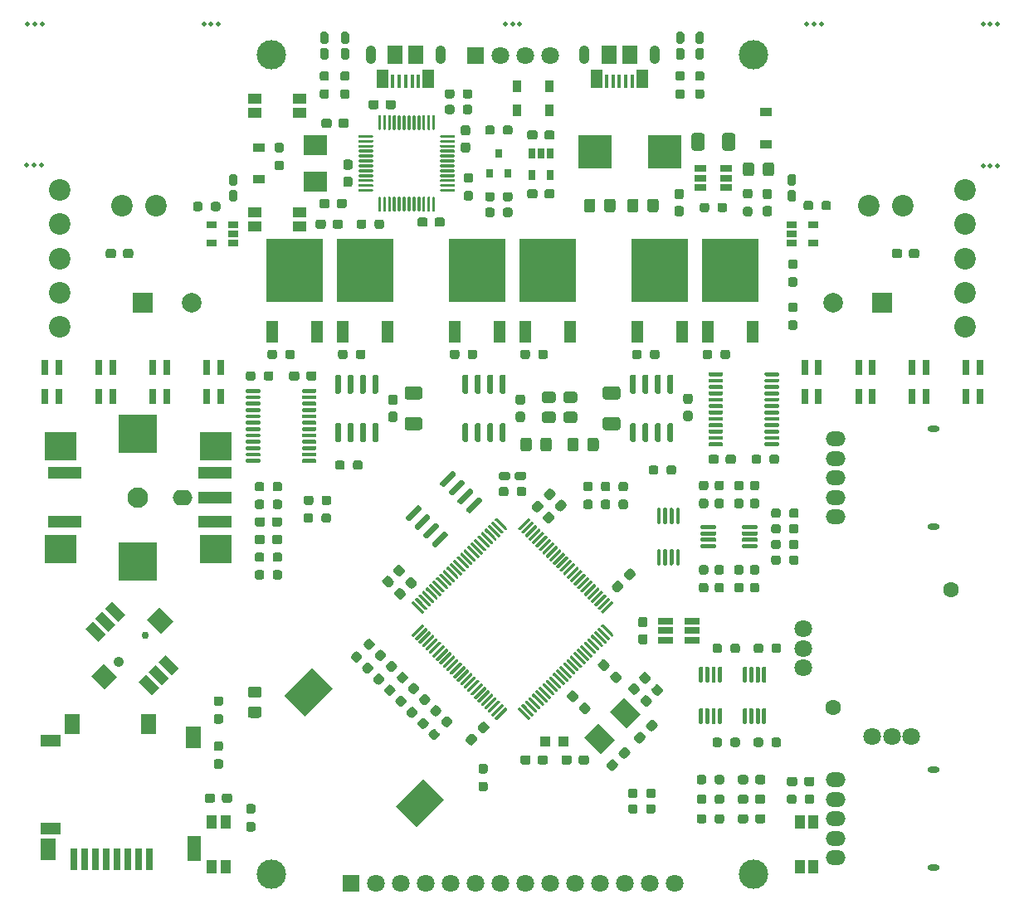
<source format=gbr>
%TF.GenerationSoftware,KiCad,Pcbnew,(5.1.9)-1*%
%TF.CreationDate,2021-05-16T18:27:06+02:00*%
%TF.ProjectId,STM32-Evalboard,53544d33-322d-4457-9661-6c626f617264,rev?*%
%TF.SameCoordinates,Original*%
%TF.FileFunction,Soldermask,Top*%
%TF.FilePolarity,Negative*%
%FSLAX46Y46*%
G04 Gerber Fmt 4.6, Leading zero omitted, Abs format (unit mm)*
G04 Created by KiCad (PCBNEW (5.1.9)-1) date 2021-05-16 18:27:06*
%MOMM*%
%LPD*%
G01*
G04 APERTURE LIST*
%ADD10R,1.060000X0.650000*%
%ADD11R,0.800000X2.240000*%
%ADD12R,1.500000X2.150000*%
%ADD13R,1.650000X2.200000*%
%ADD14R,1.450000X2.500000*%
%ADD15R,2.060000X1.250000*%
%ADD16R,2.060000X1.200000*%
%ADD17C,0.500000*%
%ADD18R,0.900000X1.200000*%
%ADD19R,1.200000X0.900000*%
%ADD20C,0.100000*%
%ADD21C,0.750000*%
%ADD22C,1.050000*%
%ADD23C,1.800000*%
%ADD24C,1.600000*%
%ADD25R,1.800000X1.800000*%
%ADD26R,1.000000X1.400000*%
%ADD27R,1.400000X1.000000*%
%ADD28C,2.200000*%
%ADD29C,2.000000*%
%ADD30R,2.000000X2.000000*%
%ADD31R,1.200000X2.200000*%
%ADD32R,5.800000X6.400000*%
%ADD33R,1.560000X0.650000*%
%ADD34R,1.150000X1.850000*%
%ADD35R,0.400000X1.400000*%
%ADD36R,1.600000X1.900000*%
%ADD37O,1.050000X1.900000*%
%ADD38O,1.200000X0.700000*%
%ADD39O,2.000000X1.500000*%
%ADD40C,3.000000*%
%ADD41R,3.400000X1.300000*%
%ADD42C,2.100000*%
%ADD43O,2.000000X1.600000*%
%ADD44R,4.000000X4.000000*%
%ADD45R,3.200000X3.000000*%
%ADD46R,0.800000X1.500000*%
%ADD47R,2.400000X2.000000*%
%ADD48R,0.800000X0.900000*%
%ADD49R,1.050000X1.100000*%
%ADD50R,3.400000X3.400000*%
%ADD51R,1.220000X0.650000*%
%ADD52R,0.650000X1.060000*%
G04 APERTURE END LIST*
D10*
%TO.C,U306*%
X129300000Y-67650000D03*
X129300000Y-65750000D03*
X131500000Y-65750000D03*
X131500000Y-66700000D03*
X131500000Y-67650000D03*
%TD*%
%TO.C,U305*%
X190700000Y-65750000D03*
X190700000Y-67650000D03*
X188500000Y-67650000D03*
X188500000Y-66700000D03*
X188500000Y-65750000D03*
%TD*%
%TO.C,R313*%
G36*
G01*
X129225000Y-64137500D02*
X129225000Y-63662500D01*
G75*
G02*
X129462500Y-63425000I237500J0D01*
G01*
X129962500Y-63425000D01*
G75*
G02*
X130200000Y-63662500I0J-237500D01*
G01*
X130200000Y-64137500D01*
G75*
G02*
X129962500Y-64375000I-237500J0D01*
G01*
X129462500Y-64375000D01*
G75*
G02*
X129225000Y-64137500I0J237500D01*
G01*
G37*
G36*
G01*
X127400000Y-64137500D02*
X127400000Y-63662500D01*
G75*
G02*
X127637500Y-63425000I237500J0D01*
G01*
X128137500Y-63425000D01*
G75*
G02*
X128375000Y-63662500I0J-237500D01*
G01*
X128375000Y-64137500D01*
G75*
G02*
X128137500Y-64375000I-237500J0D01*
G01*
X127637500Y-64375000D01*
G75*
G02*
X127400000Y-64137500I0J237500D01*
G01*
G37*
%TD*%
%TO.C,R312*%
G36*
G01*
X190675000Y-63562500D02*
X190675000Y-64037500D01*
G75*
G02*
X190437500Y-64275000I-237500J0D01*
G01*
X189937500Y-64275000D01*
G75*
G02*
X189700000Y-64037500I0J237500D01*
G01*
X189700000Y-63562500D01*
G75*
G02*
X189937500Y-63325000I237500J0D01*
G01*
X190437500Y-63325000D01*
G75*
G02*
X190675000Y-63562500I0J-237500D01*
G01*
G37*
G36*
G01*
X192500000Y-63562500D02*
X192500000Y-64037500D01*
G75*
G02*
X192262500Y-64275000I-237500J0D01*
G01*
X191762500Y-64275000D01*
G75*
G02*
X191525000Y-64037500I0J237500D01*
G01*
X191525000Y-63562500D01*
G75*
G02*
X191762500Y-63325000I237500J0D01*
G01*
X192262500Y-63325000D01*
G75*
G02*
X192500000Y-63562500I0J-237500D01*
G01*
G37*
%TD*%
%TO.C,R311*%
G36*
G01*
X188362500Y-71125000D02*
X188837500Y-71125000D01*
G75*
G02*
X189075000Y-71362500I0J-237500D01*
G01*
X189075000Y-71862500D01*
G75*
G02*
X188837500Y-72100000I-237500J0D01*
G01*
X188362500Y-72100000D01*
G75*
G02*
X188125000Y-71862500I0J237500D01*
G01*
X188125000Y-71362500D01*
G75*
G02*
X188362500Y-71125000I237500J0D01*
G01*
G37*
G36*
G01*
X188362500Y-69300000D02*
X188837500Y-69300000D01*
G75*
G02*
X189075000Y-69537500I0J-237500D01*
G01*
X189075000Y-70037500D01*
G75*
G02*
X188837500Y-70275000I-237500J0D01*
G01*
X188362500Y-70275000D01*
G75*
G02*
X188125000Y-70037500I0J237500D01*
G01*
X188125000Y-69537500D01*
G75*
G02*
X188362500Y-69300000I237500J0D01*
G01*
G37*
%TD*%
%TO.C,D306*%
G36*
G01*
X131712500Y-61800000D02*
X131287500Y-61800000D01*
G75*
G02*
X131075000Y-61587500I0J212500D01*
G01*
X131075000Y-60787500D01*
G75*
G02*
X131287500Y-60575000I212500J0D01*
G01*
X131712500Y-60575000D01*
G75*
G02*
X131925000Y-60787500I0J-212500D01*
G01*
X131925000Y-61587500D01*
G75*
G02*
X131712500Y-61800000I-212500J0D01*
G01*
G37*
G36*
G01*
X131712500Y-63425000D02*
X131287500Y-63425000D01*
G75*
G02*
X131075000Y-63212500I0J212500D01*
G01*
X131075000Y-62412500D01*
G75*
G02*
X131287500Y-62200000I212500J0D01*
G01*
X131712500Y-62200000D01*
G75*
G02*
X131925000Y-62412500I0J-212500D01*
G01*
X131925000Y-63212500D01*
G75*
G02*
X131712500Y-63425000I-212500J0D01*
G01*
G37*
%TD*%
%TO.C,D305*%
G36*
G01*
X188712500Y-61800000D02*
X188287500Y-61800000D01*
G75*
G02*
X188075000Y-61587500I0J212500D01*
G01*
X188075000Y-60787500D01*
G75*
G02*
X188287500Y-60575000I212500J0D01*
G01*
X188712500Y-60575000D01*
G75*
G02*
X188925000Y-60787500I0J-212500D01*
G01*
X188925000Y-61587500D01*
G75*
G02*
X188712500Y-61800000I-212500J0D01*
G01*
G37*
G36*
G01*
X188712500Y-63425000D02*
X188287500Y-63425000D01*
G75*
G02*
X188075000Y-63212500I0J212500D01*
G01*
X188075000Y-62412500D01*
G75*
G02*
X188287500Y-62200000I212500J0D01*
G01*
X188712500Y-62200000D01*
G75*
G02*
X188925000Y-62412500I0J-212500D01*
G01*
X188925000Y-63212500D01*
G75*
G02*
X188712500Y-63425000I-212500J0D01*
G01*
G37*
%TD*%
%TO.C,D304*%
G36*
G01*
X188837500Y-74675000D02*
X188362500Y-74675000D01*
G75*
G02*
X188125000Y-74437500I0J237500D01*
G01*
X188125000Y-73937500D01*
G75*
G02*
X188362500Y-73700000I237500J0D01*
G01*
X188837500Y-73700000D01*
G75*
G02*
X189075000Y-73937500I0J-237500D01*
G01*
X189075000Y-74437500D01*
G75*
G02*
X188837500Y-74675000I-237500J0D01*
G01*
G37*
G36*
G01*
X188837500Y-76500000D02*
X188362500Y-76500000D01*
G75*
G02*
X188125000Y-76262500I0J237500D01*
G01*
X188125000Y-75762500D01*
G75*
G02*
X188362500Y-75525000I237500J0D01*
G01*
X188837500Y-75525000D01*
G75*
G02*
X189075000Y-75762500I0J-237500D01*
G01*
X189075000Y-76262500D01*
G75*
G02*
X188837500Y-76500000I-237500J0D01*
G01*
G37*
%TD*%
D11*
%TO.C,J403*%
X115230000Y-130530000D03*
X116330000Y-130530000D03*
X117430000Y-130530000D03*
X118530000Y-130530000D03*
X119630000Y-130530000D03*
X120730000Y-130530000D03*
X121830000Y-130530000D03*
X122930000Y-130530000D03*
D12*
X115090000Y-116775000D03*
X122870000Y-116775000D03*
D13*
X127425000Y-118070000D03*
X112635000Y-129550000D03*
D14*
X127525000Y-129400000D03*
D15*
X112840000Y-127400000D03*
D16*
X112840000Y-118400000D03*
%TD*%
%TO.C,U404*%
G36*
G01*
X180800000Y-98475000D02*
X180800000Y-98675000D01*
G75*
G02*
X180700000Y-98775000I-100000J0D01*
G01*
X179275000Y-98775000D01*
G75*
G02*
X179175000Y-98675000I0J100000D01*
G01*
X179175000Y-98475000D01*
G75*
G02*
X179275000Y-98375000I100000J0D01*
G01*
X180700000Y-98375000D01*
G75*
G02*
X180800000Y-98475000I0J-100000D01*
G01*
G37*
G36*
G01*
X180800000Y-97825000D02*
X180800000Y-98025000D01*
G75*
G02*
X180700000Y-98125000I-100000J0D01*
G01*
X179275000Y-98125000D01*
G75*
G02*
X179175000Y-98025000I0J100000D01*
G01*
X179175000Y-97825000D01*
G75*
G02*
X179275000Y-97725000I100000J0D01*
G01*
X180700000Y-97725000D01*
G75*
G02*
X180800000Y-97825000I0J-100000D01*
G01*
G37*
G36*
G01*
X180800000Y-97175000D02*
X180800000Y-97375000D01*
G75*
G02*
X180700000Y-97475000I-100000J0D01*
G01*
X179275000Y-97475000D01*
G75*
G02*
X179175000Y-97375000I0J100000D01*
G01*
X179175000Y-97175000D01*
G75*
G02*
X179275000Y-97075000I100000J0D01*
G01*
X180700000Y-97075000D01*
G75*
G02*
X180800000Y-97175000I0J-100000D01*
G01*
G37*
G36*
G01*
X180800000Y-96525000D02*
X180800000Y-96725000D01*
G75*
G02*
X180700000Y-96825000I-100000J0D01*
G01*
X179275000Y-96825000D01*
G75*
G02*
X179175000Y-96725000I0J100000D01*
G01*
X179175000Y-96525000D01*
G75*
G02*
X179275000Y-96425000I100000J0D01*
G01*
X180700000Y-96425000D01*
G75*
G02*
X180800000Y-96525000I0J-100000D01*
G01*
G37*
G36*
G01*
X185025000Y-96525000D02*
X185025000Y-96725000D01*
G75*
G02*
X184925000Y-96825000I-100000J0D01*
G01*
X183500000Y-96825000D01*
G75*
G02*
X183400000Y-96725000I0J100000D01*
G01*
X183400000Y-96525000D01*
G75*
G02*
X183500000Y-96425000I100000J0D01*
G01*
X184925000Y-96425000D01*
G75*
G02*
X185025000Y-96525000I0J-100000D01*
G01*
G37*
G36*
G01*
X185025000Y-97175000D02*
X185025000Y-97375000D01*
G75*
G02*
X184925000Y-97475000I-100000J0D01*
G01*
X183500000Y-97475000D01*
G75*
G02*
X183400000Y-97375000I0J100000D01*
G01*
X183400000Y-97175000D01*
G75*
G02*
X183500000Y-97075000I100000J0D01*
G01*
X184925000Y-97075000D01*
G75*
G02*
X185025000Y-97175000I0J-100000D01*
G01*
G37*
G36*
G01*
X185025000Y-97825000D02*
X185025000Y-98025000D01*
G75*
G02*
X184925000Y-98125000I-100000J0D01*
G01*
X183500000Y-98125000D01*
G75*
G02*
X183400000Y-98025000I0J100000D01*
G01*
X183400000Y-97825000D01*
G75*
G02*
X183500000Y-97725000I100000J0D01*
G01*
X184925000Y-97725000D01*
G75*
G02*
X185025000Y-97825000I0J-100000D01*
G01*
G37*
G36*
G01*
X185025000Y-98475000D02*
X185025000Y-98675000D01*
G75*
G02*
X184925000Y-98775000I-100000J0D01*
G01*
X183500000Y-98775000D01*
G75*
G02*
X183400000Y-98675000I0J100000D01*
G01*
X183400000Y-98475000D01*
G75*
G02*
X183500000Y-98375000I100000J0D01*
G01*
X184925000Y-98375000D01*
G75*
G02*
X185025000Y-98475000I0J-100000D01*
G01*
G37*
%TD*%
%TO.C,U401*%
G36*
G01*
X179325000Y-112500000D02*
X179125000Y-112500000D01*
G75*
G02*
X179025000Y-112400000I0J100000D01*
G01*
X179025000Y-110975000D01*
G75*
G02*
X179125000Y-110875000I100000J0D01*
G01*
X179325000Y-110875000D01*
G75*
G02*
X179425000Y-110975000I0J-100000D01*
G01*
X179425000Y-112400000D01*
G75*
G02*
X179325000Y-112500000I-100000J0D01*
G01*
G37*
G36*
G01*
X179975000Y-112500000D02*
X179775000Y-112500000D01*
G75*
G02*
X179675000Y-112400000I0J100000D01*
G01*
X179675000Y-110975000D01*
G75*
G02*
X179775000Y-110875000I100000J0D01*
G01*
X179975000Y-110875000D01*
G75*
G02*
X180075000Y-110975000I0J-100000D01*
G01*
X180075000Y-112400000D01*
G75*
G02*
X179975000Y-112500000I-100000J0D01*
G01*
G37*
G36*
G01*
X180625000Y-112500000D02*
X180425000Y-112500000D01*
G75*
G02*
X180325000Y-112400000I0J100000D01*
G01*
X180325000Y-110975000D01*
G75*
G02*
X180425000Y-110875000I100000J0D01*
G01*
X180625000Y-110875000D01*
G75*
G02*
X180725000Y-110975000I0J-100000D01*
G01*
X180725000Y-112400000D01*
G75*
G02*
X180625000Y-112500000I-100000J0D01*
G01*
G37*
G36*
G01*
X181275000Y-112500000D02*
X181075000Y-112500000D01*
G75*
G02*
X180975000Y-112400000I0J100000D01*
G01*
X180975000Y-110975000D01*
G75*
G02*
X181075000Y-110875000I100000J0D01*
G01*
X181275000Y-110875000D01*
G75*
G02*
X181375000Y-110975000I0J-100000D01*
G01*
X181375000Y-112400000D01*
G75*
G02*
X181275000Y-112500000I-100000J0D01*
G01*
G37*
G36*
G01*
X181275000Y-116725000D02*
X181075000Y-116725000D01*
G75*
G02*
X180975000Y-116625000I0J100000D01*
G01*
X180975000Y-115200000D01*
G75*
G02*
X181075000Y-115100000I100000J0D01*
G01*
X181275000Y-115100000D01*
G75*
G02*
X181375000Y-115200000I0J-100000D01*
G01*
X181375000Y-116625000D01*
G75*
G02*
X181275000Y-116725000I-100000J0D01*
G01*
G37*
G36*
G01*
X180625000Y-116725000D02*
X180425000Y-116725000D01*
G75*
G02*
X180325000Y-116625000I0J100000D01*
G01*
X180325000Y-115200000D01*
G75*
G02*
X180425000Y-115100000I100000J0D01*
G01*
X180625000Y-115100000D01*
G75*
G02*
X180725000Y-115200000I0J-100000D01*
G01*
X180725000Y-116625000D01*
G75*
G02*
X180625000Y-116725000I-100000J0D01*
G01*
G37*
G36*
G01*
X179975000Y-116725000D02*
X179775000Y-116725000D01*
G75*
G02*
X179675000Y-116625000I0J100000D01*
G01*
X179675000Y-115200000D01*
G75*
G02*
X179775000Y-115100000I100000J0D01*
G01*
X179975000Y-115100000D01*
G75*
G02*
X180075000Y-115200000I0J-100000D01*
G01*
X180075000Y-116625000D01*
G75*
G02*
X179975000Y-116725000I-100000J0D01*
G01*
G37*
G36*
G01*
X179325000Y-116725000D02*
X179125000Y-116725000D01*
G75*
G02*
X179025000Y-116625000I0J100000D01*
G01*
X179025000Y-115200000D01*
G75*
G02*
X179125000Y-115100000I100000J0D01*
G01*
X179325000Y-115100000D01*
G75*
G02*
X179425000Y-115200000I0J-100000D01*
G01*
X179425000Y-116625000D01*
G75*
G02*
X179325000Y-116725000I-100000J0D01*
G01*
G37*
%TD*%
%TO.C,C401*%
G36*
G01*
X130350000Y-124537500D02*
X130350000Y-124062500D01*
G75*
G02*
X130587500Y-123825000I237500J0D01*
G01*
X131162500Y-123825000D01*
G75*
G02*
X131400000Y-124062500I0J-237500D01*
G01*
X131400000Y-124537500D01*
G75*
G02*
X131162500Y-124775000I-237500J0D01*
G01*
X130587500Y-124775000D01*
G75*
G02*
X130350000Y-124537500I0J237500D01*
G01*
G37*
G36*
G01*
X128600000Y-124537500D02*
X128600000Y-124062500D01*
G75*
G02*
X128837500Y-123825000I237500J0D01*
G01*
X129412500Y-123825000D01*
G75*
G02*
X129650000Y-124062500I0J-237500D01*
G01*
X129650000Y-124537500D01*
G75*
G02*
X129412500Y-124775000I-237500J0D01*
G01*
X128837500Y-124775000D01*
G75*
G02*
X128600000Y-124537500I0J237500D01*
G01*
G37*
%TD*%
D17*
%TO.C,REF\u002A\u002A*%
X159250000Y-45250000D03*
X160000000Y-45250000D03*
X160750000Y-45250000D03*
%TD*%
%TO.C,R408*%
G36*
G01*
X188225000Y-95437500D02*
X188225000Y-94962500D01*
G75*
G02*
X188462500Y-94725000I237500J0D01*
G01*
X188962500Y-94725000D01*
G75*
G02*
X189200000Y-94962500I0J-237500D01*
G01*
X189200000Y-95437500D01*
G75*
G02*
X188962500Y-95675000I-237500J0D01*
G01*
X188462500Y-95675000D01*
G75*
G02*
X188225000Y-95437500I0J237500D01*
G01*
G37*
G36*
G01*
X186400000Y-95437500D02*
X186400000Y-94962500D01*
G75*
G02*
X186637500Y-94725000I237500J0D01*
G01*
X187137500Y-94725000D01*
G75*
G02*
X187375000Y-94962500I0J-237500D01*
G01*
X187375000Y-95437500D01*
G75*
G02*
X187137500Y-95675000I-237500J0D01*
G01*
X186637500Y-95675000D01*
G75*
G02*
X186400000Y-95437500I0J237500D01*
G01*
G37*
%TD*%
%TO.C,R407*%
G36*
G01*
X188225000Y-97037500D02*
X188225000Y-96562500D01*
G75*
G02*
X188462500Y-96325000I237500J0D01*
G01*
X188962500Y-96325000D01*
G75*
G02*
X189200000Y-96562500I0J-237500D01*
G01*
X189200000Y-97037500D01*
G75*
G02*
X188962500Y-97275000I-237500J0D01*
G01*
X188462500Y-97275000D01*
G75*
G02*
X188225000Y-97037500I0J237500D01*
G01*
G37*
G36*
G01*
X186400000Y-97037500D02*
X186400000Y-96562500D01*
G75*
G02*
X186637500Y-96325000I237500J0D01*
G01*
X187137500Y-96325000D01*
G75*
G02*
X187375000Y-96562500I0J-237500D01*
G01*
X187375000Y-97037500D01*
G75*
G02*
X187137500Y-97275000I-237500J0D01*
G01*
X186637500Y-97275000D01*
G75*
G02*
X186400000Y-97037500I0J237500D01*
G01*
G37*
%TD*%
%TO.C,R406*%
G36*
G01*
X188225000Y-98637500D02*
X188225000Y-98162500D01*
G75*
G02*
X188462500Y-97925000I237500J0D01*
G01*
X188962500Y-97925000D01*
G75*
G02*
X189200000Y-98162500I0J-237500D01*
G01*
X189200000Y-98637500D01*
G75*
G02*
X188962500Y-98875000I-237500J0D01*
G01*
X188462500Y-98875000D01*
G75*
G02*
X188225000Y-98637500I0J237500D01*
G01*
G37*
G36*
G01*
X186400000Y-98637500D02*
X186400000Y-98162500D01*
G75*
G02*
X186637500Y-97925000I237500J0D01*
G01*
X187137500Y-97925000D01*
G75*
G02*
X187375000Y-98162500I0J-237500D01*
G01*
X187375000Y-98637500D01*
G75*
G02*
X187137500Y-98875000I-237500J0D01*
G01*
X186637500Y-98875000D01*
G75*
G02*
X186400000Y-98637500I0J237500D01*
G01*
G37*
%TD*%
%TO.C,R405*%
G36*
G01*
X188225000Y-100237500D02*
X188225000Y-99762500D01*
G75*
G02*
X188462500Y-99525000I237500J0D01*
G01*
X188962500Y-99525000D01*
G75*
G02*
X189200000Y-99762500I0J-237500D01*
G01*
X189200000Y-100237500D01*
G75*
G02*
X188962500Y-100475000I-237500J0D01*
G01*
X188462500Y-100475000D01*
G75*
G02*
X188225000Y-100237500I0J237500D01*
G01*
G37*
G36*
G01*
X186400000Y-100237500D02*
X186400000Y-99762500D01*
G75*
G02*
X186637500Y-99525000I237500J0D01*
G01*
X187137500Y-99525000D01*
G75*
G02*
X187375000Y-99762500I0J-237500D01*
G01*
X187375000Y-100237500D01*
G75*
G02*
X187137500Y-100475000I-237500J0D01*
G01*
X186637500Y-100475000D01*
G75*
G02*
X186400000Y-100237500I0J237500D01*
G01*
G37*
%TD*%
%TO.C,R404*%
G36*
G01*
X180400000Y-109237500D02*
X180400000Y-108762500D01*
G75*
G02*
X180637500Y-108525000I237500J0D01*
G01*
X181137500Y-108525000D01*
G75*
G02*
X181375000Y-108762500I0J-237500D01*
G01*
X181375000Y-109237500D01*
G75*
G02*
X181137500Y-109475000I-237500J0D01*
G01*
X180637500Y-109475000D01*
G75*
G02*
X180400000Y-109237500I0J237500D01*
G01*
G37*
G36*
G01*
X182225000Y-109237500D02*
X182225000Y-108762500D01*
G75*
G02*
X182462500Y-108525000I237500J0D01*
G01*
X182962500Y-108525000D01*
G75*
G02*
X183200000Y-108762500I0J-237500D01*
G01*
X183200000Y-109237500D01*
G75*
G02*
X182962500Y-109475000I-237500J0D01*
G01*
X182462500Y-109475000D01*
G75*
G02*
X182225000Y-109237500I0J237500D01*
G01*
G37*
%TD*%
%TO.C,R403*%
G36*
G01*
X184600000Y-109237500D02*
X184600000Y-108762500D01*
G75*
G02*
X184837500Y-108525000I237500J0D01*
G01*
X185337500Y-108525000D01*
G75*
G02*
X185575000Y-108762500I0J-237500D01*
G01*
X185575000Y-109237500D01*
G75*
G02*
X185337500Y-109475000I-237500J0D01*
G01*
X184837500Y-109475000D01*
G75*
G02*
X184600000Y-109237500I0J237500D01*
G01*
G37*
G36*
G01*
X186425000Y-109237500D02*
X186425000Y-108762500D01*
G75*
G02*
X186662500Y-108525000I237500J0D01*
G01*
X187162500Y-108525000D01*
G75*
G02*
X187400000Y-108762500I0J-237500D01*
G01*
X187400000Y-109237500D01*
G75*
G02*
X187162500Y-109475000I-237500J0D01*
G01*
X186662500Y-109475000D01*
G75*
G02*
X186425000Y-109237500I0J237500D01*
G01*
G37*
%TD*%
%TO.C,R402*%
G36*
G01*
X184600000Y-118837500D02*
X184600000Y-118362500D01*
G75*
G02*
X184837500Y-118125000I237500J0D01*
G01*
X185337500Y-118125000D01*
G75*
G02*
X185575000Y-118362500I0J-237500D01*
G01*
X185575000Y-118837500D01*
G75*
G02*
X185337500Y-119075000I-237500J0D01*
G01*
X184837500Y-119075000D01*
G75*
G02*
X184600000Y-118837500I0J237500D01*
G01*
G37*
G36*
G01*
X186425000Y-118837500D02*
X186425000Y-118362500D01*
G75*
G02*
X186662500Y-118125000I237500J0D01*
G01*
X187162500Y-118125000D01*
G75*
G02*
X187400000Y-118362500I0J-237500D01*
G01*
X187400000Y-118837500D01*
G75*
G02*
X187162500Y-119075000I-237500J0D01*
G01*
X186662500Y-119075000D01*
G75*
G02*
X186425000Y-118837500I0J237500D01*
G01*
G37*
%TD*%
%TO.C,R401*%
G36*
G01*
X180400000Y-118837500D02*
X180400000Y-118362500D01*
G75*
G02*
X180637500Y-118125000I237500J0D01*
G01*
X181137500Y-118125000D01*
G75*
G02*
X181375000Y-118362500I0J-237500D01*
G01*
X181375000Y-118837500D01*
G75*
G02*
X181137500Y-119075000I-237500J0D01*
G01*
X180637500Y-119075000D01*
G75*
G02*
X180400000Y-118837500I0J237500D01*
G01*
G37*
G36*
G01*
X182225000Y-118837500D02*
X182225000Y-118362500D01*
G75*
G02*
X182462500Y-118125000I237500J0D01*
G01*
X182962500Y-118125000D01*
G75*
G02*
X183200000Y-118362500I0J-237500D01*
G01*
X183200000Y-118837500D01*
G75*
G02*
X182962500Y-119075000I-237500J0D01*
G01*
X182462500Y-119075000D01*
G75*
G02*
X182225000Y-118837500I0J237500D01*
G01*
G37*
%TD*%
D18*
%TO.C,D103*%
X160450000Y-54100000D03*
X163750000Y-54100000D03*
%TD*%
%TO.C,D101*%
X160450000Y-51600000D03*
X163750000Y-51600000D03*
%TD*%
D19*
%TO.C,D102*%
X134100000Y-57850000D03*
X134100000Y-61150000D03*
%TD*%
%TO.C,D302*%
X185900000Y-54250000D03*
X185900000Y-57550000D03*
%TD*%
%TO.C,FB303*%
G36*
G01*
X166350001Y-83950000D02*
X165449999Y-83950000D01*
G75*
G02*
X165200000Y-83700001I0J249999D01*
G01*
X165200000Y-83049999D01*
G75*
G02*
X165449999Y-82800000I249999J0D01*
G01*
X166350001Y-82800000D01*
G75*
G02*
X166600000Y-83049999I0J-249999D01*
G01*
X166600000Y-83700001D01*
G75*
G02*
X166350001Y-83950000I-249999J0D01*
G01*
G37*
G36*
G01*
X166350001Y-86000000D02*
X165449999Y-86000000D01*
G75*
G02*
X165200000Y-85750001I0J249999D01*
G01*
X165200000Y-85099999D01*
G75*
G02*
X165449999Y-84850000I249999J0D01*
G01*
X166350001Y-84850000D01*
G75*
G02*
X166600000Y-85099999I0J-249999D01*
G01*
X166600000Y-85750001D01*
G75*
G02*
X166350001Y-86000000I-249999J0D01*
G01*
G37*
%TD*%
%TO.C,FB302*%
G36*
G01*
X164150001Y-83950000D02*
X163249999Y-83950000D01*
G75*
G02*
X163000000Y-83700001I0J249999D01*
G01*
X163000000Y-83049999D01*
G75*
G02*
X163249999Y-82800000I249999J0D01*
G01*
X164150001Y-82800000D01*
G75*
G02*
X164400000Y-83049999I0J-249999D01*
G01*
X164400000Y-83700001D01*
G75*
G02*
X164150001Y-83950000I-249999J0D01*
G01*
G37*
G36*
G01*
X164150001Y-86000000D02*
X163249999Y-86000000D01*
G75*
G02*
X163000000Y-85750001I0J249999D01*
G01*
X163000000Y-85099999D01*
G75*
G02*
X163249999Y-84850000I249999J0D01*
G01*
X164150001Y-84850000D01*
G75*
G02*
X164400000Y-85099999I0J-249999D01*
G01*
X164400000Y-85750001D01*
G75*
G02*
X164150001Y-86000000I-249999J0D01*
G01*
G37*
%TD*%
%TO.C,FB301*%
G36*
G01*
X185550000Y-60550001D02*
X185550000Y-59649999D01*
G75*
G02*
X185799999Y-59400000I249999J0D01*
G01*
X186450001Y-59400000D01*
G75*
G02*
X186700000Y-59649999I0J-249999D01*
G01*
X186700000Y-60550001D01*
G75*
G02*
X186450001Y-60800000I-249999J0D01*
G01*
X185799999Y-60800000D01*
G75*
G02*
X185550000Y-60550001I0J249999D01*
G01*
G37*
G36*
G01*
X183500000Y-60550001D02*
X183500000Y-59649999D01*
G75*
G02*
X183749999Y-59400000I249999J0D01*
G01*
X184400001Y-59400000D01*
G75*
G02*
X184650000Y-59649999I0J-249999D01*
G01*
X184650000Y-60550001D01*
G75*
G02*
X184400001Y-60800000I-249999J0D01*
G01*
X183749999Y-60800000D01*
G75*
G02*
X183500000Y-60550001I0J249999D01*
G01*
G37*
%TD*%
%TO.C,R510*%
G36*
G01*
X147471402Y-111370362D02*
X147135526Y-111034486D01*
G75*
G02*
X147135526Y-110698610I167938J167938D01*
G01*
X147489080Y-110345056D01*
G75*
G02*
X147824956Y-110345056I167938J-167938D01*
G01*
X148160832Y-110680932D01*
G75*
G02*
X148160832Y-111016808I-167938J-167938D01*
G01*
X147807278Y-111370362D01*
G75*
G02*
X147471402Y-111370362I-167938J167938D01*
G01*
G37*
G36*
G01*
X146180932Y-112660832D02*
X145845056Y-112324956D01*
G75*
G02*
X145845056Y-111989080I167938J167938D01*
G01*
X146198610Y-111635526D01*
G75*
G02*
X146534486Y-111635526I167938J-167938D01*
G01*
X146870362Y-111971402D01*
G75*
G02*
X146870362Y-112307278I-167938J-167938D01*
G01*
X146516808Y-112660832D01*
G75*
G02*
X146180932Y-112660832I-167938J167938D01*
G01*
G37*
%TD*%
D20*
%TO.C,SW502*%
G36*
X118459961Y-104951814D02*
G01*
X119167068Y-104244707D01*
X120510571Y-105588210D01*
X119803464Y-106295317D01*
X118459961Y-104951814D01*
G37*
G36*
X117452334Y-105959441D02*
G01*
X118159441Y-105252334D01*
X119502944Y-106595837D01*
X118795837Y-107302944D01*
X117452334Y-105959441D01*
G37*
G36*
X116444707Y-106967068D02*
G01*
X117151814Y-106259961D01*
X118495317Y-107603464D01*
X117788210Y-108310571D01*
X116444707Y-106967068D01*
G37*
G36*
X123904683Y-110396536D02*
G01*
X124611790Y-109689429D01*
X125955293Y-111032932D01*
X125248186Y-111740039D01*
X123904683Y-110396536D01*
G37*
G36*
X122897056Y-111404163D02*
G01*
X123604163Y-110697056D01*
X124947666Y-112040559D01*
X124240559Y-112747666D01*
X122897056Y-111404163D01*
G37*
G36*
X121889429Y-112411790D02*
G01*
X122596536Y-111704683D01*
X123940039Y-113048186D01*
X123232932Y-113755293D01*
X121889429Y-112411790D01*
G37*
G36*
X122720279Y-106065507D02*
G01*
X123993071Y-104792715D01*
X125407285Y-106206929D01*
X124134493Y-107479721D01*
X122720279Y-106065507D01*
G37*
G36*
X116992715Y-111793071D02*
G01*
X118265507Y-110520279D01*
X119679721Y-111934493D01*
X118406929Y-113207285D01*
X116992715Y-111793071D01*
G37*
D21*
X122543503Y-107656497D03*
D22*
X119856497Y-110343503D03*
%TD*%
%TO.C,U201*%
G36*
G01*
X159434314Y-115263099D02*
X158409010Y-116288403D01*
G75*
G02*
X158302944Y-116288403I-53033J53033D01*
G01*
X158196878Y-116182337D01*
G75*
G02*
X158196878Y-116076271I53033J53033D01*
G01*
X159222182Y-115050967D01*
G75*
G02*
X159328248Y-115050967I53033J-53033D01*
G01*
X159434314Y-115157033D01*
G75*
G02*
X159434314Y-115263099I-53033J-53033D01*
G01*
G37*
G36*
G01*
X159080761Y-114909546D02*
X158055457Y-115934850D01*
G75*
G02*
X157949391Y-115934850I-53033J53033D01*
G01*
X157843325Y-115828784D01*
G75*
G02*
X157843325Y-115722718I53033J53033D01*
G01*
X158868629Y-114697414D01*
G75*
G02*
X158974695Y-114697414I53033J-53033D01*
G01*
X159080761Y-114803480D01*
G75*
G02*
X159080761Y-114909546I-53033J-53033D01*
G01*
G37*
G36*
G01*
X158727207Y-114555992D02*
X157701903Y-115581296D01*
G75*
G02*
X157595837Y-115581296I-53033J53033D01*
G01*
X157489771Y-115475230D01*
G75*
G02*
X157489771Y-115369164I53033J53033D01*
G01*
X158515075Y-114343860D01*
G75*
G02*
X158621141Y-114343860I53033J-53033D01*
G01*
X158727207Y-114449926D01*
G75*
G02*
X158727207Y-114555992I-53033J-53033D01*
G01*
G37*
G36*
G01*
X158373654Y-114202439D02*
X157348350Y-115227743D01*
G75*
G02*
X157242284Y-115227743I-53033J53033D01*
G01*
X157136218Y-115121677D01*
G75*
G02*
X157136218Y-115015611I53033J53033D01*
G01*
X158161522Y-113990307D01*
G75*
G02*
X158267588Y-113990307I53033J-53033D01*
G01*
X158373654Y-114096373D01*
G75*
G02*
X158373654Y-114202439I-53033J-53033D01*
G01*
G37*
G36*
G01*
X158020101Y-113848886D02*
X156994797Y-114874190D01*
G75*
G02*
X156888731Y-114874190I-53033J53033D01*
G01*
X156782665Y-114768124D01*
G75*
G02*
X156782665Y-114662058I53033J53033D01*
G01*
X157807969Y-113636754D01*
G75*
G02*
X157914035Y-113636754I53033J-53033D01*
G01*
X158020101Y-113742820D01*
G75*
G02*
X158020101Y-113848886I-53033J-53033D01*
G01*
G37*
G36*
G01*
X157666547Y-113495332D02*
X156641243Y-114520636D01*
G75*
G02*
X156535177Y-114520636I-53033J53033D01*
G01*
X156429111Y-114414570D01*
G75*
G02*
X156429111Y-114308504I53033J53033D01*
G01*
X157454415Y-113283200D01*
G75*
G02*
X157560481Y-113283200I53033J-53033D01*
G01*
X157666547Y-113389266D01*
G75*
G02*
X157666547Y-113495332I-53033J-53033D01*
G01*
G37*
G36*
G01*
X157312994Y-113141779D02*
X156287690Y-114167083D01*
G75*
G02*
X156181624Y-114167083I-53033J53033D01*
G01*
X156075558Y-114061017D01*
G75*
G02*
X156075558Y-113954951I53033J53033D01*
G01*
X157100862Y-112929647D01*
G75*
G02*
X157206928Y-112929647I53033J-53033D01*
G01*
X157312994Y-113035713D01*
G75*
G02*
X157312994Y-113141779I-53033J-53033D01*
G01*
G37*
G36*
G01*
X156959440Y-112788225D02*
X155934136Y-113813529D01*
G75*
G02*
X155828070Y-113813529I-53033J53033D01*
G01*
X155722004Y-113707463D01*
G75*
G02*
X155722004Y-113601397I53033J53033D01*
G01*
X156747308Y-112576093D01*
G75*
G02*
X156853374Y-112576093I53033J-53033D01*
G01*
X156959440Y-112682159D01*
G75*
G02*
X156959440Y-112788225I-53033J-53033D01*
G01*
G37*
G36*
G01*
X156605887Y-112434672D02*
X155580583Y-113459976D01*
G75*
G02*
X155474517Y-113459976I-53033J53033D01*
G01*
X155368451Y-113353910D01*
G75*
G02*
X155368451Y-113247844I53033J53033D01*
G01*
X156393755Y-112222540D01*
G75*
G02*
X156499821Y-112222540I53033J-53033D01*
G01*
X156605887Y-112328606D01*
G75*
G02*
X156605887Y-112434672I-53033J-53033D01*
G01*
G37*
G36*
G01*
X156252334Y-112081119D02*
X155227030Y-113106423D01*
G75*
G02*
X155120964Y-113106423I-53033J53033D01*
G01*
X155014898Y-113000357D01*
G75*
G02*
X155014898Y-112894291I53033J53033D01*
G01*
X156040202Y-111868987D01*
G75*
G02*
X156146268Y-111868987I53033J-53033D01*
G01*
X156252334Y-111975053D01*
G75*
G02*
X156252334Y-112081119I-53033J-53033D01*
G01*
G37*
G36*
G01*
X155898780Y-111727565D02*
X154873476Y-112752869D01*
G75*
G02*
X154767410Y-112752869I-53033J53033D01*
G01*
X154661344Y-112646803D01*
G75*
G02*
X154661344Y-112540737I53033J53033D01*
G01*
X155686648Y-111515433D01*
G75*
G02*
X155792714Y-111515433I53033J-53033D01*
G01*
X155898780Y-111621499D01*
G75*
G02*
X155898780Y-111727565I-53033J-53033D01*
G01*
G37*
G36*
G01*
X155545227Y-111374012D02*
X154519923Y-112399316D01*
G75*
G02*
X154413857Y-112399316I-53033J53033D01*
G01*
X154307791Y-112293250D01*
G75*
G02*
X154307791Y-112187184I53033J53033D01*
G01*
X155333095Y-111161880D01*
G75*
G02*
X155439161Y-111161880I53033J-53033D01*
G01*
X155545227Y-111267946D01*
G75*
G02*
X155545227Y-111374012I-53033J-53033D01*
G01*
G37*
G36*
G01*
X155191673Y-111020459D02*
X154166369Y-112045763D01*
G75*
G02*
X154060303Y-112045763I-53033J53033D01*
G01*
X153954237Y-111939697D01*
G75*
G02*
X153954237Y-111833631I53033J53033D01*
G01*
X154979541Y-110808327D01*
G75*
G02*
X155085607Y-110808327I53033J-53033D01*
G01*
X155191673Y-110914393D01*
G75*
G02*
X155191673Y-111020459I-53033J-53033D01*
G01*
G37*
G36*
G01*
X154838120Y-110666905D02*
X153812816Y-111692209D01*
G75*
G02*
X153706750Y-111692209I-53033J53033D01*
G01*
X153600684Y-111586143D01*
G75*
G02*
X153600684Y-111480077I53033J53033D01*
G01*
X154625988Y-110454773D01*
G75*
G02*
X154732054Y-110454773I53033J-53033D01*
G01*
X154838120Y-110560839D01*
G75*
G02*
X154838120Y-110666905I-53033J-53033D01*
G01*
G37*
G36*
G01*
X154484567Y-110313352D02*
X153459263Y-111338656D01*
G75*
G02*
X153353197Y-111338656I-53033J53033D01*
G01*
X153247131Y-111232590D01*
G75*
G02*
X153247131Y-111126524I53033J53033D01*
G01*
X154272435Y-110101220D01*
G75*
G02*
X154378501Y-110101220I53033J-53033D01*
G01*
X154484567Y-110207286D01*
G75*
G02*
X154484567Y-110313352I-53033J-53033D01*
G01*
G37*
G36*
G01*
X154131013Y-109959798D02*
X153105709Y-110985102D01*
G75*
G02*
X152999643Y-110985102I-53033J53033D01*
G01*
X152893577Y-110879036D01*
G75*
G02*
X152893577Y-110772970I53033J53033D01*
G01*
X153918881Y-109747666D01*
G75*
G02*
X154024947Y-109747666I53033J-53033D01*
G01*
X154131013Y-109853732D01*
G75*
G02*
X154131013Y-109959798I-53033J-53033D01*
G01*
G37*
G36*
G01*
X153777460Y-109606245D02*
X152752156Y-110631549D01*
G75*
G02*
X152646090Y-110631549I-53033J53033D01*
G01*
X152540024Y-110525483D01*
G75*
G02*
X152540024Y-110419417I53033J53033D01*
G01*
X153565328Y-109394113D01*
G75*
G02*
X153671394Y-109394113I53033J-53033D01*
G01*
X153777460Y-109500179D01*
G75*
G02*
X153777460Y-109606245I-53033J-53033D01*
G01*
G37*
G36*
G01*
X153423907Y-109252692D02*
X152398603Y-110277996D01*
G75*
G02*
X152292537Y-110277996I-53033J53033D01*
G01*
X152186471Y-110171930D01*
G75*
G02*
X152186471Y-110065864I53033J53033D01*
G01*
X153211775Y-109040560D01*
G75*
G02*
X153317841Y-109040560I53033J-53033D01*
G01*
X153423907Y-109146626D01*
G75*
G02*
X153423907Y-109252692I-53033J-53033D01*
G01*
G37*
G36*
G01*
X153070353Y-108899138D02*
X152045049Y-109924442D01*
G75*
G02*
X151938983Y-109924442I-53033J53033D01*
G01*
X151832917Y-109818376D01*
G75*
G02*
X151832917Y-109712310I53033J53033D01*
G01*
X152858221Y-108687006D01*
G75*
G02*
X152964287Y-108687006I53033J-53033D01*
G01*
X153070353Y-108793072D01*
G75*
G02*
X153070353Y-108899138I-53033J-53033D01*
G01*
G37*
G36*
G01*
X152716800Y-108545585D02*
X151691496Y-109570889D01*
G75*
G02*
X151585430Y-109570889I-53033J53033D01*
G01*
X151479364Y-109464823D01*
G75*
G02*
X151479364Y-109358757I53033J53033D01*
G01*
X152504668Y-108333453D01*
G75*
G02*
X152610734Y-108333453I53033J-53033D01*
G01*
X152716800Y-108439519D01*
G75*
G02*
X152716800Y-108545585I-53033J-53033D01*
G01*
G37*
G36*
G01*
X152363246Y-108192031D02*
X151337942Y-109217335D01*
G75*
G02*
X151231876Y-109217335I-53033J53033D01*
G01*
X151125810Y-109111269D01*
G75*
G02*
X151125810Y-109005203I53033J53033D01*
G01*
X152151114Y-107979899D01*
G75*
G02*
X152257180Y-107979899I53033J-53033D01*
G01*
X152363246Y-108085965D01*
G75*
G02*
X152363246Y-108192031I-53033J-53033D01*
G01*
G37*
G36*
G01*
X152009693Y-107838478D02*
X150984389Y-108863782D01*
G75*
G02*
X150878323Y-108863782I-53033J53033D01*
G01*
X150772257Y-108757716D01*
G75*
G02*
X150772257Y-108651650I53033J53033D01*
G01*
X151797561Y-107626346D01*
G75*
G02*
X151903627Y-107626346I53033J-53033D01*
G01*
X152009693Y-107732412D01*
G75*
G02*
X152009693Y-107838478I-53033J-53033D01*
G01*
G37*
G36*
G01*
X151656140Y-107484925D02*
X150630836Y-108510229D01*
G75*
G02*
X150524770Y-108510229I-53033J53033D01*
G01*
X150418704Y-108404163D01*
G75*
G02*
X150418704Y-108298097I53033J53033D01*
G01*
X151444008Y-107272793D01*
G75*
G02*
X151550074Y-107272793I53033J-53033D01*
G01*
X151656140Y-107378859D01*
G75*
G02*
X151656140Y-107484925I-53033J-53033D01*
G01*
G37*
G36*
G01*
X151302586Y-107131371D02*
X150277282Y-108156675D01*
G75*
G02*
X150171216Y-108156675I-53033J53033D01*
G01*
X150065150Y-108050609D01*
G75*
G02*
X150065150Y-107944543I53033J53033D01*
G01*
X151090454Y-106919239D01*
G75*
G02*
X151196520Y-106919239I53033J-53033D01*
G01*
X151302586Y-107025305D01*
G75*
G02*
X151302586Y-107131371I-53033J-53033D01*
G01*
G37*
G36*
G01*
X150949033Y-106777818D02*
X149923729Y-107803122D01*
G75*
G02*
X149817663Y-107803122I-53033J53033D01*
G01*
X149711597Y-107697056D01*
G75*
G02*
X149711597Y-107590990I53033J53033D01*
G01*
X150736901Y-106565686D01*
G75*
G02*
X150842967Y-106565686I53033J-53033D01*
G01*
X150949033Y-106671752D01*
G75*
G02*
X150949033Y-106777818I-53033J-53033D01*
G01*
G37*
G36*
G01*
X150949033Y-105328248D02*
X150842967Y-105434314D01*
G75*
G02*
X150736901Y-105434314I-53033J53033D01*
G01*
X149711597Y-104409010D01*
G75*
G02*
X149711597Y-104302944I53033J53033D01*
G01*
X149817663Y-104196878D01*
G75*
G02*
X149923729Y-104196878I53033J-53033D01*
G01*
X150949033Y-105222182D01*
G75*
G02*
X150949033Y-105328248I-53033J-53033D01*
G01*
G37*
G36*
G01*
X151302586Y-104974695D02*
X151196520Y-105080761D01*
G75*
G02*
X151090454Y-105080761I-53033J53033D01*
G01*
X150065150Y-104055457D01*
G75*
G02*
X150065150Y-103949391I53033J53033D01*
G01*
X150171216Y-103843325D01*
G75*
G02*
X150277282Y-103843325I53033J-53033D01*
G01*
X151302586Y-104868629D01*
G75*
G02*
X151302586Y-104974695I-53033J-53033D01*
G01*
G37*
G36*
G01*
X151656140Y-104621141D02*
X151550074Y-104727207D01*
G75*
G02*
X151444008Y-104727207I-53033J53033D01*
G01*
X150418704Y-103701903D01*
G75*
G02*
X150418704Y-103595837I53033J53033D01*
G01*
X150524770Y-103489771D01*
G75*
G02*
X150630836Y-103489771I53033J-53033D01*
G01*
X151656140Y-104515075D01*
G75*
G02*
X151656140Y-104621141I-53033J-53033D01*
G01*
G37*
G36*
G01*
X152009693Y-104267588D02*
X151903627Y-104373654D01*
G75*
G02*
X151797561Y-104373654I-53033J53033D01*
G01*
X150772257Y-103348350D01*
G75*
G02*
X150772257Y-103242284I53033J53033D01*
G01*
X150878323Y-103136218D01*
G75*
G02*
X150984389Y-103136218I53033J-53033D01*
G01*
X152009693Y-104161522D01*
G75*
G02*
X152009693Y-104267588I-53033J-53033D01*
G01*
G37*
G36*
G01*
X152363246Y-103914035D02*
X152257180Y-104020101D01*
G75*
G02*
X152151114Y-104020101I-53033J53033D01*
G01*
X151125810Y-102994797D01*
G75*
G02*
X151125810Y-102888731I53033J53033D01*
G01*
X151231876Y-102782665D01*
G75*
G02*
X151337942Y-102782665I53033J-53033D01*
G01*
X152363246Y-103807969D01*
G75*
G02*
X152363246Y-103914035I-53033J-53033D01*
G01*
G37*
G36*
G01*
X152716800Y-103560481D02*
X152610734Y-103666547D01*
G75*
G02*
X152504668Y-103666547I-53033J53033D01*
G01*
X151479364Y-102641243D01*
G75*
G02*
X151479364Y-102535177I53033J53033D01*
G01*
X151585430Y-102429111D01*
G75*
G02*
X151691496Y-102429111I53033J-53033D01*
G01*
X152716800Y-103454415D01*
G75*
G02*
X152716800Y-103560481I-53033J-53033D01*
G01*
G37*
G36*
G01*
X153070353Y-103206928D02*
X152964287Y-103312994D01*
G75*
G02*
X152858221Y-103312994I-53033J53033D01*
G01*
X151832917Y-102287690D01*
G75*
G02*
X151832917Y-102181624I53033J53033D01*
G01*
X151938983Y-102075558D01*
G75*
G02*
X152045049Y-102075558I53033J-53033D01*
G01*
X153070353Y-103100862D01*
G75*
G02*
X153070353Y-103206928I-53033J-53033D01*
G01*
G37*
G36*
G01*
X153423907Y-102853374D02*
X153317841Y-102959440D01*
G75*
G02*
X153211775Y-102959440I-53033J53033D01*
G01*
X152186471Y-101934136D01*
G75*
G02*
X152186471Y-101828070I53033J53033D01*
G01*
X152292537Y-101722004D01*
G75*
G02*
X152398603Y-101722004I53033J-53033D01*
G01*
X153423907Y-102747308D01*
G75*
G02*
X153423907Y-102853374I-53033J-53033D01*
G01*
G37*
G36*
G01*
X153777460Y-102499821D02*
X153671394Y-102605887D01*
G75*
G02*
X153565328Y-102605887I-53033J53033D01*
G01*
X152540024Y-101580583D01*
G75*
G02*
X152540024Y-101474517I53033J53033D01*
G01*
X152646090Y-101368451D01*
G75*
G02*
X152752156Y-101368451I53033J-53033D01*
G01*
X153777460Y-102393755D01*
G75*
G02*
X153777460Y-102499821I-53033J-53033D01*
G01*
G37*
G36*
G01*
X154131013Y-102146268D02*
X154024947Y-102252334D01*
G75*
G02*
X153918881Y-102252334I-53033J53033D01*
G01*
X152893577Y-101227030D01*
G75*
G02*
X152893577Y-101120964I53033J53033D01*
G01*
X152999643Y-101014898D01*
G75*
G02*
X153105709Y-101014898I53033J-53033D01*
G01*
X154131013Y-102040202D01*
G75*
G02*
X154131013Y-102146268I-53033J-53033D01*
G01*
G37*
G36*
G01*
X154484567Y-101792714D02*
X154378501Y-101898780D01*
G75*
G02*
X154272435Y-101898780I-53033J53033D01*
G01*
X153247131Y-100873476D01*
G75*
G02*
X153247131Y-100767410I53033J53033D01*
G01*
X153353197Y-100661344D01*
G75*
G02*
X153459263Y-100661344I53033J-53033D01*
G01*
X154484567Y-101686648D01*
G75*
G02*
X154484567Y-101792714I-53033J-53033D01*
G01*
G37*
G36*
G01*
X154838120Y-101439161D02*
X154732054Y-101545227D01*
G75*
G02*
X154625988Y-101545227I-53033J53033D01*
G01*
X153600684Y-100519923D01*
G75*
G02*
X153600684Y-100413857I53033J53033D01*
G01*
X153706750Y-100307791D01*
G75*
G02*
X153812816Y-100307791I53033J-53033D01*
G01*
X154838120Y-101333095D01*
G75*
G02*
X154838120Y-101439161I-53033J-53033D01*
G01*
G37*
G36*
G01*
X155191673Y-101085607D02*
X155085607Y-101191673D01*
G75*
G02*
X154979541Y-101191673I-53033J53033D01*
G01*
X153954237Y-100166369D01*
G75*
G02*
X153954237Y-100060303I53033J53033D01*
G01*
X154060303Y-99954237D01*
G75*
G02*
X154166369Y-99954237I53033J-53033D01*
G01*
X155191673Y-100979541D01*
G75*
G02*
X155191673Y-101085607I-53033J-53033D01*
G01*
G37*
G36*
G01*
X155545227Y-100732054D02*
X155439161Y-100838120D01*
G75*
G02*
X155333095Y-100838120I-53033J53033D01*
G01*
X154307791Y-99812816D01*
G75*
G02*
X154307791Y-99706750I53033J53033D01*
G01*
X154413857Y-99600684D01*
G75*
G02*
X154519923Y-99600684I53033J-53033D01*
G01*
X155545227Y-100625988D01*
G75*
G02*
X155545227Y-100732054I-53033J-53033D01*
G01*
G37*
G36*
G01*
X155898780Y-100378501D02*
X155792714Y-100484567D01*
G75*
G02*
X155686648Y-100484567I-53033J53033D01*
G01*
X154661344Y-99459263D01*
G75*
G02*
X154661344Y-99353197I53033J53033D01*
G01*
X154767410Y-99247131D01*
G75*
G02*
X154873476Y-99247131I53033J-53033D01*
G01*
X155898780Y-100272435D01*
G75*
G02*
X155898780Y-100378501I-53033J-53033D01*
G01*
G37*
G36*
G01*
X156252334Y-100024947D02*
X156146268Y-100131013D01*
G75*
G02*
X156040202Y-100131013I-53033J53033D01*
G01*
X155014898Y-99105709D01*
G75*
G02*
X155014898Y-98999643I53033J53033D01*
G01*
X155120964Y-98893577D01*
G75*
G02*
X155227030Y-98893577I53033J-53033D01*
G01*
X156252334Y-99918881D01*
G75*
G02*
X156252334Y-100024947I-53033J-53033D01*
G01*
G37*
G36*
G01*
X156605887Y-99671394D02*
X156499821Y-99777460D01*
G75*
G02*
X156393755Y-99777460I-53033J53033D01*
G01*
X155368451Y-98752156D01*
G75*
G02*
X155368451Y-98646090I53033J53033D01*
G01*
X155474517Y-98540024D01*
G75*
G02*
X155580583Y-98540024I53033J-53033D01*
G01*
X156605887Y-99565328D01*
G75*
G02*
X156605887Y-99671394I-53033J-53033D01*
G01*
G37*
G36*
G01*
X156959440Y-99317841D02*
X156853374Y-99423907D01*
G75*
G02*
X156747308Y-99423907I-53033J53033D01*
G01*
X155722004Y-98398603D01*
G75*
G02*
X155722004Y-98292537I53033J53033D01*
G01*
X155828070Y-98186471D01*
G75*
G02*
X155934136Y-98186471I53033J-53033D01*
G01*
X156959440Y-99211775D01*
G75*
G02*
X156959440Y-99317841I-53033J-53033D01*
G01*
G37*
G36*
G01*
X157312994Y-98964287D02*
X157206928Y-99070353D01*
G75*
G02*
X157100862Y-99070353I-53033J53033D01*
G01*
X156075558Y-98045049D01*
G75*
G02*
X156075558Y-97938983I53033J53033D01*
G01*
X156181624Y-97832917D01*
G75*
G02*
X156287690Y-97832917I53033J-53033D01*
G01*
X157312994Y-98858221D01*
G75*
G02*
X157312994Y-98964287I-53033J-53033D01*
G01*
G37*
G36*
G01*
X157666547Y-98610734D02*
X157560481Y-98716800D01*
G75*
G02*
X157454415Y-98716800I-53033J53033D01*
G01*
X156429111Y-97691496D01*
G75*
G02*
X156429111Y-97585430I53033J53033D01*
G01*
X156535177Y-97479364D01*
G75*
G02*
X156641243Y-97479364I53033J-53033D01*
G01*
X157666547Y-98504668D01*
G75*
G02*
X157666547Y-98610734I-53033J-53033D01*
G01*
G37*
G36*
G01*
X158020101Y-98257180D02*
X157914035Y-98363246D01*
G75*
G02*
X157807969Y-98363246I-53033J53033D01*
G01*
X156782665Y-97337942D01*
G75*
G02*
X156782665Y-97231876I53033J53033D01*
G01*
X156888731Y-97125810D01*
G75*
G02*
X156994797Y-97125810I53033J-53033D01*
G01*
X158020101Y-98151114D01*
G75*
G02*
X158020101Y-98257180I-53033J-53033D01*
G01*
G37*
G36*
G01*
X158373654Y-97903627D02*
X158267588Y-98009693D01*
G75*
G02*
X158161522Y-98009693I-53033J53033D01*
G01*
X157136218Y-96984389D01*
G75*
G02*
X157136218Y-96878323I53033J53033D01*
G01*
X157242284Y-96772257D01*
G75*
G02*
X157348350Y-96772257I53033J-53033D01*
G01*
X158373654Y-97797561D01*
G75*
G02*
X158373654Y-97903627I-53033J-53033D01*
G01*
G37*
G36*
G01*
X158727207Y-97550074D02*
X158621141Y-97656140D01*
G75*
G02*
X158515075Y-97656140I-53033J53033D01*
G01*
X157489771Y-96630836D01*
G75*
G02*
X157489771Y-96524770I53033J53033D01*
G01*
X157595837Y-96418704D01*
G75*
G02*
X157701903Y-96418704I53033J-53033D01*
G01*
X158727207Y-97444008D01*
G75*
G02*
X158727207Y-97550074I-53033J-53033D01*
G01*
G37*
G36*
G01*
X159080761Y-97196520D02*
X158974695Y-97302586D01*
G75*
G02*
X158868629Y-97302586I-53033J53033D01*
G01*
X157843325Y-96277282D01*
G75*
G02*
X157843325Y-96171216I53033J53033D01*
G01*
X157949391Y-96065150D01*
G75*
G02*
X158055457Y-96065150I53033J-53033D01*
G01*
X159080761Y-97090454D01*
G75*
G02*
X159080761Y-97196520I-53033J-53033D01*
G01*
G37*
G36*
G01*
X159434314Y-96842967D02*
X159328248Y-96949033D01*
G75*
G02*
X159222182Y-96949033I-53033J53033D01*
G01*
X158196878Y-95923729D01*
G75*
G02*
X158196878Y-95817663I53033J53033D01*
G01*
X158302944Y-95711597D01*
G75*
G02*
X158409010Y-95711597I53033J-53033D01*
G01*
X159434314Y-96736901D01*
G75*
G02*
X159434314Y-96842967I-53033J-53033D01*
G01*
G37*
G36*
G01*
X161803122Y-95923729D02*
X160777818Y-96949033D01*
G75*
G02*
X160671752Y-96949033I-53033J53033D01*
G01*
X160565686Y-96842967D01*
G75*
G02*
X160565686Y-96736901I53033J53033D01*
G01*
X161590990Y-95711597D01*
G75*
G02*
X161697056Y-95711597I53033J-53033D01*
G01*
X161803122Y-95817663D01*
G75*
G02*
X161803122Y-95923729I-53033J-53033D01*
G01*
G37*
G36*
G01*
X162156675Y-96277282D02*
X161131371Y-97302586D01*
G75*
G02*
X161025305Y-97302586I-53033J53033D01*
G01*
X160919239Y-97196520D01*
G75*
G02*
X160919239Y-97090454I53033J53033D01*
G01*
X161944543Y-96065150D01*
G75*
G02*
X162050609Y-96065150I53033J-53033D01*
G01*
X162156675Y-96171216D01*
G75*
G02*
X162156675Y-96277282I-53033J-53033D01*
G01*
G37*
G36*
G01*
X162510229Y-96630836D02*
X161484925Y-97656140D01*
G75*
G02*
X161378859Y-97656140I-53033J53033D01*
G01*
X161272793Y-97550074D01*
G75*
G02*
X161272793Y-97444008I53033J53033D01*
G01*
X162298097Y-96418704D01*
G75*
G02*
X162404163Y-96418704I53033J-53033D01*
G01*
X162510229Y-96524770D01*
G75*
G02*
X162510229Y-96630836I-53033J-53033D01*
G01*
G37*
G36*
G01*
X162863782Y-96984389D02*
X161838478Y-98009693D01*
G75*
G02*
X161732412Y-98009693I-53033J53033D01*
G01*
X161626346Y-97903627D01*
G75*
G02*
X161626346Y-97797561I53033J53033D01*
G01*
X162651650Y-96772257D01*
G75*
G02*
X162757716Y-96772257I53033J-53033D01*
G01*
X162863782Y-96878323D01*
G75*
G02*
X162863782Y-96984389I-53033J-53033D01*
G01*
G37*
G36*
G01*
X163217335Y-97337942D02*
X162192031Y-98363246D01*
G75*
G02*
X162085965Y-98363246I-53033J53033D01*
G01*
X161979899Y-98257180D01*
G75*
G02*
X161979899Y-98151114I53033J53033D01*
G01*
X163005203Y-97125810D01*
G75*
G02*
X163111269Y-97125810I53033J-53033D01*
G01*
X163217335Y-97231876D01*
G75*
G02*
X163217335Y-97337942I-53033J-53033D01*
G01*
G37*
G36*
G01*
X163570889Y-97691496D02*
X162545585Y-98716800D01*
G75*
G02*
X162439519Y-98716800I-53033J53033D01*
G01*
X162333453Y-98610734D01*
G75*
G02*
X162333453Y-98504668I53033J53033D01*
G01*
X163358757Y-97479364D01*
G75*
G02*
X163464823Y-97479364I53033J-53033D01*
G01*
X163570889Y-97585430D01*
G75*
G02*
X163570889Y-97691496I-53033J-53033D01*
G01*
G37*
G36*
G01*
X163924442Y-98045049D02*
X162899138Y-99070353D01*
G75*
G02*
X162793072Y-99070353I-53033J53033D01*
G01*
X162687006Y-98964287D01*
G75*
G02*
X162687006Y-98858221I53033J53033D01*
G01*
X163712310Y-97832917D01*
G75*
G02*
X163818376Y-97832917I53033J-53033D01*
G01*
X163924442Y-97938983D01*
G75*
G02*
X163924442Y-98045049I-53033J-53033D01*
G01*
G37*
G36*
G01*
X164277996Y-98398603D02*
X163252692Y-99423907D01*
G75*
G02*
X163146626Y-99423907I-53033J53033D01*
G01*
X163040560Y-99317841D01*
G75*
G02*
X163040560Y-99211775I53033J53033D01*
G01*
X164065864Y-98186471D01*
G75*
G02*
X164171930Y-98186471I53033J-53033D01*
G01*
X164277996Y-98292537D01*
G75*
G02*
X164277996Y-98398603I-53033J-53033D01*
G01*
G37*
G36*
G01*
X164631549Y-98752156D02*
X163606245Y-99777460D01*
G75*
G02*
X163500179Y-99777460I-53033J53033D01*
G01*
X163394113Y-99671394D01*
G75*
G02*
X163394113Y-99565328I53033J53033D01*
G01*
X164419417Y-98540024D01*
G75*
G02*
X164525483Y-98540024I53033J-53033D01*
G01*
X164631549Y-98646090D01*
G75*
G02*
X164631549Y-98752156I-53033J-53033D01*
G01*
G37*
G36*
G01*
X164985102Y-99105709D02*
X163959798Y-100131013D01*
G75*
G02*
X163853732Y-100131013I-53033J53033D01*
G01*
X163747666Y-100024947D01*
G75*
G02*
X163747666Y-99918881I53033J53033D01*
G01*
X164772970Y-98893577D01*
G75*
G02*
X164879036Y-98893577I53033J-53033D01*
G01*
X164985102Y-98999643D01*
G75*
G02*
X164985102Y-99105709I-53033J-53033D01*
G01*
G37*
G36*
G01*
X165338656Y-99459263D02*
X164313352Y-100484567D01*
G75*
G02*
X164207286Y-100484567I-53033J53033D01*
G01*
X164101220Y-100378501D01*
G75*
G02*
X164101220Y-100272435I53033J53033D01*
G01*
X165126524Y-99247131D01*
G75*
G02*
X165232590Y-99247131I53033J-53033D01*
G01*
X165338656Y-99353197D01*
G75*
G02*
X165338656Y-99459263I-53033J-53033D01*
G01*
G37*
G36*
G01*
X165692209Y-99812816D02*
X164666905Y-100838120D01*
G75*
G02*
X164560839Y-100838120I-53033J53033D01*
G01*
X164454773Y-100732054D01*
G75*
G02*
X164454773Y-100625988I53033J53033D01*
G01*
X165480077Y-99600684D01*
G75*
G02*
X165586143Y-99600684I53033J-53033D01*
G01*
X165692209Y-99706750D01*
G75*
G02*
X165692209Y-99812816I-53033J-53033D01*
G01*
G37*
G36*
G01*
X166045763Y-100166369D02*
X165020459Y-101191673D01*
G75*
G02*
X164914393Y-101191673I-53033J53033D01*
G01*
X164808327Y-101085607D01*
G75*
G02*
X164808327Y-100979541I53033J53033D01*
G01*
X165833631Y-99954237D01*
G75*
G02*
X165939697Y-99954237I53033J-53033D01*
G01*
X166045763Y-100060303D01*
G75*
G02*
X166045763Y-100166369I-53033J-53033D01*
G01*
G37*
G36*
G01*
X166399316Y-100519923D02*
X165374012Y-101545227D01*
G75*
G02*
X165267946Y-101545227I-53033J53033D01*
G01*
X165161880Y-101439161D01*
G75*
G02*
X165161880Y-101333095I53033J53033D01*
G01*
X166187184Y-100307791D01*
G75*
G02*
X166293250Y-100307791I53033J-53033D01*
G01*
X166399316Y-100413857D01*
G75*
G02*
X166399316Y-100519923I-53033J-53033D01*
G01*
G37*
G36*
G01*
X166752869Y-100873476D02*
X165727565Y-101898780D01*
G75*
G02*
X165621499Y-101898780I-53033J53033D01*
G01*
X165515433Y-101792714D01*
G75*
G02*
X165515433Y-101686648I53033J53033D01*
G01*
X166540737Y-100661344D01*
G75*
G02*
X166646803Y-100661344I53033J-53033D01*
G01*
X166752869Y-100767410D01*
G75*
G02*
X166752869Y-100873476I-53033J-53033D01*
G01*
G37*
G36*
G01*
X167106423Y-101227030D02*
X166081119Y-102252334D01*
G75*
G02*
X165975053Y-102252334I-53033J53033D01*
G01*
X165868987Y-102146268D01*
G75*
G02*
X165868987Y-102040202I53033J53033D01*
G01*
X166894291Y-101014898D01*
G75*
G02*
X167000357Y-101014898I53033J-53033D01*
G01*
X167106423Y-101120964D01*
G75*
G02*
X167106423Y-101227030I-53033J-53033D01*
G01*
G37*
G36*
G01*
X167459976Y-101580583D02*
X166434672Y-102605887D01*
G75*
G02*
X166328606Y-102605887I-53033J53033D01*
G01*
X166222540Y-102499821D01*
G75*
G02*
X166222540Y-102393755I53033J53033D01*
G01*
X167247844Y-101368451D01*
G75*
G02*
X167353910Y-101368451I53033J-53033D01*
G01*
X167459976Y-101474517D01*
G75*
G02*
X167459976Y-101580583I-53033J-53033D01*
G01*
G37*
G36*
G01*
X167813529Y-101934136D02*
X166788225Y-102959440D01*
G75*
G02*
X166682159Y-102959440I-53033J53033D01*
G01*
X166576093Y-102853374D01*
G75*
G02*
X166576093Y-102747308I53033J53033D01*
G01*
X167601397Y-101722004D01*
G75*
G02*
X167707463Y-101722004I53033J-53033D01*
G01*
X167813529Y-101828070D01*
G75*
G02*
X167813529Y-101934136I-53033J-53033D01*
G01*
G37*
G36*
G01*
X168167083Y-102287690D02*
X167141779Y-103312994D01*
G75*
G02*
X167035713Y-103312994I-53033J53033D01*
G01*
X166929647Y-103206928D01*
G75*
G02*
X166929647Y-103100862I53033J53033D01*
G01*
X167954951Y-102075558D01*
G75*
G02*
X168061017Y-102075558I53033J-53033D01*
G01*
X168167083Y-102181624D01*
G75*
G02*
X168167083Y-102287690I-53033J-53033D01*
G01*
G37*
G36*
G01*
X168520636Y-102641243D02*
X167495332Y-103666547D01*
G75*
G02*
X167389266Y-103666547I-53033J53033D01*
G01*
X167283200Y-103560481D01*
G75*
G02*
X167283200Y-103454415I53033J53033D01*
G01*
X168308504Y-102429111D01*
G75*
G02*
X168414570Y-102429111I53033J-53033D01*
G01*
X168520636Y-102535177D01*
G75*
G02*
X168520636Y-102641243I-53033J-53033D01*
G01*
G37*
G36*
G01*
X168874190Y-102994797D02*
X167848886Y-104020101D01*
G75*
G02*
X167742820Y-104020101I-53033J53033D01*
G01*
X167636754Y-103914035D01*
G75*
G02*
X167636754Y-103807969I53033J53033D01*
G01*
X168662058Y-102782665D01*
G75*
G02*
X168768124Y-102782665I53033J-53033D01*
G01*
X168874190Y-102888731D01*
G75*
G02*
X168874190Y-102994797I-53033J-53033D01*
G01*
G37*
G36*
G01*
X169227743Y-103348350D02*
X168202439Y-104373654D01*
G75*
G02*
X168096373Y-104373654I-53033J53033D01*
G01*
X167990307Y-104267588D01*
G75*
G02*
X167990307Y-104161522I53033J53033D01*
G01*
X169015611Y-103136218D01*
G75*
G02*
X169121677Y-103136218I53033J-53033D01*
G01*
X169227743Y-103242284D01*
G75*
G02*
X169227743Y-103348350I-53033J-53033D01*
G01*
G37*
G36*
G01*
X169581296Y-103701903D02*
X168555992Y-104727207D01*
G75*
G02*
X168449926Y-104727207I-53033J53033D01*
G01*
X168343860Y-104621141D01*
G75*
G02*
X168343860Y-104515075I53033J53033D01*
G01*
X169369164Y-103489771D01*
G75*
G02*
X169475230Y-103489771I53033J-53033D01*
G01*
X169581296Y-103595837D01*
G75*
G02*
X169581296Y-103701903I-53033J-53033D01*
G01*
G37*
G36*
G01*
X169934850Y-104055457D02*
X168909546Y-105080761D01*
G75*
G02*
X168803480Y-105080761I-53033J53033D01*
G01*
X168697414Y-104974695D01*
G75*
G02*
X168697414Y-104868629I53033J53033D01*
G01*
X169722718Y-103843325D01*
G75*
G02*
X169828784Y-103843325I53033J-53033D01*
G01*
X169934850Y-103949391D01*
G75*
G02*
X169934850Y-104055457I-53033J-53033D01*
G01*
G37*
G36*
G01*
X170288403Y-104409010D02*
X169263099Y-105434314D01*
G75*
G02*
X169157033Y-105434314I-53033J53033D01*
G01*
X169050967Y-105328248D01*
G75*
G02*
X169050967Y-105222182I53033J53033D01*
G01*
X170076271Y-104196878D01*
G75*
G02*
X170182337Y-104196878I53033J-53033D01*
G01*
X170288403Y-104302944D01*
G75*
G02*
X170288403Y-104409010I-53033J-53033D01*
G01*
G37*
G36*
G01*
X170288403Y-107697056D02*
X170182337Y-107803122D01*
G75*
G02*
X170076271Y-107803122I-53033J53033D01*
G01*
X169050967Y-106777818D01*
G75*
G02*
X169050967Y-106671752I53033J53033D01*
G01*
X169157033Y-106565686D01*
G75*
G02*
X169263099Y-106565686I53033J-53033D01*
G01*
X170288403Y-107590990D01*
G75*
G02*
X170288403Y-107697056I-53033J-53033D01*
G01*
G37*
G36*
G01*
X169934850Y-108050609D02*
X169828784Y-108156675D01*
G75*
G02*
X169722718Y-108156675I-53033J53033D01*
G01*
X168697414Y-107131371D01*
G75*
G02*
X168697414Y-107025305I53033J53033D01*
G01*
X168803480Y-106919239D01*
G75*
G02*
X168909546Y-106919239I53033J-53033D01*
G01*
X169934850Y-107944543D01*
G75*
G02*
X169934850Y-108050609I-53033J-53033D01*
G01*
G37*
G36*
G01*
X169581296Y-108404163D02*
X169475230Y-108510229D01*
G75*
G02*
X169369164Y-108510229I-53033J53033D01*
G01*
X168343860Y-107484925D01*
G75*
G02*
X168343860Y-107378859I53033J53033D01*
G01*
X168449926Y-107272793D01*
G75*
G02*
X168555992Y-107272793I53033J-53033D01*
G01*
X169581296Y-108298097D01*
G75*
G02*
X169581296Y-108404163I-53033J-53033D01*
G01*
G37*
G36*
G01*
X169227743Y-108757716D02*
X169121677Y-108863782D01*
G75*
G02*
X169015611Y-108863782I-53033J53033D01*
G01*
X167990307Y-107838478D01*
G75*
G02*
X167990307Y-107732412I53033J53033D01*
G01*
X168096373Y-107626346D01*
G75*
G02*
X168202439Y-107626346I53033J-53033D01*
G01*
X169227743Y-108651650D01*
G75*
G02*
X169227743Y-108757716I-53033J-53033D01*
G01*
G37*
G36*
G01*
X168874190Y-109111269D02*
X168768124Y-109217335D01*
G75*
G02*
X168662058Y-109217335I-53033J53033D01*
G01*
X167636754Y-108192031D01*
G75*
G02*
X167636754Y-108085965I53033J53033D01*
G01*
X167742820Y-107979899D01*
G75*
G02*
X167848886Y-107979899I53033J-53033D01*
G01*
X168874190Y-109005203D01*
G75*
G02*
X168874190Y-109111269I-53033J-53033D01*
G01*
G37*
G36*
G01*
X168520636Y-109464823D02*
X168414570Y-109570889D01*
G75*
G02*
X168308504Y-109570889I-53033J53033D01*
G01*
X167283200Y-108545585D01*
G75*
G02*
X167283200Y-108439519I53033J53033D01*
G01*
X167389266Y-108333453D01*
G75*
G02*
X167495332Y-108333453I53033J-53033D01*
G01*
X168520636Y-109358757D01*
G75*
G02*
X168520636Y-109464823I-53033J-53033D01*
G01*
G37*
G36*
G01*
X168167083Y-109818376D02*
X168061017Y-109924442D01*
G75*
G02*
X167954951Y-109924442I-53033J53033D01*
G01*
X166929647Y-108899138D01*
G75*
G02*
X166929647Y-108793072I53033J53033D01*
G01*
X167035713Y-108687006D01*
G75*
G02*
X167141779Y-108687006I53033J-53033D01*
G01*
X168167083Y-109712310D01*
G75*
G02*
X168167083Y-109818376I-53033J-53033D01*
G01*
G37*
G36*
G01*
X167813529Y-110171930D02*
X167707463Y-110277996D01*
G75*
G02*
X167601397Y-110277996I-53033J53033D01*
G01*
X166576093Y-109252692D01*
G75*
G02*
X166576093Y-109146626I53033J53033D01*
G01*
X166682159Y-109040560D01*
G75*
G02*
X166788225Y-109040560I53033J-53033D01*
G01*
X167813529Y-110065864D01*
G75*
G02*
X167813529Y-110171930I-53033J-53033D01*
G01*
G37*
G36*
G01*
X167459976Y-110525483D02*
X167353910Y-110631549D01*
G75*
G02*
X167247844Y-110631549I-53033J53033D01*
G01*
X166222540Y-109606245D01*
G75*
G02*
X166222540Y-109500179I53033J53033D01*
G01*
X166328606Y-109394113D01*
G75*
G02*
X166434672Y-109394113I53033J-53033D01*
G01*
X167459976Y-110419417D01*
G75*
G02*
X167459976Y-110525483I-53033J-53033D01*
G01*
G37*
G36*
G01*
X167106423Y-110879036D02*
X167000357Y-110985102D01*
G75*
G02*
X166894291Y-110985102I-53033J53033D01*
G01*
X165868987Y-109959798D01*
G75*
G02*
X165868987Y-109853732I53033J53033D01*
G01*
X165975053Y-109747666D01*
G75*
G02*
X166081119Y-109747666I53033J-53033D01*
G01*
X167106423Y-110772970D01*
G75*
G02*
X167106423Y-110879036I-53033J-53033D01*
G01*
G37*
G36*
G01*
X166752869Y-111232590D02*
X166646803Y-111338656D01*
G75*
G02*
X166540737Y-111338656I-53033J53033D01*
G01*
X165515433Y-110313352D01*
G75*
G02*
X165515433Y-110207286I53033J53033D01*
G01*
X165621499Y-110101220D01*
G75*
G02*
X165727565Y-110101220I53033J-53033D01*
G01*
X166752869Y-111126524D01*
G75*
G02*
X166752869Y-111232590I-53033J-53033D01*
G01*
G37*
G36*
G01*
X166399316Y-111586143D02*
X166293250Y-111692209D01*
G75*
G02*
X166187184Y-111692209I-53033J53033D01*
G01*
X165161880Y-110666905D01*
G75*
G02*
X165161880Y-110560839I53033J53033D01*
G01*
X165267946Y-110454773D01*
G75*
G02*
X165374012Y-110454773I53033J-53033D01*
G01*
X166399316Y-111480077D01*
G75*
G02*
X166399316Y-111586143I-53033J-53033D01*
G01*
G37*
G36*
G01*
X166045763Y-111939697D02*
X165939697Y-112045763D01*
G75*
G02*
X165833631Y-112045763I-53033J53033D01*
G01*
X164808327Y-111020459D01*
G75*
G02*
X164808327Y-110914393I53033J53033D01*
G01*
X164914393Y-110808327D01*
G75*
G02*
X165020459Y-110808327I53033J-53033D01*
G01*
X166045763Y-111833631D01*
G75*
G02*
X166045763Y-111939697I-53033J-53033D01*
G01*
G37*
G36*
G01*
X165692209Y-112293250D02*
X165586143Y-112399316D01*
G75*
G02*
X165480077Y-112399316I-53033J53033D01*
G01*
X164454773Y-111374012D01*
G75*
G02*
X164454773Y-111267946I53033J53033D01*
G01*
X164560839Y-111161880D01*
G75*
G02*
X164666905Y-111161880I53033J-53033D01*
G01*
X165692209Y-112187184D01*
G75*
G02*
X165692209Y-112293250I-53033J-53033D01*
G01*
G37*
G36*
G01*
X165338656Y-112646803D02*
X165232590Y-112752869D01*
G75*
G02*
X165126524Y-112752869I-53033J53033D01*
G01*
X164101220Y-111727565D01*
G75*
G02*
X164101220Y-111621499I53033J53033D01*
G01*
X164207286Y-111515433D01*
G75*
G02*
X164313352Y-111515433I53033J-53033D01*
G01*
X165338656Y-112540737D01*
G75*
G02*
X165338656Y-112646803I-53033J-53033D01*
G01*
G37*
G36*
G01*
X164985102Y-113000357D02*
X164879036Y-113106423D01*
G75*
G02*
X164772970Y-113106423I-53033J53033D01*
G01*
X163747666Y-112081119D01*
G75*
G02*
X163747666Y-111975053I53033J53033D01*
G01*
X163853732Y-111868987D01*
G75*
G02*
X163959798Y-111868987I53033J-53033D01*
G01*
X164985102Y-112894291D01*
G75*
G02*
X164985102Y-113000357I-53033J-53033D01*
G01*
G37*
G36*
G01*
X164631549Y-113353910D02*
X164525483Y-113459976D01*
G75*
G02*
X164419417Y-113459976I-53033J53033D01*
G01*
X163394113Y-112434672D01*
G75*
G02*
X163394113Y-112328606I53033J53033D01*
G01*
X163500179Y-112222540D01*
G75*
G02*
X163606245Y-112222540I53033J-53033D01*
G01*
X164631549Y-113247844D01*
G75*
G02*
X164631549Y-113353910I-53033J-53033D01*
G01*
G37*
G36*
G01*
X164277996Y-113707463D02*
X164171930Y-113813529D01*
G75*
G02*
X164065864Y-113813529I-53033J53033D01*
G01*
X163040560Y-112788225D01*
G75*
G02*
X163040560Y-112682159I53033J53033D01*
G01*
X163146626Y-112576093D01*
G75*
G02*
X163252692Y-112576093I53033J-53033D01*
G01*
X164277996Y-113601397D01*
G75*
G02*
X164277996Y-113707463I-53033J-53033D01*
G01*
G37*
G36*
G01*
X163924442Y-114061017D02*
X163818376Y-114167083D01*
G75*
G02*
X163712310Y-114167083I-53033J53033D01*
G01*
X162687006Y-113141779D01*
G75*
G02*
X162687006Y-113035713I53033J53033D01*
G01*
X162793072Y-112929647D01*
G75*
G02*
X162899138Y-112929647I53033J-53033D01*
G01*
X163924442Y-113954951D01*
G75*
G02*
X163924442Y-114061017I-53033J-53033D01*
G01*
G37*
G36*
G01*
X163570889Y-114414570D02*
X163464823Y-114520636D01*
G75*
G02*
X163358757Y-114520636I-53033J53033D01*
G01*
X162333453Y-113495332D01*
G75*
G02*
X162333453Y-113389266I53033J53033D01*
G01*
X162439519Y-113283200D01*
G75*
G02*
X162545585Y-113283200I53033J-53033D01*
G01*
X163570889Y-114308504D01*
G75*
G02*
X163570889Y-114414570I-53033J-53033D01*
G01*
G37*
G36*
G01*
X163217335Y-114768124D02*
X163111269Y-114874190D01*
G75*
G02*
X163005203Y-114874190I-53033J53033D01*
G01*
X161979899Y-113848886D01*
G75*
G02*
X161979899Y-113742820I53033J53033D01*
G01*
X162085965Y-113636754D01*
G75*
G02*
X162192031Y-113636754I53033J-53033D01*
G01*
X163217335Y-114662058D01*
G75*
G02*
X163217335Y-114768124I-53033J-53033D01*
G01*
G37*
G36*
G01*
X162863782Y-115121677D02*
X162757716Y-115227743D01*
G75*
G02*
X162651650Y-115227743I-53033J53033D01*
G01*
X161626346Y-114202439D01*
G75*
G02*
X161626346Y-114096373I53033J53033D01*
G01*
X161732412Y-113990307D01*
G75*
G02*
X161838478Y-113990307I53033J-53033D01*
G01*
X162863782Y-115015611D01*
G75*
G02*
X162863782Y-115121677I-53033J-53033D01*
G01*
G37*
G36*
G01*
X162510229Y-115475230D02*
X162404163Y-115581296D01*
G75*
G02*
X162298097Y-115581296I-53033J53033D01*
G01*
X161272793Y-114555992D01*
G75*
G02*
X161272793Y-114449926I53033J53033D01*
G01*
X161378859Y-114343860D01*
G75*
G02*
X161484925Y-114343860I53033J-53033D01*
G01*
X162510229Y-115369164D01*
G75*
G02*
X162510229Y-115475230I-53033J-53033D01*
G01*
G37*
G36*
G01*
X162156675Y-115828784D02*
X162050609Y-115934850D01*
G75*
G02*
X161944543Y-115934850I-53033J53033D01*
G01*
X160919239Y-114909546D01*
G75*
G02*
X160919239Y-114803480I53033J53033D01*
G01*
X161025305Y-114697414D01*
G75*
G02*
X161131371Y-114697414I53033J-53033D01*
G01*
X162156675Y-115722718D01*
G75*
G02*
X162156675Y-115828784I-53033J-53033D01*
G01*
G37*
G36*
G01*
X161803122Y-116182337D02*
X161697056Y-116288403D01*
G75*
G02*
X161590990Y-116288403I-53033J53033D01*
G01*
X160565686Y-115263099D01*
G75*
G02*
X160565686Y-115157033I53033J53033D01*
G01*
X160671752Y-115050967D01*
G75*
G02*
X160777818Y-115050967I53033J-53033D01*
G01*
X161803122Y-116076271D01*
G75*
G02*
X161803122Y-116182337I-53033J-53033D01*
G01*
G37*
%TD*%
%TO.C,C221*%
G36*
G01*
X133249999Y-114950000D02*
X134150001Y-114950000D01*
G75*
G02*
X134400000Y-115199999I0J-249999D01*
G01*
X134400000Y-115850001D01*
G75*
G02*
X134150001Y-116100000I-249999J0D01*
G01*
X133249999Y-116100000D01*
G75*
G02*
X133000000Y-115850001I0J249999D01*
G01*
X133000000Y-115199999D01*
G75*
G02*
X133249999Y-114950000I249999J0D01*
G01*
G37*
G36*
G01*
X133249999Y-112900000D02*
X134150001Y-112900000D01*
G75*
G02*
X134400000Y-113149999I0J-249999D01*
G01*
X134400000Y-113800001D01*
G75*
G02*
X134150001Y-114050000I-249999J0D01*
G01*
X133249999Y-114050000D01*
G75*
G02*
X133000000Y-113800001I0J249999D01*
G01*
X133000000Y-113149999D01*
G75*
G02*
X133249999Y-112900000I249999J0D01*
G01*
G37*
%TD*%
%TO.C,U405*%
G36*
G01*
X153180312Y-97101633D02*
X153392444Y-97313765D01*
G75*
G02*
X153392444Y-97525897I-106066J-106066D01*
G01*
X152225718Y-98692623D01*
G75*
G02*
X152013586Y-98692623I-106066J106066D01*
G01*
X151801454Y-98480491D01*
G75*
G02*
X151801454Y-98268359I106066J106066D01*
G01*
X152968180Y-97101633D01*
G75*
G02*
X153180312Y-97101633I106066J-106066D01*
G01*
G37*
G36*
G01*
X152282287Y-96203607D02*
X152494419Y-96415739D01*
G75*
G02*
X152494419Y-96627871I-106066J-106066D01*
G01*
X151327693Y-97794597D01*
G75*
G02*
X151115561Y-97794597I-106066J106066D01*
G01*
X150903429Y-97582465D01*
G75*
G02*
X150903429Y-97370333I106066J106066D01*
G01*
X152070155Y-96203607D01*
G75*
G02*
X152282287Y-96203607I106066J-106066D01*
G01*
G37*
G36*
G01*
X151384261Y-95305581D02*
X151596393Y-95517713D01*
G75*
G02*
X151596393Y-95729845I-106066J-106066D01*
G01*
X150429667Y-96896571D01*
G75*
G02*
X150217535Y-96896571I-106066J106066D01*
G01*
X150005403Y-96684439D01*
G75*
G02*
X150005403Y-96472307I106066J106066D01*
G01*
X151172129Y-95305581D01*
G75*
G02*
X151384261Y-95305581I106066J-106066D01*
G01*
G37*
G36*
G01*
X150486235Y-94407556D02*
X150698367Y-94619688D01*
G75*
G02*
X150698367Y-94831820I-106066J-106066D01*
G01*
X149531641Y-95998546D01*
G75*
G02*
X149319509Y-95998546I-106066J106066D01*
G01*
X149107377Y-95786414D01*
G75*
G02*
X149107377Y-95574282I106066J106066D01*
G01*
X150274103Y-94407556D01*
G75*
G02*
X150486235Y-94407556I106066J-106066D01*
G01*
G37*
G36*
G01*
X153986414Y-90907377D02*
X154198546Y-91119509D01*
G75*
G02*
X154198546Y-91331641I-106066J-106066D01*
G01*
X153031820Y-92498367D01*
G75*
G02*
X152819688Y-92498367I-106066J106066D01*
G01*
X152607556Y-92286235D01*
G75*
G02*
X152607556Y-92074103I106066J106066D01*
G01*
X153774282Y-90907377D01*
G75*
G02*
X153986414Y-90907377I106066J-106066D01*
G01*
G37*
G36*
G01*
X154884439Y-91805403D02*
X155096571Y-92017535D01*
G75*
G02*
X155096571Y-92229667I-106066J-106066D01*
G01*
X153929845Y-93396393D01*
G75*
G02*
X153717713Y-93396393I-106066J106066D01*
G01*
X153505581Y-93184261D01*
G75*
G02*
X153505581Y-92972129I106066J106066D01*
G01*
X154672307Y-91805403D01*
G75*
G02*
X154884439Y-91805403I106066J-106066D01*
G01*
G37*
G36*
G01*
X155782465Y-92703429D02*
X155994597Y-92915561D01*
G75*
G02*
X155994597Y-93127693I-106066J-106066D01*
G01*
X154827871Y-94294419D01*
G75*
G02*
X154615739Y-94294419I-106066J106066D01*
G01*
X154403607Y-94082287D01*
G75*
G02*
X154403607Y-93870155I106066J106066D01*
G01*
X155570333Y-92703429D01*
G75*
G02*
X155782465Y-92703429I106066J-106066D01*
G01*
G37*
G36*
G01*
X156680491Y-93601454D02*
X156892623Y-93813586D01*
G75*
G02*
X156892623Y-94025718I-106066J-106066D01*
G01*
X155725897Y-95192444D01*
G75*
G02*
X155513765Y-95192444I-106066J106066D01*
G01*
X155301633Y-94980312D01*
G75*
G02*
X155301633Y-94768180I106066J106066D01*
G01*
X156468359Y-93601454D01*
G75*
G02*
X156680491Y-93601454I106066J-106066D01*
G01*
G37*
%TD*%
D23*
%TO.C,RV503*%
X189700000Y-111000000D03*
X200700000Y-118000000D03*
X189700000Y-109000000D03*
X189700000Y-107000000D03*
X198700000Y-118000000D03*
X196700000Y-118000000D03*
D24*
X192700000Y-115000000D03*
X204700000Y-103000000D03*
%TD*%
%TO.C,R517*%
G36*
G01*
X151996885Y-115895845D02*
X151661009Y-115559969D01*
G75*
G02*
X151661009Y-115224093I167938J167938D01*
G01*
X152014563Y-114870539D01*
G75*
G02*
X152350439Y-114870539I167938J-167938D01*
G01*
X152686315Y-115206415D01*
G75*
G02*
X152686315Y-115542291I-167938J-167938D01*
G01*
X152332761Y-115895845D01*
G75*
G02*
X151996885Y-115895845I-167938J167938D01*
G01*
G37*
G36*
G01*
X150706415Y-117186315D02*
X150370539Y-116850439D01*
G75*
G02*
X150370539Y-116514563I167938J167938D01*
G01*
X150724093Y-116161009D01*
G75*
G02*
X151059969Y-116161009I167938J-167938D01*
G01*
X151395845Y-116496885D01*
G75*
G02*
X151395845Y-116832761I-167938J-167938D01*
G01*
X151042291Y-117186315D01*
G75*
G02*
X150706415Y-117186315I-167938J167938D01*
G01*
G37*
%TD*%
%TO.C,R518*%
G36*
G01*
X152191340Y-117292380D02*
X152527216Y-117628256D01*
G75*
G02*
X152527216Y-117964132I-167938J-167938D01*
G01*
X152173662Y-118317686D01*
G75*
G02*
X151837786Y-118317686I-167938J167938D01*
G01*
X151501910Y-117981810D01*
G75*
G02*
X151501910Y-117645934I167938J167938D01*
G01*
X151855464Y-117292380D01*
G75*
G02*
X152191340Y-117292380I167938J-167938D01*
G01*
G37*
G36*
G01*
X153481810Y-116001910D02*
X153817686Y-116337786D01*
G75*
G02*
X153817686Y-116673662I-167938J-167938D01*
G01*
X153464132Y-117027216D01*
G75*
G02*
X153128256Y-117027216I-167938J167938D01*
G01*
X152792380Y-116691340D01*
G75*
G02*
X152792380Y-116355464I167938J167938D01*
G01*
X153145934Y-116001910D01*
G75*
G02*
X153481810Y-116001910I167938J-167938D01*
G01*
G37*
%TD*%
%TO.C,R511*%
G36*
G01*
X147665857Y-112766897D02*
X148001733Y-113102773D01*
G75*
G02*
X148001733Y-113438649I-167938J-167938D01*
G01*
X147648179Y-113792203D01*
G75*
G02*
X147312303Y-113792203I-167938J167938D01*
G01*
X146976427Y-113456327D01*
G75*
G02*
X146976427Y-113120451I167938J167938D01*
G01*
X147329981Y-112766897D01*
G75*
G02*
X147665857Y-112766897I167938J-167938D01*
G01*
G37*
G36*
G01*
X148956327Y-111476427D02*
X149292203Y-111812303D01*
G75*
G02*
X149292203Y-112148179I-167938J-167938D01*
G01*
X148938649Y-112501733D01*
G75*
G02*
X148602773Y-112501733I-167938J167938D01*
G01*
X148266897Y-112165857D01*
G75*
G02*
X148266897Y-111829981I167938J167938D01*
G01*
X148620451Y-111476427D01*
G75*
G02*
X148956327Y-111476427I167938J-167938D01*
G01*
G37*
%TD*%
D20*
%TO.C,C208*%
G36*
X136743145Y-113821825D02*
G01*
X139571572Y-110993398D01*
X141692893Y-113114719D01*
X138864466Y-115943146D01*
X136743145Y-113821825D01*
G37*
G36*
X148056854Y-125135534D02*
G01*
X150885281Y-122307107D01*
X153006602Y-124428428D01*
X150178175Y-127256855D01*
X148056854Y-125135534D01*
G37*
%TD*%
%TO.C,R212*%
G36*
G01*
X167937500Y-92975000D02*
X167462500Y-92975000D01*
G75*
G02*
X167225000Y-92737500I0J237500D01*
G01*
X167225000Y-92237500D01*
G75*
G02*
X167462500Y-92000000I237500J0D01*
G01*
X167937500Y-92000000D01*
G75*
G02*
X168175000Y-92237500I0J-237500D01*
G01*
X168175000Y-92737500D01*
G75*
G02*
X167937500Y-92975000I-237500J0D01*
G01*
G37*
G36*
G01*
X167937500Y-94800000D02*
X167462500Y-94800000D01*
G75*
G02*
X167225000Y-94562500I0J237500D01*
G01*
X167225000Y-94062500D01*
G75*
G02*
X167462500Y-93825000I237500J0D01*
G01*
X167937500Y-93825000D01*
G75*
G02*
X168175000Y-94062500I0J-237500D01*
G01*
X168175000Y-94562500D01*
G75*
G02*
X167937500Y-94800000I-237500J0D01*
G01*
G37*
%TD*%
%TO.C,U402*%
G36*
G01*
X183825000Y-112500000D02*
X183625000Y-112500000D01*
G75*
G02*
X183525000Y-112400000I0J100000D01*
G01*
X183525000Y-110975000D01*
G75*
G02*
X183625000Y-110875000I100000J0D01*
G01*
X183825000Y-110875000D01*
G75*
G02*
X183925000Y-110975000I0J-100000D01*
G01*
X183925000Y-112400000D01*
G75*
G02*
X183825000Y-112500000I-100000J0D01*
G01*
G37*
G36*
G01*
X184475000Y-112500000D02*
X184275000Y-112500000D01*
G75*
G02*
X184175000Y-112400000I0J100000D01*
G01*
X184175000Y-110975000D01*
G75*
G02*
X184275000Y-110875000I100000J0D01*
G01*
X184475000Y-110875000D01*
G75*
G02*
X184575000Y-110975000I0J-100000D01*
G01*
X184575000Y-112400000D01*
G75*
G02*
X184475000Y-112500000I-100000J0D01*
G01*
G37*
G36*
G01*
X185125000Y-112500000D02*
X184925000Y-112500000D01*
G75*
G02*
X184825000Y-112400000I0J100000D01*
G01*
X184825000Y-110975000D01*
G75*
G02*
X184925000Y-110875000I100000J0D01*
G01*
X185125000Y-110875000D01*
G75*
G02*
X185225000Y-110975000I0J-100000D01*
G01*
X185225000Y-112400000D01*
G75*
G02*
X185125000Y-112500000I-100000J0D01*
G01*
G37*
G36*
G01*
X185775000Y-112500000D02*
X185575000Y-112500000D01*
G75*
G02*
X185475000Y-112400000I0J100000D01*
G01*
X185475000Y-110975000D01*
G75*
G02*
X185575000Y-110875000I100000J0D01*
G01*
X185775000Y-110875000D01*
G75*
G02*
X185875000Y-110975000I0J-100000D01*
G01*
X185875000Y-112400000D01*
G75*
G02*
X185775000Y-112500000I-100000J0D01*
G01*
G37*
G36*
G01*
X185775000Y-116725000D02*
X185575000Y-116725000D01*
G75*
G02*
X185475000Y-116625000I0J100000D01*
G01*
X185475000Y-115200000D01*
G75*
G02*
X185575000Y-115100000I100000J0D01*
G01*
X185775000Y-115100000D01*
G75*
G02*
X185875000Y-115200000I0J-100000D01*
G01*
X185875000Y-116625000D01*
G75*
G02*
X185775000Y-116725000I-100000J0D01*
G01*
G37*
G36*
G01*
X185125000Y-116725000D02*
X184925000Y-116725000D01*
G75*
G02*
X184825000Y-116625000I0J100000D01*
G01*
X184825000Y-115200000D01*
G75*
G02*
X184925000Y-115100000I100000J0D01*
G01*
X185125000Y-115100000D01*
G75*
G02*
X185225000Y-115200000I0J-100000D01*
G01*
X185225000Y-116625000D01*
G75*
G02*
X185125000Y-116725000I-100000J0D01*
G01*
G37*
G36*
G01*
X184475000Y-116725000D02*
X184275000Y-116725000D01*
G75*
G02*
X184175000Y-116625000I0J100000D01*
G01*
X184175000Y-115200000D01*
G75*
G02*
X184275000Y-115100000I100000J0D01*
G01*
X184475000Y-115100000D01*
G75*
G02*
X184575000Y-115200000I0J-100000D01*
G01*
X184575000Y-116625000D01*
G75*
G02*
X184475000Y-116725000I-100000J0D01*
G01*
G37*
G36*
G01*
X183825000Y-116725000D02*
X183625000Y-116725000D01*
G75*
G02*
X183525000Y-116625000I0J100000D01*
G01*
X183525000Y-115200000D01*
G75*
G02*
X183625000Y-115100000I100000J0D01*
G01*
X183825000Y-115100000D01*
G75*
G02*
X183925000Y-115200000I0J-100000D01*
G01*
X183925000Y-116625000D01*
G75*
G02*
X183825000Y-116725000I-100000J0D01*
G01*
G37*
%TD*%
%TO.C,R516*%
G36*
G01*
X173625000Y-124037500D02*
X173625000Y-123562500D01*
G75*
G02*
X173862500Y-123325000I237500J0D01*
G01*
X174362500Y-123325000D01*
G75*
G02*
X174600000Y-123562500I0J-237500D01*
G01*
X174600000Y-124037500D01*
G75*
G02*
X174362500Y-124275000I-237500J0D01*
G01*
X173862500Y-124275000D01*
G75*
G02*
X173625000Y-124037500I0J237500D01*
G01*
G37*
G36*
G01*
X171800000Y-124037500D02*
X171800000Y-123562500D01*
G75*
G02*
X172037500Y-123325000I237500J0D01*
G01*
X172537500Y-123325000D01*
G75*
G02*
X172775000Y-123562500I0J-237500D01*
G01*
X172775000Y-124037500D01*
G75*
G02*
X172537500Y-124275000I-237500J0D01*
G01*
X172037500Y-124275000D01*
G75*
G02*
X171800000Y-124037500I0J237500D01*
G01*
G37*
%TD*%
%TO.C,R512*%
G36*
G01*
X171062500Y-93825000D02*
X171537500Y-93825000D01*
G75*
G02*
X171775000Y-94062500I0J-237500D01*
G01*
X171775000Y-94562500D01*
G75*
G02*
X171537500Y-94800000I-237500J0D01*
G01*
X171062500Y-94800000D01*
G75*
G02*
X170825000Y-94562500I0J237500D01*
G01*
X170825000Y-94062500D01*
G75*
G02*
X171062500Y-93825000I237500J0D01*
G01*
G37*
G36*
G01*
X171062500Y-92000000D02*
X171537500Y-92000000D01*
G75*
G02*
X171775000Y-92237500I0J-237500D01*
G01*
X171775000Y-92737500D01*
G75*
G02*
X171537500Y-92975000I-237500J0D01*
G01*
X171062500Y-92975000D01*
G75*
G02*
X170825000Y-92737500I0J237500D01*
G01*
X170825000Y-92237500D01*
G75*
G02*
X171062500Y-92000000I237500J0D01*
G01*
G37*
%TD*%
%TO.C,R506*%
G36*
G01*
X140525000Y-94137500D02*
X140525000Y-93662500D01*
G75*
G02*
X140762500Y-93425000I237500J0D01*
G01*
X141262500Y-93425000D01*
G75*
G02*
X141500000Y-93662500I0J-237500D01*
G01*
X141500000Y-94137500D01*
G75*
G02*
X141262500Y-94375000I-237500J0D01*
G01*
X140762500Y-94375000D01*
G75*
G02*
X140525000Y-94137500I0J237500D01*
G01*
G37*
G36*
G01*
X138700000Y-94137500D02*
X138700000Y-93662500D01*
G75*
G02*
X138937500Y-93425000I237500J0D01*
G01*
X139437500Y-93425000D01*
G75*
G02*
X139675000Y-93662500I0J-237500D01*
G01*
X139675000Y-94137500D01*
G75*
G02*
X139437500Y-94375000I-237500J0D01*
G01*
X138937500Y-94375000D01*
G75*
G02*
X138700000Y-94137500I0J237500D01*
G01*
G37*
%TD*%
%TO.C,U403*%
G36*
G01*
X176775000Y-98900000D02*
X176975000Y-98900000D01*
G75*
G02*
X177075000Y-99000000I0J-100000D01*
G01*
X177075000Y-100425000D01*
G75*
G02*
X176975000Y-100525000I-100000J0D01*
G01*
X176775000Y-100525000D01*
G75*
G02*
X176675000Y-100425000I0J100000D01*
G01*
X176675000Y-99000000D01*
G75*
G02*
X176775000Y-98900000I100000J0D01*
G01*
G37*
G36*
G01*
X176125000Y-98900000D02*
X176325000Y-98900000D01*
G75*
G02*
X176425000Y-99000000I0J-100000D01*
G01*
X176425000Y-100425000D01*
G75*
G02*
X176325000Y-100525000I-100000J0D01*
G01*
X176125000Y-100525000D01*
G75*
G02*
X176025000Y-100425000I0J100000D01*
G01*
X176025000Y-99000000D01*
G75*
G02*
X176125000Y-98900000I100000J0D01*
G01*
G37*
G36*
G01*
X175475000Y-98900000D02*
X175675000Y-98900000D01*
G75*
G02*
X175775000Y-99000000I0J-100000D01*
G01*
X175775000Y-100425000D01*
G75*
G02*
X175675000Y-100525000I-100000J0D01*
G01*
X175475000Y-100525000D01*
G75*
G02*
X175375000Y-100425000I0J100000D01*
G01*
X175375000Y-99000000D01*
G75*
G02*
X175475000Y-98900000I100000J0D01*
G01*
G37*
G36*
G01*
X174825000Y-98900000D02*
X175025000Y-98900000D01*
G75*
G02*
X175125000Y-99000000I0J-100000D01*
G01*
X175125000Y-100425000D01*
G75*
G02*
X175025000Y-100525000I-100000J0D01*
G01*
X174825000Y-100525000D01*
G75*
G02*
X174725000Y-100425000I0J100000D01*
G01*
X174725000Y-99000000D01*
G75*
G02*
X174825000Y-98900000I100000J0D01*
G01*
G37*
G36*
G01*
X174825000Y-94675000D02*
X175025000Y-94675000D01*
G75*
G02*
X175125000Y-94775000I0J-100000D01*
G01*
X175125000Y-96200000D01*
G75*
G02*
X175025000Y-96300000I-100000J0D01*
G01*
X174825000Y-96300000D01*
G75*
G02*
X174725000Y-96200000I0J100000D01*
G01*
X174725000Y-94775000D01*
G75*
G02*
X174825000Y-94675000I100000J0D01*
G01*
G37*
G36*
G01*
X175475000Y-94675000D02*
X175675000Y-94675000D01*
G75*
G02*
X175775000Y-94775000I0J-100000D01*
G01*
X175775000Y-96200000D01*
G75*
G02*
X175675000Y-96300000I-100000J0D01*
G01*
X175475000Y-96300000D01*
G75*
G02*
X175375000Y-96200000I0J100000D01*
G01*
X175375000Y-94775000D01*
G75*
G02*
X175475000Y-94675000I100000J0D01*
G01*
G37*
G36*
G01*
X176125000Y-94675000D02*
X176325000Y-94675000D01*
G75*
G02*
X176425000Y-94775000I0J-100000D01*
G01*
X176425000Y-96200000D01*
G75*
G02*
X176325000Y-96300000I-100000J0D01*
G01*
X176125000Y-96300000D01*
G75*
G02*
X176025000Y-96200000I0J100000D01*
G01*
X176025000Y-94775000D01*
G75*
G02*
X176125000Y-94675000I100000J0D01*
G01*
G37*
G36*
G01*
X176775000Y-94675000D02*
X176975000Y-94675000D01*
G75*
G02*
X177075000Y-94775000I0J-100000D01*
G01*
X177075000Y-96200000D01*
G75*
G02*
X176975000Y-96300000I-100000J0D01*
G01*
X176775000Y-96300000D01*
G75*
G02*
X176675000Y-96200000I0J100000D01*
G01*
X176675000Y-94775000D01*
G75*
G02*
X176775000Y-94675000I100000J0D01*
G01*
G37*
%TD*%
%TO.C,R515*%
G36*
G01*
X172775000Y-125162500D02*
X172775000Y-125637500D01*
G75*
G02*
X172537500Y-125875000I-237500J0D01*
G01*
X172037500Y-125875000D01*
G75*
G02*
X171800000Y-125637500I0J237500D01*
G01*
X171800000Y-125162500D01*
G75*
G02*
X172037500Y-124925000I237500J0D01*
G01*
X172537500Y-124925000D01*
G75*
G02*
X172775000Y-125162500I0J-237500D01*
G01*
G37*
G36*
G01*
X174600000Y-125162500D02*
X174600000Y-125637500D01*
G75*
G02*
X174362500Y-125875000I-237500J0D01*
G01*
X173862500Y-125875000D01*
G75*
G02*
X173625000Y-125637500I0J237500D01*
G01*
X173625000Y-125162500D01*
G75*
G02*
X173862500Y-124925000I237500J0D01*
G01*
X174362500Y-124925000D01*
G75*
G02*
X174600000Y-125162500I0J-237500D01*
G01*
G37*
%TD*%
%TO.C,R509*%
G36*
G01*
X169737500Y-92975000D02*
X169262500Y-92975000D01*
G75*
G02*
X169025000Y-92737500I0J237500D01*
G01*
X169025000Y-92237500D01*
G75*
G02*
X169262500Y-92000000I237500J0D01*
G01*
X169737500Y-92000000D01*
G75*
G02*
X169975000Y-92237500I0J-237500D01*
G01*
X169975000Y-92737500D01*
G75*
G02*
X169737500Y-92975000I-237500J0D01*
G01*
G37*
G36*
G01*
X169737500Y-94800000D02*
X169262500Y-94800000D01*
G75*
G02*
X169025000Y-94562500I0J237500D01*
G01*
X169025000Y-94062500D01*
G75*
G02*
X169262500Y-93825000I237500J0D01*
G01*
X169737500Y-93825000D01*
G75*
G02*
X169975000Y-94062500I0J-237500D01*
G01*
X169975000Y-94562500D01*
G75*
G02*
X169737500Y-94800000I-237500J0D01*
G01*
G37*
%TD*%
%TO.C,R501*%
G36*
G01*
X139662500Y-95462500D02*
X139662500Y-95937500D01*
G75*
G02*
X139425000Y-96175000I-237500J0D01*
G01*
X138925000Y-96175000D01*
G75*
G02*
X138687500Y-95937500I0J237500D01*
G01*
X138687500Y-95462500D01*
G75*
G02*
X138925000Y-95225000I237500J0D01*
G01*
X139425000Y-95225000D01*
G75*
G02*
X139662500Y-95462500I0J-237500D01*
G01*
G37*
G36*
G01*
X141487500Y-95462500D02*
X141487500Y-95937500D01*
G75*
G02*
X141250000Y-96175000I-237500J0D01*
G01*
X140750000Y-96175000D01*
G75*
G02*
X140512500Y-95937500I0J237500D01*
G01*
X140512500Y-95462500D01*
G75*
G02*
X140750000Y-95225000I237500J0D01*
G01*
X141250000Y-95225000D01*
G75*
G02*
X141487500Y-95462500I0J-237500D01*
G01*
G37*
%TD*%
%TO.C,R102*%
G36*
G01*
X159025000Y-64737500D02*
X159025000Y-64262500D01*
G75*
G02*
X159262500Y-64025000I237500J0D01*
G01*
X159762500Y-64025000D01*
G75*
G02*
X160000000Y-64262500I0J-237500D01*
G01*
X160000000Y-64737500D01*
G75*
G02*
X159762500Y-64975000I-237500J0D01*
G01*
X159262500Y-64975000D01*
G75*
G02*
X159025000Y-64737500I0J237500D01*
G01*
G37*
G36*
G01*
X157200000Y-64737500D02*
X157200000Y-64262500D01*
G75*
G02*
X157437500Y-64025000I237500J0D01*
G01*
X157937500Y-64025000D01*
G75*
G02*
X158175000Y-64262500I0J-237500D01*
G01*
X158175000Y-64737500D01*
G75*
G02*
X157937500Y-64975000I-237500J0D01*
G01*
X157437500Y-64975000D01*
G75*
G02*
X157200000Y-64737500I0J237500D01*
G01*
G37*
%TD*%
%TO.C,R504*%
G36*
G01*
X144271744Y-109372784D02*
X144607620Y-109708660D01*
G75*
G02*
X144607620Y-110044536I-167938J-167938D01*
G01*
X144254066Y-110398090D01*
G75*
G02*
X143918190Y-110398090I-167938J167938D01*
G01*
X143582314Y-110062214D01*
G75*
G02*
X143582314Y-109726338I167938J167938D01*
G01*
X143935868Y-109372784D01*
G75*
G02*
X144271744Y-109372784I167938J-167938D01*
G01*
G37*
G36*
G01*
X145562214Y-108082314D02*
X145898090Y-108418190D01*
G75*
G02*
X145898090Y-108754066I-167938J-167938D01*
G01*
X145544536Y-109107620D01*
G75*
G02*
X145208660Y-109107620I-167938J167938D01*
G01*
X144872784Y-108771744D01*
G75*
G02*
X144872784Y-108435868I167938J167938D01*
G01*
X145226338Y-108082314D01*
G75*
G02*
X145562214Y-108082314I167938J-167938D01*
G01*
G37*
%TD*%
%TO.C,R503*%
G36*
G01*
X146340031Y-110238991D02*
X146004155Y-109903115D01*
G75*
G02*
X146004155Y-109567239I167938J167938D01*
G01*
X146357709Y-109213685D01*
G75*
G02*
X146693585Y-109213685I167938J-167938D01*
G01*
X147029461Y-109549561D01*
G75*
G02*
X147029461Y-109885437I-167938J-167938D01*
G01*
X146675907Y-110238991D01*
G75*
G02*
X146340031Y-110238991I-167938J167938D01*
G01*
G37*
G36*
G01*
X145049561Y-111529461D02*
X144713685Y-111193585D01*
G75*
G02*
X144713685Y-110857709I167938J167938D01*
G01*
X145067239Y-110504155D01*
G75*
G02*
X145403115Y-110504155I167938J-167938D01*
G01*
X145738991Y-110840031D01*
G75*
G02*
X145738991Y-111175907I-167938J-167938D01*
G01*
X145385437Y-111529461D01*
G75*
G02*
X145049561Y-111529461I-167938J167938D01*
G01*
G37*
%TD*%
%TO.C,R514*%
G36*
G01*
X148797227Y-113898267D02*
X149133103Y-114234143D01*
G75*
G02*
X149133103Y-114570019I-167938J-167938D01*
G01*
X148779549Y-114923573D01*
G75*
G02*
X148443673Y-114923573I-167938J167938D01*
G01*
X148107797Y-114587697D01*
G75*
G02*
X148107797Y-114251821I167938J167938D01*
G01*
X148461351Y-113898267D01*
G75*
G02*
X148797227Y-113898267I167938J-167938D01*
G01*
G37*
G36*
G01*
X150087697Y-112607797D02*
X150423573Y-112943673D01*
G75*
G02*
X150423573Y-113279549I-167938J-167938D01*
G01*
X150070019Y-113633103D01*
G75*
G02*
X149734143Y-113633103I-167938J167938D01*
G01*
X149398267Y-113297227D01*
G75*
G02*
X149398267Y-112961351I167938J167938D01*
G01*
X149751821Y-112607797D01*
G75*
G02*
X150087697Y-112607797I167938J-167938D01*
G01*
G37*
%TD*%
%TO.C,R513*%
G36*
G01*
X150865514Y-114764474D02*
X150529638Y-114428598D01*
G75*
G02*
X150529638Y-114092722I167938J167938D01*
G01*
X150883192Y-113739168D01*
G75*
G02*
X151219068Y-113739168I167938J-167938D01*
G01*
X151554944Y-114075044D01*
G75*
G02*
X151554944Y-114410920I-167938J-167938D01*
G01*
X151201390Y-114764474D01*
G75*
G02*
X150865514Y-114764474I-167938J167938D01*
G01*
G37*
G36*
G01*
X149575044Y-116054944D02*
X149239168Y-115719068D01*
G75*
G02*
X149239168Y-115383192I167938J167938D01*
G01*
X149592722Y-115029638D01*
G75*
G02*
X149928598Y-115029638I167938J-167938D01*
G01*
X150264474Y-115365514D01*
G75*
G02*
X150264474Y-115701390I-167938J-167938D01*
G01*
X149910920Y-116054944D01*
G75*
G02*
X149575044Y-116054944I-167938J167938D01*
G01*
G37*
%TD*%
%TO.C,R204*%
G36*
G01*
X159575000Y-92762500D02*
X159575000Y-93237500D01*
G75*
G02*
X159337500Y-93475000I-237500J0D01*
G01*
X158837500Y-93475000D01*
G75*
G02*
X158600000Y-93237500I0J237500D01*
G01*
X158600000Y-92762500D01*
G75*
G02*
X158837500Y-92525000I237500J0D01*
G01*
X159337500Y-92525000D01*
G75*
G02*
X159575000Y-92762500I0J-237500D01*
G01*
G37*
G36*
G01*
X161400000Y-92762500D02*
X161400000Y-93237500D01*
G75*
G02*
X161162500Y-93475000I-237500J0D01*
G01*
X160662500Y-93475000D01*
G75*
G02*
X160425000Y-93237500I0J237500D01*
G01*
X160425000Y-92762500D01*
G75*
G02*
X160662500Y-92525000I237500J0D01*
G01*
X161162500Y-92525000D01*
G75*
G02*
X161400000Y-92762500I0J-237500D01*
G01*
G37*
%TD*%
D25*
%TO.C,J103*%
X156190000Y-48500000D03*
D23*
X158730000Y-48500000D03*
X161270000Y-48500000D03*
X163810000Y-48500000D03*
%TD*%
%TO.C,D201*%
G36*
G01*
X159800000Y-91187500D02*
X159800000Y-91612500D01*
G75*
G02*
X159587500Y-91825000I-212500J0D01*
G01*
X158787500Y-91825000D01*
G75*
G02*
X158575000Y-91612500I0J212500D01*
G01*
X158575000Y-91187500D01*
G75*
G02*
X158787500Y-90975000I212500J0D01*
G01*
X159587500Y-90975000D01*
G75*
G02*
X159800000Y-91187500I0J-212500D01*
G01*
G37*
G36*
G01*
X161425000Y-91187500D02*
X161425000Y-91612500D01*
G75*
G02*
X161212500Y-91825000I-212500J0D01*
G01*
X160412500Y-91825000D01*
G75*
G02*
X160200000Y-91612500I0J212500D01*
G01*
X160200000Y-91187500D01*
G75*
G02*
X160412500Y-90975000I212500J0D01*
G01*
X161212500Y-90975000D01*
G75*
G02*
X161425000Y-91187500I0J-212500D01*
G01*
G37*
%TD*%
%TO.C,R416*%
G36*
G01*
X179737500Y-92875000D02*
X179262500Y-92875000D01*
G75*
G02*
X179025000Y-92637500I0J237500D01*
G01*
X179025000Y-92137500D01*
G75*
G02*
X179262500Y-91900000I237500J0D01*
G01*
X179737500Y-91900000D01*
G75*
G02*
X179975000Y-92137500I0J-237500D01*
G01*
X179975000Y-92637500D01*
G75*
G02*
X179737500Y-92875000I-237500J0D01*
G01*
G37*
G36*
G01*
X179737500Y-94700000D02*
X179262500Y-94700000D01*
G75*
G02*
X179025000Y-94462500I0J237500D01*
G01*
X179025000Y-93962500D01*
G75*
G02*
X179262500Y-93725000I237500J0D01*
G01*
X179737500Y-93725000D01*
G75*
G02*
X179975000Y-93962500I0J-237500D01*
G01*
X179975000Y-94462500D01*
G75*
G02*
X179737500Y-94700000I-237500J0D01*
G01*
G37*
%TD*%
%TO.C,R415*%
G36*
G01*
X180862500Y-93725000D02*
X181337500Y-93725000D01*
G75*
G02*
X181575000Y-93962500I0J-237500D01*
G01*
X181575000Y-94462500D01*
G75*
G02*
X181337500Y-94700000I-237500J0D01*
G01*
X180862500Y-94700000D01*
G75*
G02*
X180625000Y-94462500I0J237500D01*
G01*
X180625000Y-93962500D01*
G75*
G02*
X180862500Y-93725000I237500J0D01*
G01*
G37*
G36*
G01*
X180862500Y-91900000D02*
X181337500Y-91900000D01*
G75*
G02*
X181575000Y-92137500I0J-237500D01*
G01*
X181575000Y-92637500D01*
G75*
G02*
X181337500Y-92875000I-237500J0D01*
G01*
X180862500Y-92875000D01*
G75*
G02*
X180625000Y-92637500I0J237500D01*
G01*
X180625000Y-92137500D01*
G75*
G02*
X180862500Y-91900000I237500J0D01*
G01*
G37*
%TD*%
%TO.C,R414*%
G36*
G01*
X183337500Y-92875000D02*
X182862500Y-92875000D01*
G75*
G02*
X182625000Y-92637500I0J237500D01*
G01*
X182625000Y-92137500D01*
G75*
G02*
X182862500Y-91900000I237500J0D01*
G01*
X183337500Y-91900000D01*
G75*
G02*
X183575000Y-92137500I0J-237500D01*
G01*
X183575000Y-92637500D01*
G75*
G02*
X183337500Y-92875000I-237500J0D01*
G01*
G37*
G36*
G01*
X183337500Y-94700000D02*
X182862500Y-94700000D01*
G75*
G02*
X182625000Y-94462500I0J237500D01*
G01*
X182625000Y-93962500D01*
G75*
G02*
X182862500Y-93725000I237500J0D01*
G01*
X183337500Y-93725000D01*
G75*
G02*
X183575000Y-93962500I0J-237500D01*
G01*
X183575000Y-94462500D01*
G75*
G02*
X183337500Y-94700000I-237500J0D01*
G01*
G37*
%TD*%
%TO.C,R413*%
G36*
G01*
X184937500Y-92875000D02*
X184462500Y-92875000D01*
G75*
G02*
X184225000Y-92637500I0J237500D01*
G01*
X184225000Y-92137500D01*
G75*
G02*
X184462500Y-91900000I237500J0D01*
G01*
X184937500Y-91900000D01*
G75*
G02*
X185175000Y-92137500I0J-237500D01*
G01*
X185175000Y-92637500D01*
G75*
G02*
X184937500Y-92875000I-237500J0D01*
G01*
G37*
G36*
G01*
X184937500Y-94700000D02*
X184462500Y-94700000D01*
G75*
G02*
X184225000Y-94462500I0J237500D01*
G01*
X184225000Y-93962500D01*
G75*
G02*
X184462500Y-93725000I237500J0D01*
G01*
X184937500Y-93725000D01*
G75*
G02*
X185175000Y-93962500I0J-237500D01*
G01*
X185175000Y-94462500D01*
G75*
G02*
X184937500Y-94700000I-237500J0D01*
G01*
G37*
%TD*%
%TO.C,R412*%
G36*
G01*
X182862500Y-102325000D02*
X183337500Y-102325000D01*
G75*
G02*
X183575000Y-102562500I0J-237500D01*
G01*
X183575000Y-103062500D01*
G75*
G02*
X183337500Y-103300000I-237500J0D01*
G01*
X182862500Y-103300000D01*
G75*
G02*
X182625000Y-103062500I0J237500D01*
G01*
X182625000Y-102562500D01*
G75*
G02*
X182862500Y-102325000I237500J0D01*
G01*
G37*
G36*
G01*
X182862500Y-100500000D02*
X183337500Y-100500000D01*
G75*
G02*
X183575000Y-100737500I0J-237500D01*
G01*
X183575000Y-101237500D01*
G75*
G02*
X183337500Y-101475000I-237500J0D01*
G01*
X182862500Y-101475000D01*
G75*
G02*
X182625000Y-101237500I0J237500D01*
G01*
X182625000Y-100737500D01*
G75*
G02*
X182862500Y-100500000I237500J0D01*
G01*
G37*
%TD*%
%TO.C,R411*%
G36*
G01*
X184462500Y-102325000D02*
X184937500Y-102325000D01*
G75*
G02*
X185175000Y-102562500I0J-237500D01*
G01*
X185175000Y-103062500D01*
G75*
G02*
X184937500Y-103300000I-237500J0D01*
G01*
X184462500Y-103300000D01*
G75*
G02*
X184225000Y-103062500I0J237500D01*
G01*
X184225000Y-102562500D01*
G75*
G02*
X184462500Y-102325000I237500J0D01*
G01*
G37*
G36*
G01*
X184462500Y-100500000D02*
X184937500Y-100500000D01*
G75*
G02*
X185175000Y-100737500I0J-237500D01*
G01*
X185175000Y-101237500D01*
G75*
G02*
X184937500Y-101475000I-237500J0D01*
G01*
X184462500Y-101475000D01*
G75*
G02*
X184225000Y-101237500I0J237500D01*
G01*
X184225000Y-100737500D01*
G75*
G02*
X184462500Y-100500000I237500J0D01*
G01*
G37*
%TD*%
%TO.C,R410*%
G36*
G01*
X179262500Y-102325000D02*
X179737500Y-102325000D01*
G75*
G02*
X179975000Y-102562500I0J-237500D01*
G01*
X179975000Y-103062500D01*
G75*
G02*
X179737500Y-103300000I-237500J0D01*
G01*
X179262500Y-103300000D01*
G75*
G02*
X179025000Y-103062500I0J237500D01*
G01*
X179025000Y-102562500D01*
G75*
G02*
X179262500Y-102325000I237500J0D01*
G01*
G37*
G36*
G01*
X179262500Y-100500000D02*
X179737500Y-100500000D01*
G75*
G02*
X179975000Y-100737500I0J-237500D01*
G01*
X179975000Y-101237500D01*
G75*
G02*
X179737500Y-101475000I-237500J0D01*
G01*
X179262500Y-101475000D01*
G75*
G02*
X179025000Y-101237500I0J237500D01*
G01*
X179025000Y-100737500D01*
G75*
G02*
X179262500Y-100500000I237500J0D01*
G01*
G37*
%TD*%
%TO.C,R409*%
G36*
G01*
X181337500Y-101475000D02*
X180862500Y-101475000D01*
G75*
G02*
X180625000Y-101237500I0J237500D01*
G01*
X180625000Y-100737500D01*
G75*
G02*
X180862500Y-100500000I237500J0D01*
G01*
X181337500Y-100500000D01*
G75*
G02*
X181575000Y-100737500I0J-237500D01*
G01*
X181575000Y-101237500D01*
G75*
G02*
X181337500Y-101475000I-237500J0D01*
G01*
G37*
G36*
G01*
X181337500Y-103300000D02*
X180862500Y-103300000D01*
G75*
G02*
X180625000Y-103062500I0J237500D01*
G01*
X180625000Y-102562500D01*
G75*
G02*
X180862500Y-102325000I237500J0D01*
G01*
X181337500Y-102325000D01*
G75*
G02*
X181575000Y-102562500I0J-237500D01*
G01*
X181575000Y-103062500D01*
G75*
G02*
X181337500Y-103300000I-237500J0D01*
G01*
G37*
%TD*%
%TO.C,J206*%
X168890000Y-133000000D03*
X163810000Y-133000000D03*
X171430000Y-133000000D03*
X166350000Y-133000000D03*
X176510000Y-133000000D03*
X173970000Y-133000000D03*
X161270000Y-133000000D03*
X158730000Y-133000000D03*
X156190000Y-133000000D03*
X153650000Y-133000000D03*
X151110000Y-133000000D03*
X148570000Y-133000000D03*
X146030000Y-133000000D03*
D25*
X143490000Y-133000000D03*
%TD*%
%TO.C,C309*%
G36*
G01*
X179600000Y-56649998D02*
X179600000Y-57950002D01*
G75*
G02*
X179350002Y-58200000I-249998J0D01*
G01*
X178524998Y-58200000D01*
G75*
G02*
X178275000Y-57950002I0J249998D01*
G01*
X178275000Y-56649998D01*
G75*
G02*
X178524998Y-56400000I249998J0D01*
G01*
X179350002Y-56400000D01*
G75*
G02*
X179600000Y-56649998I0J-249998D01*
G01*
G37*
G36*
G01*
X182725000Y-56649998D02*
X182725000Y-57950002D01*
G75*
G02*
X182475002Y-58200000I-249998J0D01*
G01*
X181649998Y-58200000D01*
G75*
G02*
X181400000Y-57950002I0J249998D01*
G01*
X181400000Y-56649998D01*
G75*
G02*
X181649998Y-56400000I249998J0D01*
G01*
X182475002Y-56400000D01*
G75*
G02*
X182725000Y-56649998I0J-249998D01*
G01*
G37*
%TD*%
D26*
%TO.C,SW201*%
X189300000Y-131300000D03*
X190700000Y-131300000D03*
X190700000Y-126700000D03*
X189300000Y-126700000D03*
%TD*%
%TO.C,SW202*%
X129300000Y-131300000D03*
X130700000Y-131300000D03*
X130700000Y-126700000D03*
X129300000Y-126700000D03*
%TD*%
D27*
%TO.C,SW102*%
X133700000Y-64500000D03*
X133700000Y-65900000D03*
X138300000Y-65900000D03*
X138300000Y-64500000D03*
%TD*%
%TO.C,SW101*%
X138300000Y-54300000D03*
X138300000Y-52900000D03*
X133700000Y-52900000D03*
X133700000Y-54300000D03*
%TD*%
%TO.C,R107*%
G36*
G01*
X145075000Y-65462500D02*
X145075000Y-65937500D01*
G75*
G02*
X144837500Y-66175000I-237500J0D01*
G01*
X144337500Y-66175000D01*
G75*
G02*
X144100000Y-65937500I0J237500D01*
G01*
X144100000Y-65462500D01*
G75*
G02*
X144337500Y-65225000I237500J0D01*
G01*
X144837500Y-65225000D01*
G75*
G02*
X145075000Y-65462500I0J-237500D01*
G01*
G37*
G36*
G01*
X146900000Y-65462500D02*
X146900000Y-65937500D01*
G75*
G02*
X146662500Y-66175000I-237500J0D01*
G01*
X146162500Y-66175000D01*
G75*
G02*
X145925000Y-65937500I0J237500D01*
G01*
X145925000Y-65462500D01*
G75*
G02*
X146162500Y-65225000I237500J0D01*
G01*
X146662500Y-65225000D01*
G75*
G02*
X146900000Y-65462500I0J-237500D01*
G01*
G37*
%TD*%
%TO.C,R101*%
G36*
G01*
X135962500Y-59225000D02*
X136437500Y-59225000D01*
G75*
G02*
X136675000Y-59462500I0J-237500D01*
G01*
X136675000Y-59962500D01*
G75*
G02*
X136437500Y-60200000I-237500J0D01*
G01*
X135962500Y-60200000D01*
G75*
G02*
X135725000Y-59962500I0J237500D01*
G01*
X135725000Y-59462500D01*
G75*
G02*
X135962500Y-59225000I237500J0D01*
G01*
G37*
G36*
G01*
X135962500Y-57400000D02*
X136437500Y-57400000D01*
G75*
G02*
X136675000Y-57637500I0J-237500D01*
G01*
X136675000Y-58137500D01*
G75*
G02*
X136437500Y-58375000I-237500J0D01*
G01*
X135962500Y-58375000D01*
G75*
G02*
X135725000Y-58137500I0J237500D01*
G01*
X135725000Y-57637500D01*
G75*
G02*
X135962500Y-57400000I237500J0D01*
G01*
G37*
%TD*%
%TO.C,C219*%
G36*
G01*
X173062500Y-107550000D02*
X173537500Y-107550000D01*
G75*
G02*
X173775000Y-107787500I0J-237500D01*
G01*
X173775000Y-108362500D01*
G75*
G02*
X173537500Y-108600000I-237500J0D01*
G01*
X173062500Y-108600000D01*
G75*
G02*
X172825000Y-108362500I0J237500D01*
G01*
X172825000Y-107787500D01*
G75*
G02*
X173062500Y-107550000I237500J0D01*
G01*
G37*
G36*
G01*
X173062500Y-105800000D02*
X173537500Y-105800000D01*
G75*
G02*
X173775000Y-106037500I0J-237500D01*
G01*
X173775000Y-106612500D01*
G75*
G02*
X173537500Y-106850000I-237500J0D01*
G01*
X173062500Y-106850000D01*
G75*
G02*
X172825000Y-106612500I0J237500D01*
G01*
X172825000Y-106037500D01*
G75*
G02*
X173062500Y-105800000I237500J0D01*
G01*
G37*
%TD*%
%TO.C,C107*%
G36*
G01*
X140950000Y-65462500D02*
X140950000Y-65937500D01*
G75*
G02*
X140712500Y-66175000I-237500J0D01*
G01*
X140137500Y-66175000D01*
G75*
G02*
X139900000Y-65937500I0J237500D01*
G01*
X139900000Y-65462500D01*
G75*
G02*
X140137500Y-65225000I237500J0D01*
G01*
X140712500Y-65225000D01*
G75*
G02*
X140950000Y-65462500I0J-237500D01*
G01*
G37*
G36*
G01*
X142700000Y-65462500D02*
X142700000Y-65937500D01*
G75*
G02*
X142462500Y-66175000I-237500J0D01*
G01*
X141887500Y-66175000D01*
G75*
G02*
X141650000Y-65937500I0J237500D01*
G01*
X141650000Y-65462500D01*
G75*
G02*
X141887500Y-65225000I237500J0D01*
G01*
X142462500Y-65225000D01*
G75*
G02*
X142700000Y-65462500I0J-237500D01*
G01*
G37*
%TD*%
%TO.C,R203*%
G36*
G01*
X179775000Y-122162500D02*
X179775000Y-122637500D01*
G75*
G02*
X179537500Y-122875000I-237500J0D01*
G01*
X179037500Y-122875000D01*
G75*
G02*
X178800000Y-122637500I0J237500D01*
G01*
X178800000Y-122162500D01*
G75*
G02*
X179037500Y-121925000I237500J0D01*
G01*
X179537500Y-121925000D01*
G75*
G02*
X179775000Y-122162500I0J-237500D01*
G01*
G37*
G36*
G01*
X181600000Y-122162500D02*
X181600000Y-122637500D01*
G75*
G02*
X181362500Y-122875000I-237500J0D01*
G01*
X180862500Y-122875000D01*
G75*
G02*
X180625000Y-122637500I0J237500D01*
G01*
X180625000Y-122162500D01*
G75*
G02*
X180862500Y-121925000I237500J0D01*
G01*
X181362500Y-121925000D01*
G75*
G02*
X181600000Y-122162500I0J-237500D01*
G01*
G37*
%TD*%
%TO.C,R202*%
G36*
G01*
X179775000Y-124162500D02*
X179775000Y-124637500D01*
G75*
G02*
X179537500Y-124875000I-237500J0D01*
G01*
X179037500Y-124875000D01*
G75*
G02*
X178800000Y-124637500I0J237500D01*
G01*
X178800000Y-124162500D01*
G75*
G02*
X179037500Y-123925000I237500J0D01*
G01*
X179537500Y-123925000D01*
G75*
G02*
X179775000Y-124162500I0J-237500D01*
G01*
G37*
G36*
G01*
X181600000Y-124162500D02*
X181600000Y-124637500D01*
G75*
G02*
X181362500Y-124875000I-237500J0D01*
G01*
X180862500Y-124875000D01*
G75*
G02*
X180625000Y-124637500I0J237500D01*
G01*
X180625000Y-124162500D01*
G75*
G02*
X180862500Y-123925000I237500J0D01*
G01*
X181362500Y-123925000D01*
G75*
G02*
X181600000Y-124162500I0J-237500D01*
G01*
G37*
%TD*%
%TO.C,R201*%
G36*
G01*
X179775000Y-126162500D02*
X179775000Y-126637500D01*
G75*
G02*
X179537500Y-126875000I-237500J0D01*
G01*
X179037500Y-126875000D01*
G75*
G02*
X178800000Y-126637500I0J237500D01*
G01*
X178800000Y-126162500D01*
G75*
G02*
X179037500Y-125925000I237500J0D01*
G01*
X179537500Y-125925000D01*
G75*
G02*
X179775000Y-126162500I0J-237500D01*
G01*
G37*
G36*
G01*
X181600000Y-126162500D02*
X181600000Y-126637500D01*
G75*
G02*
X181362500Y-126875000I-237500J0D01*
G01*
X180862500Y-126875000D01*
G75*
G02*
X180625000Y-126637500I0J237500D01*
G01*
X180625000Y-126162500D01*
G75*
G02*
X180862500Y-125925000I237500J0D01*
G01*
X181362500Y-125925000D01*
G75*
G02*
X181600000Y-126162500I0J-237500D01*
G01*
G37*
%TD*%
%TO.C,C205*%
G36*
G01*
X184050000Y-122162500D02*
X184050000Y-122637500D01*
G75*
G02*
X183812500Y-122875000I-237500J0D01*
G01*
X183237500Y-122875000D01*
G75*
G02*
X183000000Y-122637500I0J237500D01*
G01*
X183000000Y-122162500D01*
G75*
G02*
X183237500Y-121925000I237500J0D01*
G01*
X183812500Y-121925000D01*
G75*
G02*
X184050000Y-122162500I0J-237500D01*
G01*
G37*
G36*
G01*
X185800000Y-122162500D02*
X185800000Y-122637500D01*
G75*
G02*
X185562500Y-122875000I-237500J0D01*
G01*
X184987500Y-122875000D01*
G75*
G02*
X184750000Y-122637500I0J237500D01*
G01*
X184750000Y-122162500D01*
G75*
G02*
X184987500Y-121925000I237500J0D01*
G01*
X185562500Y-121925000D01*
G75*
G02*
X185800000Y-122162500I0J-237500D01*
G01*
G37*
%TD*%
%TO.C,C204*%
G36*
G01*
X184050000Y-124162500D02*
X184050000Y-124637500D01*
G75*
G02*
X183812500Y-124875000I-237500J0D01*
G01*
X183237500Y-124875000D01*
G75*
G02*
X183000000Y-124637500I0J237500D01*
G01*
X183000000Y-124162500D01*
G75*
G02*
X183237500Y-123925000I237500J0D01*
G01*
X183812500Y-123925000D01*
G75*
G02*
X184050000Y-124162500I0J-237500D01*
G01*
G37*
G36*
G01*
X185800000Y-124162500D02*
X185800000Y-124637500D01*
G75*
G02*
X185562500Y-124875000I-237500J0D01*
G01*
X184987500Y-124875000D01*
G75*
G02*
X184750000Y-124637500I0J237500D01*
G01*
X184750000Y-124162500D01*
G75*
G02*
X184987500Y-123925000I237500J0D01*
G01*
X185562500Y-123925000D01*
G75*
G02*
X185800000Y-124162500I0J-237500D01*
G01*
G37*
%TD*%
%TO.C,C202*%
G36*
G01*
X184050000Y-126162500D02*
X184050000Y-126637500D01*
G75*
G02*
X183812500Y-126875000I-237500J0D01*
G01*
X183237500Y-126875000D01*
G75*
G02*
X183000000Y-126637500I0J237500D01*
G01*
X183000000Y-126162500D01*
G75*
G02*
X183237500Y-125925000I237500J0D01*
G01*
X183812500Y-125925000D01*
G75*
G02*
X184050000Y-126162500I0J-237500D01*
G01*
G37*
G36*
G01*
X185800000Y-126162500D02*
X185800000Y-126637500D01*
G75*
G02*
X185562500Y-126875000I-237500J0D01*
G01*
X184987500Y-126875000D01*
G75*
G02*
X184750000Y-126637500I0J237500D01*
G01*
X184750000Y-126162500D01*
G75*
G02*
X184987500Y-125925000I237500J0D01*
G01*
X185562500Y-125925000D01*
G75*
G02*
X185800000Y-126162500I0J-237500D01*
G01*
G37*
%TD*%
%TO.C,U502*%
G36*
G01*
X180000000Y-81125000D02*
X180000000Y-80925000D01*
G75*
G02*
X180100000Y-80825000I100000J0D01*
G01*
X181375000Y-80825000D01*
G75*
G02*
X181475000Y-80925000I0J-100000D01*
G01*
X181475000Y-81125000D01*
G75*
G02*
X181375000Y-81225000I-100000J0D01*
G01*
X180100000Y-81225000D01*
G75*
G02*
X180000000Y-81125000I0J100000D01*
G01*
G37*
G36*
G01*
X180000000Y-81775000D02*
X180000000Y-81575000D01*
G75*
G02*
X180100000Y-81475000I100000J0D01*
G01*
X181375000Y-81475000D01*
G75*
G02*
X181475000Y-81575000I0J-100000D01*
G01*
X181475000Y-81775000D01*
G75*
G02*
X181375000Y-81875000I-100000J0D01*
G01*
X180100000Y-81875000D01*
G75*
G02*
X180000000Y-81775000I0J100000D01*
G01*
G37*
G36*
G01*
X180000000Y-82425000D02*
X180000000Y-82225000D01*
G75*
G02*
X180100000Y-82125000I100000J0D01*
G01*
X181375000Y-82125000D01*
G75*
G02*
X181475000Y-82225000I0J-100000D01*
G01*
X181475000Y-82425000D01*
G75*
G02*
X181375000Y-82525000I-100000J0D01*
G01*
X180100000Y-82525000D01*
G75*
G02*
X180000000Y-82425000I0J100000D01*
G01*
G37*
G36*
G01*
X180000000Y-83075000D02*
X180000000Y-82875000D01*
G75*
G02*
X180100000Y-82775000I100000J0D01*
G01*
X181375000Y-82775000D01*
G75*
G02*
X181475000Y-82875000I0J-100000D01*
G01*
X181475000Y-83075000D01*
G75*
G02*
X181375000Y-83175000I-100000J0D01*
G01*
X180100000Y-83175000D01*
G75*
G02*
X180000000Y-83075000I0J100000D01*
G01*
G37*
G36*
G01*
X180000000Y-83725000D02*
X180000000Y-83525000D01*
G75*
G02*
X180100000Y-83425000I100000J0D01*
G01*
X181375000Y-83425000D01*
G75*
G02*
X181475000Y-83525000I0J-100000D01*
G01*
X181475000Y-83725000D01*
G75*
G02*
X181375000Y-83825000I-100000J0D01*
G01*
X180100000Y-83825000D01*
G75*
G02*
X180000000Y-83725000I0J100000D01*
G01*
G37*
G36*
G01*
X180000000Y-84375000D02*
X180000000Y-84175000D01*
G75*
G02*
X180100000Y-84075000I100000J0D01*
G01*
X181375000Y-84075000D01*
G75*
G02*
X181475000Y-84175000I0J-100000D01*
G01*
X181475000Y-84375000D01*
G75*
G02*
X181375000Y-84475000I-100000J0D01*
G01*
X180100000Y-84475000D01*
G75*
G02*
X180000000Y-84375000I0J100000D01*
G01*
G37*
G36*
G01*
X180000000Y-85025000D02*
X180000000Y-84825000D01*
G75*
G02*
X180100000Y-84725000I100000J0D01*
G01*
X181375000Y-84725000D01*
G75*
G02*
X181475000Y-84825000I0J-100000D01*
G01*
X181475000Y-85025000D01*
G75*
G02*
X181375000Y-85125000I-100000J0D01*
G01*
X180100000Y-85125000D01*
G75*
G02*
X180000000Y-85025000I0J100000D01*
G01*
G37*
G36*
G01*
X180000000Y-85675000D02*
X180000000Y-85475000D01*
G75*
G02*
X180100000Y-85375000I100000J0D01*
G01*
X181375000Y-85375000D01*
G75*
G02*
X181475000Y-85475000I0J-100000D01*
G01*
X181475000Y-85675000D01*
G75*
G02*
X181375000Y-85775000I-100000J0D01*
G01*
X180100000Y-85775000D01*
G75*
G02*
X180000000Y-85675000I0J100000D01*
G01*
G37*
G36*
G01*
X180000000Y-86325000D02*
X180000000Y-86125000D01*
G75*
G02*
X180100000Y-86025000I100000J0D01*
G01*
X181375000Y-86025000D01*
G75*
G02*
X181475000Y-86125000I0J-100000D01*
G01*
X181475000Y-86325000D01*
G75*
G02*
X181375000Y-86425000I-100000J0D01*
G01*
X180100000Y-86425000D01*
G75*
G02*
X180000000Y-86325000I0J100000D01*
G01*
G37*
G36*
G01*
X180000000Y-86975000D02*
X180000000Y-86775000D01*
G75*
G02*
X180100000Y-86675000I100000J0D01*
G01*
X181375000Y-86675000D01*
G75*
G02*
X181475000Y-86775000I0J-100000D01*
G01*
X181475000Y-86975000D01*
G75*
G02*
X181375000Y-87075000I-100000J0D01*
G01*
X180100000Y-87075000D01*
G75*
G02*
X180000000Y-86975000I0J100000D01*
G01*
G37*
G36*
G01*
X180000000Y-87625000D02*
X180000000Y-87425000D01*
G75*
G02*
X180100000Y-87325000I100000J0D01*
G01*
X181375000Y-87325000D01*
G75*
G02*
X181475000Y-87425000I0J-100000D01*
G01*
X181475000Y-87625000D01*
G75*
G02*
X181375000Y-87725000I-100000J0D01*
G01*
X180100000Y-87725000D01*
G75*
G02*
X180000000Y-87625000I0J100000D01*
G01*
G37*
G36*
G01*
X180000000Y-88275000D02*
X180000000Y-88075000D01*
G75*
G02*
X180100000Y-87975000I100000J0D01*
G01*
X181375000Y-87975000D01*
G75*
G02*
X181475000Y-88075000I0J-100000D01*
G01*
X181475000Y-88275000D01*
G75*
G02*
X181375000Y-88375000I-100000J0D01*
G01*
X180100000Y-88375000D01*
G75*
G02*
X180000000Y-88275000I0J100000D01*
G01*
G37*
G36*
G01*
X185725000Y-88275000D02*
X185725000Y-88075000D01*
G75*
G02*
X185825000Y-87975000I100000J0D01*
G01*
X187100000Y-87975000D01*
G75*
G02*
X187200000Y-88075000I0J-100000D01*
G01*
X187200000Y-88275000D01*
G75*
G02*
X187100000Y-88375000I-100000J0D01*
G01*
X185825000Y-88375000D01*
G75*
G02*
X185725000Y-88275000I0J100000D01*
G01*
G37*
G36*
G01*
X185725000Y-87625000D02*
X185725000Y-87425000D01*
G75*
G02*
X185825000Y-87325000I100000J0D01*
G01*
X187100000Y-87325000D01*
G75*
G02*
X187200000Y-87425000I0J-100000D01*
G01*
X187200000Y-87625000D01*
G75*
G02*
X187100000Y-87725000I-100000J0D01*
G01*
X185825000Y-87725000D01*
G75*
G02*
X185725000Y-87625000I0J100000D01*
G01*
G37*
G36*
G01*
X185725000Y-86975000D02*
X185725000Y-86775000D01*
G75*
G02*
X185825000Y-86675000I100000J0D01*
G01*
X187100000Y-86675000D01*
G75*
G02*
X187200000Y-86775000I0J-100000D01*
G01*
X187200000Y-86975000D01*
G75*
G02*
X187100000Y-87075000I-100000J0D01*
G01*
X185825000Y-87075000D01*
G75*
G02*
X185725000Y-86975000I0J100000D01*
G01*
G37*
G36*
G01*
X185725000Y-86325000D02*
X185725000Y-86125000D01*
G75*
G02*
X185825000Y-86025000I100000J0D01*
G01*
X187100000Y-86025000D01*
G75*
G02*
X187200000Y-86125000I0J-100000D01*
G01*
X187200000Y-86325000D01*
G75*
G02*
X187100000Y-86425000I-100000J0D01*
G01*
X185825000Y-86425000D01*
G75*
G02*
X185725000Y-86325000I0J100000D01*
G01*
G37*
G36*
G01*
X185725000Y-85675000D02*
X185725000Y-85475000D01*
G75*
G02*
X185825000Y-85375000I100000J0D01*
G01*
X187100000Y-85375000D01*
G75*
G02*
X187200000Y-85475000I0J-100000D01*
G01*
X187200000Y-85675000D01*
G75*
G02*
X187100000Y-85775000I-100000J0D01*
G01*
X185825000Y-85775000D01*
G75*
G02*
X185725000Y-85675000I0J100000D01*
G01*
G37*
G36*
G01*
X185725000Y-85025000D02*
X185725000Y-84825000D01*
G75*
G02*
X185825000Y-84725000I100000J0D01*
G01*
X187100000Y-84725000D01*
G75*
G02*
X187200000Y-84825000I0J-100000D01*
G01*
X187200000Y-85025000D01*
G75*
G02*
X187100000Y-85125000I-100000J0D01*
G01*
X185825000Y-85125000D01*
G75*
G02*
X185725000Y-85025000I0J100000D01*
G01*
G37*
G36*
G01*
X185725000Y-84375000D02*
X185725000Y-84175000D01*
G75*
G02*
X185825000Y-84075000I100000J0D01*
G01*
X187100000Y-84075000D01*
G75*
G02*
X187200000Y-84175000I0J-100000D01*
G01*
X187200000Y-84375000D01*
G75*
G02*
X187100000Y-84475000I-100000J0D01*
G01*
X185825000Y-84475000D01*
G75*
G02*
X185725000Y-84375000I0J100000D01*
G01*
G37*
G36*
G01*
X185725000Y-83725000D02*
X185725000Y-83525000D01*
G75*
G02*
X185825000Y-83425000I100000J0D01*
G01*
X187100000Y-83425000D01*
G75*
G02*
X187200000Y-83525000I0J-100000D01*
G01*
X187200000Y-83725000D01*
G75*
G02*
X187100000Y-83825000I-100000J0D01*
G01*
X185825000Y-83825000D01*
G75*
G02*
X185725000Y-83725000I0J100000D01*
G01*
G37*
G36*
G01*
X185725000Y-83075000D02*
X185725000Y-82875000D01*
G75*
G02*
X185825000Y-82775000I100000J0D01*
G01*
X187100000Y-82775000D01*
G75*
G02*
X187200000Y-82875000I0J-100000D01*
G01*
X187200000Y-83075000D01*
G75*
G02*
X187100000Y-83175000I-100000J0D01*
G01*
X185825000Y-83175000D01*
G75*
G02*
X185725000Y-83075000I0J100000D01*
G01*
G37*
G36*
G01*
X185725000Y-82425000D02*
X185725000Y-82225000D01*
G75*
G02*
X185825000Y-82125000I100000J0D01*
G01*
X187100000Y-82125000D01*
G75*
G02*
X187200000Y-82225000I0J-100000D01*
G01*
X187200000Y-82425000D01*
G75*
G02*
X187100000Y-82525000I-100000J0D01*
G01*
X185825000Y-82525000D01*
G75*
G02*
X185725000Y-82425000I0J100000D01*
G01*
G37*
G36*
G01*
X185725000Y-81775000D02*
X185725000Y-81575000D01*
G75*
G02*
X185825000Y-81475000I100000J0D01*
G01*
X187100000Y-81475000D01*
G75*
G02*
X187200000Y-81575000I0J-100000D01*
G01*
X187200000Y-81775000D01*
G75*
G02*
X187100000Y-81875000I-100000J0D01*
G01*
X185825000Y-81875000D01*
G75*
G02*
X185725000Y-81775000I0J100000D01*
G01*
G37*
G36*
G01*
X185725000Y-81125000D02*
X185725000Y-80925000D01*
G75*
G02*
X185825000Y-80825000I100000J0D01*
G01*
X187100000Y-80825000D01*
G75*
G02*
X187200000Y-80925000I0J-100000D01*
G01*
X187200000Y-81125000D01*
G75*
G02*
X187100000Y-81225000I-100000J0D01*
G01*
X185825000Y-81225000D01*
G75*
G02*
X185725000Y-81125000I0J100000D01*
G01*
G37*
%TD*%
%TO.C,U501*%
G36*
G01*
X140000000Y-89775000D02*
X140000000Y-89975000D01*
G75*
G02*
X139900000Y-90075000I-100000J0D01*
G01*
X138625000Y-90075000D01*
G75*
G02*
X138525000Y-89975000I0J100000D01*
G01*
X138525000Y-89775000D01*
G75*
G02*
X138625000Y-89675000I100000J0D01*
G01*
X139900000Y-89675000D01*
G75*
G02*
X140000000Y-89775000I0J-100000D01*
G01*
G37*
G36*
G01*
X140000000Y-89125000D02*
X140000000Y-89325000D01*
G75*
G02*
X139900000Y-89425000I-100000J0D01*
G01*
X138625000Y-89425000D01*
G75*
G02*
X138525000Y-89325000I0J100000D01*
G01*
X138525000Y-89125000D01*
G75*
G02*
X138625000Y-89025000I100000J0D01*
G01*
X139900000Y-89025000D01*
G75*
G02*
X140000000Y-89125000I0J-100000D01*
G01*
G37*
G36*
G01*
X140000000Y-88475000D02*
X140000000Y-88675000D01*
G75*
G02*
X139900000Y-88775000I-100000J0D01*
G01*
X138625000Y-88775000D01*
G75*
G02*
X138525000Y-88675000I0J100000D01*
G01*
X138525000Y-88475000D01*
G75*
G02*
X138625000Y-88375000I100000J0D01*
G01*
X139900000Y-88375000D01*
G75*
G02*
X140000000Y-88475000I0J-100000D01*
G01*
G37*
G36*
G01*
X140000000Y-87825000D02*
X140000000Y-88025000D01*
G75*
G02*
X139900000Y-88125000I-100000J0D01*
G01*
X138625000Y-88125000D01*
G75*
G02*
X138525000Y-88025000I0J100000D01*
G01*
X138525000Y-87825000D01*
G75*
G02*
X138625000Y-87725000I100000J0D01*
G01*
X139900000Y-87725000D01*
G75*
G02*
X140000000Y-87825000I0J-100000D01*
G01*
G37*
G36*
G01*
X140000000Y-87175000D02*
X140000000Y-87375000D01*
G75*
G02*
X139900000Y-87475000I-100000J0D01*
G01*
X138625000Y-87475000D01*
G75*
G02*
X138525000Y-87375000I0J100000D01*
G01*
X138525000Y-87175000D01*
G75*
G02*
X138625000Y-87075000I100000J0D01*
G01*
X139900000Y-87075000D01*
G75*
G02*
X140000000Y-87175000I0J-100000D01*
G01*
G37*
G36*
G01*
X140000000Y-86525000D02*
X140000000Y-86725000D01*
G75*
G02*
X139900000Y-86825000I-100000J0D01*
G01*
X138625000Y-86825000D01*
G75*
G02*
X138525000Y-86725000I0J100000D01*
G01*
X138525000Y-86525000D01*
G75*
G02*
X138625000Y-86425000I100000J0D01*
G01*
X139900000Y-86425000D01*
G75*
G02*
X140000000Y-86525000I0J-100000D01*
G01*
G37*
G36*
G01*
X140000000Y-85875000D02*
X140000000Y-86075000D01*
G75*
G02*
X139900000Y-86175000I-100000J0D01*
G01*
X138625000Y-86175000D01*
G75*
G02*
X138525000Y-86075000I0J100000D01*
G01*
X138525000Y-85875000D01*
G75*
G02*
X138625000Y-85775000I100000J0D01*
G01*
X139900000Y-85775000D01*
G75*
G02*
X140000000Y-85875000I0J-100000D01*
G01*
G37*
G36*
G01*
X140000000Y-85225000D02*
X140000000Y-85425000D01*
G75*
G02*
X139900000Y-85525000I-100000J0D01*
G01*
X138625000Y-85525000D01*
G75*
G02*
X138525000Y-85425000I0J100000D01*
G01*
X138525000Y-85225000D01*
G75*
G02*
X138625000Y-85125000I100000J0D01*
G01*
X139900000Y-85125000D01*
G75*
G02*
X140000000Y-85225000I0J-100000D01*
G01*
G37*
G36*
G01*
X140000000Y-84575000D02*
X140000000Y-84775000D01*
G75*
G02*
X139900000Y-84875000I-100000J0D01*
G01*
X138625000Y-84875000D01*
G75*
G02*
X138525000Y-84775000I0J100000D01*
G01*
X138525000Y-84575000D01*
G75*
G02*
X138625000Y-84475000I100000J0D01*
G01*
X139900000Y-84475000D01*
G75*
G02*
X140000000Y-84575000I0J-100000D01*
G01*
G37*
G36*
G01*
X140000000Y-83925000D02*
X140000000Y-84125000D01*
G75*
G02*
X139900000Y-84225000I-100000J0D01*
G01*
X138625000Y-84225000D01*
G75*
G02*
X138525000Y-84125000I0J100000D01*
G01*
X138525000Y-83925000D01*
G75*
G02*
X138625000Y-83825000I100000J0D01*
G01*
X139900000Y-83825000D01*
G75*
G02*
X140000000Y-83925000I0J-100000D01*
G01*
G37*
G36*
G01*
X140000000Y-83275000D02*
X140000000Y-83475000D01*
G75*
G02*
X139900000Y-83575000I-100000J0D01*
G01*
X138625000Y-83575000D01*
G75*
G02*
X138525000Y-83475000I0J100000D01*
G01*
X138525000Y-83275000D01*
G75*
G02*
X138625000Y-83175000I100000J0D01*
G01*
X139900000Y-83175000D01*
G75*
G02*
X140000000Y-83275000I0J-100000D01*
G01*
G37*
G36*
G01*
X140000000Y-82625000D02*
X140000000Y-82825000D01*
G75*
G02*
X139900000Y-82925000I-100000J0D01*
G01*
X138625000Y-82925000D01*
G75*
G02*
X138525000Y-82825000I0J100000D01*
G01*
X138525000Y-82625000D01*
G75*
G02*
X138625000Y-82525000I100000J0D01*
G01*
X139900000Y-82525000D01*
G75*
G02*
X140000000Y-82625000I0J-100000D01*
G01*
G37*
G36*
G01*
X134275000Y-82625000D02*
X134275000Y-82825000D01*
G75*
G02*
X134175000Y-82925000I-100000J0D01*
G01*
X132900000Y-82925000D01*
G75*
G02*
X132800000Y-82825000I0J100000D01*
G01*
X132800000Y-82625000D01*
G75*
G02*
X132900000Y-82525000I100000J0D01*
G01*
X134175000Y-82525000D01*
G75*
G02*
X134275000Y-82625000I0J-100000D01*
G01*
G37*
G36*
G01*
X134275000Y-83275000D02*
X134275000Y-83475000D01*
G75*
G02*
X134175000Y-83575000I-100000J0D01*
G01*
X132900000Y-83575000D01*
G75*
G02*
X132800000Y-83475000I0J100000D01*
G01*
X132800000Y-83275000D01*
G75*
G02*
X132900000Y-83175000I100000J0D01*
G01*
X134175000Y-83175000D01*
G75*
G02*
X134275000Y-83275000I0J-100000D01*
G01*
G37*
G36*
G01*
X134275000Y-83925000D02*
X134275000Y-84125000D01*
G75*
G02*
X134175000Y-84225000I-100000J0D01*
G01*
X132900000Y-84225000D01*
G75*
G02*
X132800000Y-84125000I0J100000D01*
G01*
X132800000Y-83925000D01*
G75*
G02*
X132900000Y-83825000I100000J0D01*
G01*
X134175000Y-83825000D01*
G75*
G02*
X134275000Y-83925000I0J-100000D01*
G01*
G37*
G36*
G01*
X134275000Y-84575000D02*
X134275000Y-84775000D01*
G75*
G02*
X134175000Y-84875000I-100000J0D01*
G01*
X132900000Y-84875000D01*
G75*
G02*
X132800000Y-84775000I0J100000D01*
G01*
X132800000Y-84575000D01*
G75*
G02*
X132900000Y-84475000I100000J0D01*
G01*
X134175000Y-84475000D01*
G75*
G02*
X134275000Y-84575000I0J-100000D01*
G01*
G37*
G36*
G01*
X134275000Y-85225000D02*
X134275000Y-85425000D01*
G75*
G02*
X134175000Y-85525000I-100000J0D01*
G01*
X132900000Y-85525000D01*
G75*
G02*
X132800000Y-85425000I0J100000D01*
G01*
X132800000Y-85225000D01*
G75*
G02*
X132900000Y-85125000I100000J0D01*
G01*
X134175000Y-85125000D01*
G75*
G02*
X134275000Y-85225000I0J-100000D01*
G01*
G37*
G36*
G01*
X134275000Y-85875000D02*
X134275000Y-86075000D01*
G75*
G02*
X134175000Y-86175000I-100000J0D01*
G01*
X132900000Y-86175000D01*
G75*
G02*
X132800000Y-86075000I0J100000D01*
G01*
X132800000Y-85875000D01*
G75*
G02*
X132900000Y-85775000I100000J0D01*
G01*
X134175000Y-85775000D01*
G75*
G02*
X134275000Y-85875000I0J-100000D01*
G01*
G37*
G36*
G01*
X134275000Y-86525000D02*
X134275000Y-86725000D01*
G75*
G02*
X134175000Y-86825000I-100000J0D01*
G01*
X132900000Y-86825000D01*
G75*
G02*
X132800000Y-86725000I0J100000D01*
G01*
X132800000Y-86525000D01*
G75*
G02*
X132900000Y-86425000I100000J0D01*
G01*
X134175000Y-86425000D01*
G75*
G02*
X134275000Y-86525000I0J-100000D01*
G01*
G37*
G36*
G01*
X134275000Y-87175000D02*
X134275000Y-87375000D01*
G75*
G02*
X134175000Y-87475000I-100000J0D01*
G01*
X132900000Y-87475000D01*
G75*
G02*
X132800000Y-87375000I0J100000D01*
G01*
X132800000Y-87175000D01*
G75*
G02*
X132900000Y-87075000I100000J0D01*
G01*
X134175000Y-87075000D01*
G75*
G02*
X134275000Y-87175000I0J-100000D01*
G01*
G37*
G36*
G01*
X134275000Y-87825000D02*
X134275000Y-88025000D01*
G75*
G02*
X134175000Y-88125000I-100000J0D01*
G01*
X132900000Y-88125000D01*
G75*
G02*
X132800000Y-88025000I0J100000D01*
G01*
X132800000Y-87825000D01*
G75*
G02*
X132900000Y-87725000I100000J0D01*
G01*
X134175000Y-87725000D01*
G75*
G02*
X134275000Y-87825000I0J-100000D01*
G01*
G37*
G36*
G01*
X134275000Y-88475000D02*
X134275000Y-88675000D01*
G75*
G02*
X134175000Y-88775000I-100000J0D01*
G01*
X132900000Y-88775000D01*
G75*
G02*
X132800000Y-88675000I0J100000D01*
G01*
X132800000Y-88475000D01*
G75*
G02*
X132900000Y-88375000I100000J0D01*
G01*
X134175000Y-88375000D01*
G75*
G02*
X134275000Y-88475000I0J-100000D01*
G01*
G37*
G36*
G01*
X134275000Y-89125000D02*
X134275000Y-89325000D01*
G75*
G02*
X134175000Y-89425000I-100000J0D01*
G01*
X132900000Y-89425000D01*
G75*
G02*
X132800000Y-89325000I0J100000D01*
G01*
X132800000Y-89125000D01*
G75*
G02*
X132900000Y-89025000I100000J0D01*
G01*
X134175000Y-89025000D01*
G75*
G02*
X134275000Y-89125000I0J-100000D01*
G01*
G37*
G36*
G01*
X134275000Y-89775000D02*
X134275000Y-89975000D01*
G75*
G02*
X134175000Y-90075000I-100000J0D01*
G01*
X132900000Y-90075000D01*
G75*
G02*
X132800000Y-89975000I0J100000D01*
G01*
X132800000Y-89775000D01*
G75*
G02*
X132900000Y-89675000I100000J0D01*
G01*
X134175000Y-89675000D01*
G75*
G02*
X134275000Y-89775000I0J-100000D01*
G01*
G37*
%TD*%
D17*
%TO.C,REF\u002A\u002A*%
X110450000Y-59700000D03*
X111200000Y-59700000D03*
X111950000Y-59700000D03*
%TD*%
%TO.C,REF\u002A\u002A*%
X110500000Y-45250000D03*
X111250000Y-45250000D03*
X112000000Y-45250000D03*
%TD*%
%TO.C,REF\u002A\u002A*%
X128500000Y-45250000D03*
X129250000Y-45250000D03*
X130000000Y-45250000D03*
%TD*%
%TO.C,C108*%
G36*
G01*
X162550000Y-56362500D02*
X162550000Y-56837500D01*
G75*
G02*
X162312500Y-57075000I-237500J0D01*
G01*
X161737500Y-57075000D01*
G75*
G02*
X161500000Y-56837500I0J237500D01*
G01*
X161500000Y-56362500D01*
G75*
G02*
X161737500Y-56125000I237500J0D01*
G01*
X162312500Y-56125000D01*
G75*
G02*
X162550000Y-56362500I0J-237500D01*
G01*
G37*
G36*
G01*
X164300000Y-56362500D02*
X164300000Y-56837500D01*
G75*
G02*
X164062500Y-57075000I-237500J0D01*
G01*
X163487500Y-57075000D01*
G75*
G02*
X163250000Y-56837500I0J237500D01*
G01*
X163250000Y-56362500D01*
G75*
G02*
X163487500Y-56125000I237500J0D01*
G01*
X164062500Y-56125000D01*
G75*
G02*
X164300000Y-56362500I0J-237500D01*
G01*
G37*
%TD*%
%TO.C,REF\u002A\u002A*%
X208000000Y-59750000D03*
X208750000Y-59750000D03*
X209500000Y-59750000D03*
%TD*%
%TO.C,REF\u002A\u002A*%
X190000000Y-45250000D03*
X190750000Y-45250000D03*
X191500000Y-45250000D03*
%TD*%
%TO.C,REF\u002A\u002A*%
X208000000Y-45250000D03*
X208750000Y-45250000D03*
X209500000Y-45250000D03*
%TD*%
D28*
%TO.C,J303*%
X113800000Y-62200000D03*
X113800000Y-65700000D03*
X113800000Y-69200000D03*
X113800000Y-72700000D03*
X113800000Y-76200000D03*
%TD*%
D29*
%TO.C,C303*%
X192750000Y-73750000D03*
D30*
X197750000Y-73750000D03*
%TD*%
D31*
%TO.C,Q306*%
X135520000Y-76700000D03*
X140080000Y-76700000D03*
D32*
X137800000Y-70400000D03*
%TD*%
D33*
%TO.C,U202*%
X178350000Y-107200000D03*
X178350000Y-106250000D03*
X178350000Y-108150000D03*
X175650000Y-108150000D03*
X175650000Y-107200000D03*
X175650000Y-106250000D03*
%TD*%
D34*
%TO.C,J201*%
X168580000Y-50880000D03*
X173220000Y-50880000D03*
D35*
X169600000Y-51100000D03*
X170250000Y-51100000D03*
X170900000Y-51100000D03*
X171550000Y-51100000D03*
X172200000Y-51100000D03*
D36*
X171950000Y-48450000D03*
X169850000Y-48450000D03*
D37*
X174475000Y-48450000D03*
X167325000Y-48450000D03*
%TD*%
D34*
%TO.C,J101*%
X146780000Y-50880000D03*
X151420000Y-50880000D03*
D35*
X147800000Y-51100000D03*
X148450000Y-51100000D03*
X149100000Y-51100000D03*
X149750000Y-51100000D03*
X150400000Y-51100000D03*
D36*
X150150000Y-48450000D03*
X148050000Y-48450000D03*
D37*
X152675000Y-48450000D03*
X145525000Y-48450000D03*
%TD*%
D38*
%TO.C,RV501*%
X203000000Y-131400000D03*
X203000000Y-121400000D03*
D39*
X193000000Y-128400000D03*
X193000000Y-124400000D03*
X193000000Y-130400000D03*
X193000000Y-126400000D03*
X193000000Y-122400000D03*
%TD*%
D38*
%TO.C,RV502*%
X203000000Y-96600000D03*
X203000000Y-86600000D03*
D39*
X193000000Y-93600000D03*
X193000000Y-89600000D03*
X193000000Y-95600000D03*
X193000000Y-91600000D03*
X193000000Y-87600000D03*
%TD*%
D40*
%TO.C,H104*%
X184600000Y-132100000D03*
%TD*%
%TO.C,H103*%
X135400000Y-132100000D03*
%TD*%
%TO.C,H102*%
X184600000Y-48400000D03*
%TD*%
%TO.C,H101*%
X135400000Y-48400000D03*
%TD*%
D41*
%TO.C,SW501*%
X114300000Y-91100000D03*
X114300000Y-96100000D03*
X129600000Y-91100000D03*
X129600000Y-96100000D03*
X129600000Y-93600000D03*
D42*
X121800000Y-93600000D03*
D43*
X126300000Y-93600000D03*
D44*
X121800000Y-100100000D03*
X121800000Y-87100000D03*
D45*
X113900000Y-98850000D03*
X113900000Y-88350000D03*
X129700000Y-98850000D03*
X129700000Y-88350000D03*
%TD*%
D46*
%TO.C,D508*%
X207700000Y-80300000D03*
X207700000Y-83300000D03*
X206300000Y-83300000D03*
X206300000Y-80300000D03*
%TD*%
%TO.C,D507*%
X202200000Y-80300000D03*
X202200000Y-83300000D03*
X200800000Y-83300000D03*
X200800000Y-80300000D03*
%TD*%
%TO.C,D506*%
X196700000Y-80300000D03*
X196700000Y-83300000D03*
X195300000Y-83300000D03*
X195300000Y-80300000D03*
%TD*%
%TO.C,D505*%
X191200000Y-80300000D03*
X191200000Y-83300000D03*
X189800000Y-83300000D03*
X189800000Y-80300000D03*
%TD*%
%TO.C,D504*%
X130200000Y-80300000D03*
X130200000Y-83300000D03*
X128800000Y-83300000D03*
X128800000Y-80300000D03*
%TD*%
%TO.C,D503*%
X124700000Y-80300000D03*
X124700000Y-83300000D03*
X123300000Y-83300000D03*
X123300000Y-80300000D03*
%TD*%
%TO.C,D502*%
X119200000Y-80300000D03*
X119200000Y-83300000D03*
X117800000Y-83300000D03*
X117800000Y-80300000D03*
%TD*%
%TO.C,D501*%
X113700000Y-80300000D03*
X113700000Y-83300000D03*
X112300000Y-83300000D03*
X112300000Y-80300000D03*
%TD*%
%TO.C,R308*%
G36*
G01*
X179337500Y-51075000D02*
X178862500Y-51075000D01*
G75*
G02*
X178625000Y-50837500I0J237500D01*
G01*
X178625000Y-50337500D01*
G75*
G02*
X178862500Y-50100000I237500J0D01*
G01*
X179337500Y-50100000D01*
G75*
G02*
X179575000Y-50337500I0J-237500D01*
G01*
X179575000Y-50837500D01*
G75*
G02*
X179337500Y-51075000I-237500J0D01*
G01*
G37*
G36*
G01*
X179337500Y-52900000D02*
X178862500Y-52900000D01*
G75*
G02*
X178625000Y-52662500I0J237500D01*
G01*
X178625000Y-52162500D01*
G75*
G02*
X178862500Y-51925000I237500J0D01*
G01*
X179337500Y-51925000D01*
G75*
G02*
X179575000Y-52162500I0J-237500D01*
G01*
X179575000Y-52662500D01*
G75*
G02*
X179337500Y-52900000I-237500J0D01*
G01*
G37*
%TD*%
%TO.C,R303*%
G36*
G01*
X177337500Y-51075000D02*
X176862500Y-51075000D01*
G75*
G02*
X176625000Y-50837500I0J237500D01*
G01*
X176625000Y-50337500D01*
G75*
G02*
X176862500Y-50100000I237500J0D01*
G01*
X177337500Y-50100000D01*
G75*
G02*
X177575000Y-50337500I0J-237500D01*
G01*
X177575000Y-50837500D01*
G75*
G02*
X177337500Y-51075000I-237500J0D01*
G01*
G37*
G36*
G01*
X177337500Y-52900000D02*
X176862500Y-52900000D01*
G75*
G02*
X176625000Y-52662500I0J237500D01*
G01*
X176625000Y-52162500D01*
G75*
G02*
X176862500Y-51925000I237500J0D01*
G01*
X177337500Y-51925000D01*
G75*
G02*
X177575000Y-52162500I0J-237500D01*
G01*
X177575000Y-52662500D01*
G75*
G02*
X177337500Y-52900000I-237500J0D01*
G01*
G37*
%TD*%
%TO.C,D303*%
G36*
G01*
X179312500Y-47300000D02*
X178887500Y-47300000D01*
G75*
G02*
X178675000Y-47087500I0J212500D01*
G01*
X178675000Y-46287500D01*
G75*
G02*
X178887500Y-46075000I212500J0D01*
G01*
X179312500Y-46075000D01*
G75*
G02*
X179525000Y-46287500I0J-212500D01*
G01*
X179525000Y-47087500D01*
G75*
G02*
X179312500Y-47300000I-212500J0D01*
G01*
G37*
G36*
G01*
X179312500Y-48925000D02*
X178887500Y-48925000D01*
G75*
G02*
X178675000Y-48712500I0J212500D01*
G01*
X178675000Y-47912500D01*
G75*
G02*
X178887500Y-47700000I212500J0D01*
G01*
X179312500Y-47700000D01*
G75*
G02*
X179525000Y-47912500I0J-212500D01*
G01*
X179525000Y-48712500D01*
G75*
G02*
X179312500Y-48925000I-212500J0D01*
G01*
G37*
%TD*%
%TO.C,D301*%
G36*
G01*
X177312500Y-47300000D02*
X176887500Y-47300000D01*
G75*
G02*
X176675000Y-47087500I0J212500D01*
G01*
X176675000Y-46287500D01*
G75*
G02*
X176887500Y-46075000I212500J0D01*
G01*
X177312500Y-46075000D01*
G75*
G02*
X177525000Y-46287500I0J-212500D01*
G01*
X177525000Y-47087500D01*
G75*
G02*
X177312500Y-47300000I-212500J0D01*
G01*
G37*
G36*
G01*
X177312500Y-48925000D02*
X176887500Y-48925000D01*
G75*
G02*
X176675000Y-48712500I0J212500D01*
G01*
X176675000Y-47912500D01*
G75*
G02*
X176887500Y-47700000I212500J0D01*
G01*
X177312500Y-47700000D01*
G75*
G02*
X177525000Y-47912500I0J-212500D01*
G01*
X177525000Y-48712500D01*
G75*
G02*
X177312500Y-48925000I-212500J0D01*
G01*
G37*
%TD*%
%TO.C,D105*%
G36*
G01*
X141012500Y-47300000D02*
X140587500Y-47300000D01*
G75*
G02*
X140375000Y-47087500I0J212500D01*
G01*
X140375000Y-46287500D01*
G75*
G02*
X140587500Y-46075000I212500J0D01*
G01*
X141012500Y-46075000D01*
G75*
G02*
X141225000Y-46287500I0J-212500D01*
G01*
X141225000Y-47087500D01*
G75*
G02*
X141012500Y-47300000I-212500J0D01*
G01*
G37*
G36*
G01*
X141012500Y-48925000D02*
X140587500Y-48925000D01*
G75*
G02*
X140375000Y-48712500I0J212500D01*
G01*
X140375000Y-47912500D01*
G75*
G02*
X140587500Y-47700000I212500J0D01*
G01*
X141012500Y-47700000D01*
G75*
G02*
X141225000Y-47912500I0J-212500D01*
G01*
X141225000Y-48712500D01*
G75*
G02*
X141012500Y-48925000I-212500J0D01*
G01*
G37*
%TD*%
%TO.C,D104*%
G36*
G01*
X143112500Y-47300000D02*
X142687500Y-47300000D01*
G75*
G02*
X142475000Y-47087500I0J212500D01*
G01*
X142475000Y-46287500D01*
G75*
G02*
X142687500Y-46075000I212500J0D01*
G01*
X143112500Y-46075000D01*
G75*
G02*
X143325000Y-46287500I0J-212500D01*
G01*
X143325000Y-47087500D01*
G75*
G02*
X143112500Y-47300000I-212500J0D01*
G01*
G37*
G36*
G01*
X143112500Y-48925000D02*
X142687500Y-48925000D01*
G75*
G02*
X142475000Y-48712500I0J212500D01*
G01*
X142475000Y-47912500D01*
G75*
G02*
X142687500Y-47700000I212500J0D01*
G01*
X143112500Y-47700000D01*
G75*
G02*
X143325000Y-47912500I0J-212500D01*
G01*
X143325000Y-48712500D01*
G75*
G02*
X143112500Y-48925000I-212500J0D01*
G01*
G37*
%TD*%
%TO.C,C106*%
G36*
G01*
X147050000Y-53737500D02*
X147050000Y-53262500D01*
G75*
G02*
X147287500Y-53025000I237500J0D01*
G01*
X147862500Y-53025000D01*
G75*
G02*
X148100000Y-53262500I0J-237500D01*
G01*
X148100000Y-53737500D01*
G75*
G02*
X147862500Y-53975000I-237500J0D01*
G01*
X147287500Y-53975000D01*
G75*
G02*
X147050000Y-53737500I0J237500D01*
G01*
G37*
G36*
G01*
X145300000Y-53737500D02*
X145300000Y-53262500D01*
G75*
G02*
X145537500Y-53025000I237500J0D01*
G01*
X146112500Y-53025000D01*
G75*
G02*
X146350000Y-53262500I0J-237500D01*
G01*
X146350000Y-53737500D01*
G75*
G02*
X146112500Y-53975000I-237500J0D01*
G01*
X145537500Y-53975000D01*
G75*
G02*
X145300000Y-53737500I0J237500D01*
G01*
G37*
%TD*%
%TO.C,C105*%
G36*
G01*
X154962500Y-57350000D02*
X155437500Y-57350000D01*
G75*
G02*
X155675000Y-57587500I0J-237500D01*
G01*
X155675000Y-58162500D01*
G75*
G02*
X155437500Y-58400000I-237500J0D01*
G01*
X154962500Y-58400000D01*
G75*
G02*
X154725000Y-58162500I0J237500D01*
G01*
X154725000Y-57587500D01*
G75*
G02*
X154962500Y-57350000I237500J0D01*
G01*
G37*
G36*
G01*
X154962500Y-55600000D02*
X155437500Y-55600000D01*
G75*
G02*
X155675000Y-55837500I0J-237500D01*
G01*
X155675000Y-56412500D01*
G75*
G02*
X155437500Y-56650000I-237500J0D01*
G01*
X154962500Y-56650000D01*
G75*
G02*
X154725000Y-56412500I0J237500D01*
G01*
X154725000Y-55837500D01*
G75*
G02*
X154962500Y-55600000I237500J0D01*
G01*
G37*
%TD*%
%TO.C,C103*%
G36*
G01*
X151350000Y-65262500D02*
X151350000Y-65737500D01*
G75*
G02*
X151112500Y-65975000I-237500J0D01*
G01*
X150537500Y-65975000D01*
G75*
G02*
X150300000Y-65737500I0J237500D01*
G01*
X150300000Y-65262500D01*
G75*
G02*
X150537500Y-65025000I237500J0D01*
G01*
X151112500Y-65025000D01*
G75*
G02*
X151350000Y-65262500I0J-237500D01*
G01*
G37*
G36*
G01*
X153100000Y-65262500D02*
X153100000Y-65737500D01*
G75*
G02*
X152862500Y-65975000I-237500J0D01*
G01*
X152287500Y-65975000D01*
G75*
G02*
X152050000Y-65737500I0J237500D01*
G01*
X152050000Y-65262500D01*
G75*
G02*
X152287500Y-65025000I237500J0D01*
G01*
X152862500Y-65025000D01*
G75*
G02*
X153100000Y-65262500I0J-237500D01*
G01*
G37*
%TD*%
%TO.C,C101*%
G36*
G01*
X143437500Y-60150000D02*
X142962500Y-60150000D01*
G75*
G02*
X142725000Y-59912500I0J237500D01*
G01*
X142725000Y-59337500D01*
G75*
G02*
X142962500Y-59100000I237500J0D01*
G01*
X143437500Y-59100000D01*
G75*
G02*
X143675000Y-59337500I0J-237500D01*
G01*
X143675000Y-59912500D01*
G75*
G02*
X143437500Y-60150000I-237500J0D01*
G01*
G37*
G36*
G01*
X143437500Y-61900000D02*
X142962500Y-61900000D01*
G75*
G02*
X142725000Y-61662500I0J237500D01*
G01*
X142725000Y-61087500D01*
G75*
G02*
X142962500Y-60850000I237500J0D01*
G01*
X143437500Y-60850000D01*
G75*
G02*
X143675000Y-61087500I0J-237500D01*
G01*
X143675000Y-61662500D01*
G75*
G02*
X143437500Y-61900000I-237500J0D01*
G01*
G37*
%TD*%
D20*
%TO.C,Y201*%
G36*
X168750431Y-116652513D02*
G01*
X170447487Y-118349569D01*
X169033273Y-119763783D01*
X167336217Y-118066727D01*
X168750431Y-116652513D01*
G37*
G36*
X171366727Y-114036217D02*
G01*
X173063783Y-115733273D01*
X171649569Y-117147487D01*
X169952513Y-115450431D01*
X171366727Y-114036217D01*
G37*
%TD*%
D47*
%TO.C,Y101*%
X139900000Y-57650000D03*
X139900000Y-61350000D03*
%TD*%
D48*
%TO.C,Q101*%
X158600000Y-58500000D03*
X159550000Y-60500000D03*
X157650000Y-60500000D03*
%TD*%
%TO.C,C312*%
G36*
G01*
X147562500Y-84850000D02*
X148037500Y-84850000D01*
G75*
G02*
X148275000Y-85087500I0J-237500D01*
G01*
X148275000Y-85662500D01*
G75*
G02*
X148037500Y-85900000I-237500J0D01*
G01*
X147562500Y-85900000D01*
G75*
G02*
X147325000Y-85662500I0J237500D01*
G01*
X147325000Y-85087500D01*
G75*
G02*
X147562500Y-84850000I237500J0D01*
G01*
G37*
G36*
G01*
X147562500Y-83100000D02*
X148037500Y-83100000D01*
G75*
G02*
X148275000Y-83337500I0J-237500D01*
G01*
X148275000Y-83912500D01*
G75*
G02*
X148037500Y-84150000I-237500J0D01*
G01*
X147562500Y-84150000D01*
G75*
G02*
X147325000Y-83912500I0J237500D01*
G01*
X147325000Y-83337500D01*
G75*
G02*
X147562500Y-83100000I237500J0D01*
G01*
G37*
%TD*%
%TO.C,C306*%
G36*
G01*
X120250000Y-68937500D02*
X120250000Y-68462500D01*
G75*
G02*
X120487500Y-68225000I237500J0D01*
G01*
X121062500Y-68225000D01*
G75*
G02*
X121300000Y-68462500I0J-237500D01*
G01*
X121300000Y-68937500D01*
G75*
G02*
X121062500Y-69175000I-237500J0D01*
G01*
X120487500Y-69175000D01*
G75*
G02*
X120250000Y-68937500I0J237500D01*
G01*
G37*
G36*
G01*
X118500000Y-68937500D02*
X118500000Y-68462500D01*
G75*
G02*
X118737500Y-68225000I237500J0D01*
G01*
X119312500Y-68225000D01*
G75*
G02*
X119550000Y-68462500I0J-237500D01*
G01*
X119550000Y-68937500D01*
G75*
G02*
X119312500Y-69175000I-237500J0D01*
G01*
X118737500Y-69175000D01*
G75*
G02*
X118500000Y-68937500I0J237500D01*
G01*
G37*
%TD*%
%TO.C,C305*%
G36*
G01*
X177662500Y-84750000D02*
X178137500Y-84750000D01*
G75*
G02*
X178375000Y-84987500I0J-237500D01*
G01*
X178375000Y-85562500D01*
G75*
G02*
X178137500Y-85800000I-237500J0D01*
G01*
X177662500Y-85800000D01*
G75*
G02*
X177425000Y-85562500I0J237500D01*
G01*
X177425000Y-84987500D01*
G75*
G02*
X177662500Y-84750000I237500J0D01*
G01*
G37*
G36*
G01*
X177662500Y-83000000D02*
X178137500Y-83000000D01*
G75*
G02*
X178375000Y-83237500I0J-237500D01*
G01*
X178375000Y-83812500D01*
G75*
G02*
X178137500Y-84050000I-237500J0D01*
G01*
X177662500Y-84050000D01*
G75*
G02*
X177425000Y-83812500I0J237500D01*
G01*
X177425000Y-83237500D01*
G75*
G02*
X177662500Y-83000000I237500J0D01*
G01*
G37*
%TD*%
%TO.C,C313*%
G36*
G01*
X173750000Y-64250001D02*
X173750000Y-63349999D01*
G75*
G02*
X173999999Y-63100000I249999J0D01*
G01*
X174650001Y-63100000D01*
G75*
G02*
X174900000Y-63349999I0J-249999D01*
G01*
X174900000Y-64250001D01*
G75*
G02*
X174650001Y-64500000I-249999J0D01*
G01*
X173999999Y-64500000D01*
G75*
G02*
X173750000Y-64250001I0J249999D01*
G01*
G37*
G36*
G01*
X171700000Y-64250001D02*
X171700000Y-63349999D01*
G75*
G02*
X171949999Y-63100000I249999J0D01*
G01*
X172600001Y-63100000D01*
G75*
G02*
X172850000Y-63349999I0J-249999D01*
G01*
X172850000Y-64250001D01*
G75*
G02*
X172600001Y-64500000I-249999J0D01*
G01*
X171949999Y-64500000D01*
G75*
G02*
X171700000Y-64250001I0J249999D01*
G01*
G37*
%TD*%
%TO.C,C314*%
G36*
G01*
X168450000Y-63349999D02*
X168450000Y-64250001D01*
G75*
G02*
X168200001Y-64500000I-249999J0D01*
G01*
X167549999Y-64500000D01*
G75*
G02*
X167300000Y-64250001I0J249999D01*
G01*
X167300000Y-63349999D01*
G75*
G02*
X167549999Y-63100000I249999J0D01*
G01*
X168200001Y-63100000D01*
G75*
G02*
X168450000Y-63349999I0J-249999D01*
G01*
G37*
G36*
G01*
X170500000Y-63349999D02*
X170500000Y-64250001D01*
G75*
G02*
X170250001Y-64500000I-249999J0D01*
G01*
X169599999Y-64500000D01*
G75*
G02*
X169350000Y-64250001I0J249999D01*
G01*
X169350000Y-63349999D01*
G75*
G02*
X169599999Y-63100000I249999J0D01*
G01*
X170250001Y-63100000D01*
G75*
G02*
X170500000Y-63349999I0J-249999D01*
G01*
G37*
%TD*%
%TO.C,C301*%
G36*
G01*
X149249998Y-85400000D02*
X150550002Y-85400000D01*
G75*
G02*
X150800000Y-85649998I0J-249998D01*
G01*
X150800000Y-86475002D01*
G75*
G02*
X150550002Y-86725000I-249998J0D01*
G01*
X149249998Y-86725000D01*
G75*
G02*
X149000000Y-86475002I0J249998D01*
G01*
X149000000Y-85649998D01*
G75*
G02*
X149249998Y-85400000I249998J0D01*
G01*
G37*
G36*
G01*
X149249998Y-82275000D02*
X150550002Y-82275000D01*
G75*
G02*
X150800000Y-82524998I0J-249998D01*
G01*
X150800000Y-83350002D01*
G75*
G02*
X150550002Y-83600000I-249998J0D01*
G01*
X149249998Y-83600000D01*
G75*
G02*
X149000000Y-83350002I0J249998D01*
G01*
X149000000Y-82524998D01*
G75*
G02*
X149249998Y-82275000I249998J0D01*
G01*
G37*
%TD*%
%TO.C,C302*%
G36*
G01*
X169449998Y-85400000D02*
X170750002Y-85400000D01*
G75*
G02*
X171000000Y-85649998I0J-249998D01*
G01*
X171000000Y-86475002D01*
G75*
G02*
X170750002Y-86725000I-249998J0D01*
G01*
X169449998Y-86725000D01*
G75*
G02*
X169200000Y-86475002I0J249998D01*
G01*
X169200000Y-85649998D01*
G75*
G02*
X169449998Y-85400000I249998J0D01*
G01*
G37*
G36*
G01*
X169449998Y-82275000D02*
X170750002Y-82275000D01*
G75*
G02*
X171000000Y-82524998I0J-249998D01*
G01*
X171000000Y-83350002D01*
G75*
G02*
X170750002Y-83600000I-249998J0D01*
G01*
X169449998Y-83600000D01*
G75*
G02*
X169200000Y-83350002I0J249998D01*
G01*
X169200000Y-82524998D01*
G75*
G02*
X169449998Y-82275000I249998J0D01*
G01*
G37*
%TD*%
D31*
%TO.C,Q302*%
X172720000Y-76700000D03*
X177280000Y-76700000D03*
D32*
X175000000Y-70400000D03*
%TD*%
D31*
%TO.C,Q301*%
X179920000Y-76700000D03*
X184480000Y-76700000D03*
D32*
X182200000Y-70400000D03*
%TD*%
D31*
%TO.C,Q304*%
X154120000Y-76700000D03*
X158680000Y-76700000D03*
D32*
X156400000Y-70400000D03*
%TD*%
D31*
%TO.C,Q303*%
X161320000Y-76700000D03*
X165880000Y-76700000D03*
D32*
X163600000Y-70400000D03*
%TD*%
%TO.C,C316*%
G36*
G01*
X166750000Y-87749999D02*
X166750000Y-88650001D01*
G75*
G02*
X166500001Y-88900000I-249999J0D01*
G01*
X165849999Y-88900000D01*
G75*
G02*
X165600000Y-88650001I0J249999D01*
G01*
X165600000Y-87749999D01*
G75*
G02*
X165849999Y-87500000I249999J0D01*
G01*
X166500001Y-87500000D01*
G75*
G02*
X166750000Y-87749999I0J-249999D01*
G01*
G37*
G36*
G01*
X168800000Y-87749999D02*
X168800000Y-88650001D01*
G75*
G02*
X168550001Y-88900000I-249999J0D01*
G01*
X167899999Y-88900000D01*
G75*
G02*
X167650000Y-88650001I0J249999D01*
G01*
X167650000Y-87749999D01*
G75*
G02*
X167899999Y-87500000I249999J0D01*
G01*
X168550001Y-87500000D01*
G75*
G02*
X168800000Y-87749999I0J-249999D01*
G01*
G37*
%TD*%
%TO.C,C315*%
G36*
G01*
X162850000Y-88650001D02*
X162850000Y-87749999D01*
G75*
G02*
X163099999Y-87500000I249999J0D01*
G01*
X163750001Y-87500000D01*
G75*
G02*
X164000000Y-87749999I0J-249999D01*
G01*
X164000000Y-88650001D01*
G75*
G02*
X163750001Y-88900000I-249999J0D01*
G01*
X163099999Y-88900000D01*
G75*
G02*
X162850000Y-88650001I0J249999D01*
G01*
G37*
G36*
G01*
X160800000Y-88650001D02*
X160800000Y-87749999D01*
G75*
G02*
X161049999Y-87500000I249999J0D01*
G01*
X161700001Y-87500000D01*
G75*
G02*
X161950000Y-87749999I0J-249999D01*
G01*
X161950000Y-88650001D01*
G75*
G02*
X161700001Y-88900000I-249999J0D01*
G01*
X161049999Y-88900000D01*
G75*
G02*
X160800000Y-88650001I0J249999D01*
G01*
G37*
%TD*%
D49*
%TO.C,Y202*%
X163375000Y-118500000D03*
X165225000Y-118500000D03*
%TD*%
%TO.C,R520*%
G36*
G01*
X186225000Y-89937500D02*
X186225000Y-89462500D01*
G75*
G02*
X186462500Y-89225000I237500J0D01*
G01*
X186962500Y-89225000D01*
G75*
G02*
X187200000Y-89462500I0J-237500D01*
G01*
X187200000Y-89937500D01*
G75*
G02*
X186962500Y-90175000I-237500J0D01*
G01*
X186462500Y-90175000D01*
G75*
G02*
X186225000Y-89937500I0J237500D01*
G01*
G37*
G36*
G01*
X184400000Y-89937500D02*
X184400000Y-89462500D01*
G75*
G02*
X184637500Y-89225000I237500J0D01*
G01*
X185137500Y-89225000D01*
G75*
G02*
X185375000Y-89462500I0J-237500D01*
G01*
X185375000Y-89937500D01*
G75*
G02*
X185137500Y-90175000I-237500J0D01*
G01*
X184637500Y-90175000D01*
G75*
G02*
X184400000Y-89937500I0J237500D01*
G01*
G37*
%TD*%
%TO.C,R519*%
G36*
G01*
X133775000Y-80962500D02*
X133775000Y-81437500D01*
G75*
G02*
X133537500Y-81675000I-237500J0D01*
G01*
X133037500Y-81675000D01*
G75*
G02*
X132800000Y-81437500I0J237500D01*
G01*
X132800000Y-80962500D01*
G75*
G02*
X133037500Y-80725000I237500J0D01*
G01*
X133537500Y-80725000D01*
G75*
G02*
X133775000Y-80962500I0J-237500D01*
G01*
G37*
G36*
G01*
X135600000Y-80962500D02*
X135600000Y-81437500D01*
G75*
G02*
X135362500Y-81675000I-237500J0D01*
G01*
X134862500Y-81675000D01*
G75*
G02*
X134625000Y-81437500I0J237500D01*
G01*
X134625000Y-80962500D01*
G75*
G02*
X134862500Y-80725000I237500J0D01*
G01*
X135362500Y-80725000D01*
G75*
G02*
X135600000Y-80962500I0J-237500D01*
G01*
G37*
%TD*%
%TO.C,R508*%
G36*
G01*
X136500000Y-94062500D02*
X136500000Y-94537500D01*
G75*
G02*
X136262500Y-94775000I-237500J0D01*
G01*
X135762500Y-94775000D01*
G75*
G02*
X135525000Y-94537500I0J237500D01*
G01*
X135525000Y-94062500D01*
G75*
G02*
X135762500Y-93825000I237500J0D01*
G01*
X136262500Y-93825000D01*
G75*
G02*
X136500000Y-94062500I0J-237500D01*
G01*
G37*
G36*
G01*
X134675000Y-94062500D02*
X134675000Y-94537500D01*
G75*
G02*
X134437500Y-94775000I-237500J0D01*
G01*
X133937500Y-94775000D01*
G75*
G02*
X133700000Y-94537500I0J237500D01*
G01*
X133700000Y-94062500D01*
G75*
G02*
X133937500Y-93825000I237500J0D01*
G01*
X134437500Y-93825000D01*
G75*
G02*
X134675000Y-94062500I0J-237500D01*
G01*
G37*
%TD*%
%TO.C,R507*%
G36*
G01*
X136500000Y-92262500D02*
X136500000Y-92737500D01*
G75*
G02*
X136262500Y-92975000I-237500J0D01*
G01*
X135762500Y-92975000D01*
G75*
G02*
X135525000Y-92737500I0J237500D01*
G01*
X135525000Y-92262500D01*
G75*
G02*
X135762500Y-92025000I237500J0D01*
G01*
X136262500Y-92025000D01*
G75*
G02*
X136500000Y-92262500I0J-237500D01*
G01*
G37*
G36*
G01*
X134675000Y-92262500D02*
X134675000Y-92737500D01*
G75*
G02*
X134437500Y-92975000I-237500J0D01*
G01*
X133937500Y-92975000D01*
G75*
G02*
X133700000Y-92737500I0J237500D01*
G01*
X133700000Y-92262500D01*
G75*
G02*
X133937500Y-92025000I237500J0D01*
G01*
X134437500Y-92025000D01*
G75*
G02*
X134675000Y-92262500I0J-237500D01*
G01*
G37*
%TD*%
%TO.C,R505*%
G36*
G01*
X136500000Y-101262500D02*
X136500000Y-101737500D01*
G75*
G02*
X136262500Y-101975000I-237500J0D01*
G01*
X135762500Y-101975000D01*
G75*
G02*
X135525000Y-101737500I0J237500D01*
G01*
X135525000Y-101262500D01*
G75*
G02*
X135762500Y-101025000I237500J0D01*
G01*
X136262500Y-101025000D01*
G75*
G02*
X136500000Y-101262500I0J-237500D01*
G01*
G37*
G36*
G01*
X134675000Y-101262500D02*
X134675000Y-101737500D01*
G75*
G02*
X134437500Y-101975000I-237500J0D01*
G01*
X133937500Y-101975000D01*
G75*
G02*
X133700000Y-101737500I0J237500D01*
G01*
X133700000Y-101262500D01*
G75*
G02*
X133937500Y-101025000I237500J0D01*
G01*
X134437500Y-101025000D01*
G75*
G02*
X134675000Y-101262500I0J-237500D01*
G01*
G37*
%TD*%
%TO.C,R502*%
G36*
G01*
X133700000Y-99937500D02*
X133700000Y-99462500D01*
G75*
G02*
X133937500Y-99225000I237500J0D01*
G01*
X134437500Y-99225000D01*
G75*
G02*
X134675000Y-99462500I0J-237500D01*
G01*
X134675000Y-99937500D01*
G75*
G02*
X134437500Y-100175000I-237500J0D01*
G01*
X133937500Y-100175000D01*
G75*
G02*
X133700000Y-99937500I0J237500D01*
G01*
G37*
G36*
G01*
X135525000Y-99937500D02*
X135525000Y-99462500D01*
G75*
G02*
X135762500Y-99225000I237500J0D01*
G01*
X136262500Y-99225000D01*
G75*
G02*
X136500000Y-99462500I0J-237500D01*
G01*
X136500000Y-99937500D01*
G75*
G02*
X136262500Y-100175000I-237500J0D01*
G01*
X135762500Y-100175000D01*
G75*
G02*
X135525000Y-99937500I0J237500D01*
G01*
G37*
%TD*%
%TO.C,R211*%
G36*
G01*
X133537500Y-125875000D02*
X133062500Y-125875000D01*
G75*
G02*
X132825000Y-125637500I0J237500D01*
G01*
X132825000Y-125137500D01*
G75*
G02*
X133062500Y-124900000I237500J0D01*
G01*
X133537500Y-124900000D01*
G75*
G02*
X133775000Y-125137500I0J-237500D01*
G01*
X133775000Y-125637500D01*
G75*
G02*
X133537500Y-125875000I-237500J0D01*
G01*
G37*
G36*
G01*
X133537500Y-127700000D02*
X133062500Y-127700000D01*
G75*
G02*
X132825000Y-127462500I0J237500D01*
G01*
X132825000Y-126962500D01*
G75*
G02*
X133062500Y-126725000I237500J0D01*
G01*
X133537500Y-126725000D01*
G75*
G02*
X133775000Y-126962500I0J-237500D01*
G01*
X133775000Y-127462500D01*
G75*
G02*
X133537500Y-127700000I-237500J0D01*
G01*
G37*
%TD*%
%TO.C,R210*%
G36*
G01*
X189825000Y-124637500D02*
X189825000Y-124162500D01*
G75*
G02*
X190062500Y-123925000I237500J0D01*
G01*
X190562500Y-123925000D01*
G75*
G02*
X190800000Y-124162500I0J-237500D01*
G01*
X190800000Y-124637500D01*
G75*
G02*
X190562500Y-124875000I-237500J0D01*
G01*
X190062500Y-124875000D01*
G75*
G02*
X189825000Y-124637500I0J237500D01*
G01*
G37*
G36*
G01*
X188000000Y-124637500D02*
X188000000Y-124162500D01*
G75*
G02*
X188237500Y-123925000I237500J0D01*
G01*
X188737500Y-123925000D01*
G75*
G02*
X188975000Y-124162500I0J-237500D01*
G01*
X188975000Y-124637500D01*
G75*
G02*
X188737500Y-124875000I-237500J0D01*
G01*
X188237500Y-124875000D01*
G75*
G02*
X188000000Y-124637500I0J237500D01*
G01*
G37*
%TD*%
%TO.C,R208*%
G36*
G01*
X143725000Y-90537500D02*
X143725000Y-90062500D01*
G75*
G02*
X143962500Y-89825000I237500J0D01*
G01*
X144462500Y-89825000D01*
G75*
G02*
X144700000Y-90062500I0J-237500D01*
G01*
X144700000Y-90537500D01*
G75*
G02*
X144462500Y-90775000I-237500J0D01*
G01*
X143962500Y-90775000D01*
G75*
G02*
X143725000Y-90537500I0J237500D01*
G01*
G37*
G36*
G01*
X141900000Y-90537500D02*
X141900000Y-90062500D01*
G75*
G02*
X142137500Y-89825000I237500J0D01*
G01*
X142637500Y-89825000D01*
G75*
G02*
X142875000Y-90062500I0J-237500D01*
G01*
X142875000Y-90537500D01*
G75*
G02*
X142637500Y-90775000I-237500J0D01*
G01*
X142137500Y-90775000D01*
G75*
G02*
X141900000Y-90537500I0J237500D01*
G01*
G37*
%TD*%
%TO.C,R207*%
G36*
G01*
X130237500Y-119475000D02*
X129762500Y-119475000D01*
G75*
G02*
X129525000Y-119237500I0J237500D01*
G01*
X129525000Y-118737500D01*
G75*
G02*
X129762500Y-118500000I237500J0D01*
G01*
X130237500Y-118500000D01*
G75*
G02*
X130475000Y-118737500I0J-237500D01*
G01*
X130475000Y-119237500D01*
G75*
G02*
X130237500Y-119475000I-237500J0D01*
G01*
G37*
G36*
G01*
X130237500Y-121300000D02*
X129762500Y-121300000D01*
G75*
G02*
X129525000Y-121062500I0J237500D01*
G01*
X129525000Y-120562500D01*
G75*
G02*
X129762500Y-120325000I237500J0D01*
G01*
X130237500Y-120325000D01*
G75*
G02*
X130475000Y-120562500I0J-237500D01*
G01*
X130475000Y-121062500D01*
G75*
G02*
X130237500Y-121300000I-237500J0D01*
G01*
G37*
%TD*%
%TO.C,R206*%
G36*
G01*
X175725000Y-91037500D02*
X175725000Y-90562500D01*
G75*
G02*
X175962500Y-90325000I237500J0D01*
G01*
X176462500Y-90325000D01*
G75*
G02*
X176700000Y-90562500I0J-237500D01*
G01*
X176700000Y-91037500D01*
G75*
G02*
X176462500Y-91275000I-237500J0D01*
G01*
X175962500Y-91275000D01*
G75*
G02*
X175725000Y-91037500I0J237500D01*
G01*
G37*
G36*
G01*
X173900000Y-91037500D02*
X173900000Y-90562500D01*
G75*
G02*
X174137500Y-90325000I237500J0D01*
G01*
X174637500Y-90325000D01*
G75*
G02*
X174875000Y-90562500I0J-237500D01*
G01*
X174875000Y-91037500D01*
G75*
G02*
X174637500Y-91275000I-237500J0D01*
G01*
X174137500Y-91275000D01*
G75*
G02*
X173900000Y-91037500I0J237500D01*
G01*
G37*
%TD*%
%TO.C,R205*%
G36*
G01*
X129762500Y-115725000D02*
X130237500Y-115725000D01*
G75*
G02*
X130475000Y-115962500I0J-237500D01*
G01*
X130475000Y-116462500D01*
G75*
G02*
X130237500Y-116700000I-237500J0D01*
G01*
X129762500Y-116700000D01*
G75*
G02*
X129525000Y-116462500I0J237500D01*
G01*
X129525000Y-115962500D01*
G75*
G02*
X129762500Y-115725000I237500J0D01*
G01*
G37*
G36*
G01*
X129762500Y-113900000D02*
X130237500Y-113900000D01*
G75*
G02*
X130475000Y-114137500I0J-237500D01*
G01*
X130475000Y-114637500D01*
G75*
G02*
X130237500Y-114875000I-237500J0D01*
G01*
X129762500Y-114875000D01*
G75*
G02*
X129525000Y-114637500I0J237500D01*
G01*
X129525000Y-114137500D01*
G75*
G02*
X129762500Y-113900000I237500J0D01*
G01*
G37*
%TD*%
%TO.C,R209*%
G36*
G01*
X156762500Y-122625000D02*
X157237500Y-122625000D01*
G75*
G02*
X157475000Y-122862500I0J-237500D01*
G01*
X157475000Y-123362500D01*
G75*
G02*
X157237500Y-123600000I-237500J0D01*
G01*
X156762500Y-123600000D01*
G75*
G02*
X156525000Y-123362500I0J237500D01*
G01*
X156525000Y-122862500D01*
G75*
G02*
X156762500Y-122625000I237500J0D01*
G01*
G37*
G36*
G01*
X156762500Y-120800000D02*
X157237500Y-120800000D01*
G75*
G02*
X157475000Y-121037500I0J-237500D01*
G01*
X157475000Y-121537500D01*
G75*
G02*
X157237500Y-121775000I-237500J0D01*
G01*
X156762500Y-121775000D01*
G75*
G02*
X156525000Y-121537500I0J237500D01*
G01*
X156525000Y-121037500D01*
G75*
G02*
X156762500Y-120800000I237500J0D01*
G01*
G37*
%TD*%
%TO.C,R302*%
G36*
G01*
X181225000Y-79237500D02*
X181225000Y-78762500D01*
G75*
G02*
X181462500Y-78525000I237500J0D01*
G01*
X181962500Y-78525000D01*
G75*
G02*
X182200000Y-78762500I0J-237500D01*
G01*
X182200000Y-79237500D01*
G75*
G02*
X181962500Y-79475000I-237500J0D01*
G01*
X181462500Y-79475000D01*
G75*
G02*
X181225000Y-79237500I0J237500D01*
G01*
G37*
G36*
G01*
X179400000Y-79237500D02*
X179400000Y-78762500D01*
G75*
G02*
X179637500Y-78525000I237500J0D01*
G01*
X180137500Y-78525000D01*
G75*
G02*
X180375000Y-78762500I0J-237500D01*
G01*
X180375000Y-79237500D01*
G75*
G02*
X180137500Y-79475000I-237500J0D01*
G01*
X179637500Y-79475000D01*
G75*
G02*
X179400000Y-79237500I0J237500D01*
G01*
G37*
%TD*%
%TO.C,R301*%
G36*
G01*
X174025000Y-79237500D02*
X174025000Y-78762500D01*
G75*
G02*
X174262500Y-78525000I237500J0D01*
G01*
X174762500Y-78525000D01*
G75*
G02*
X175000000Y-78762500I0J-237500D01*
G01*
X175000000Y-79237500D01*
G75*
G02*
X174762500Y-79475000I-237500J0D01*
G01*
X174262500Y-79475000D01*
G75*
G02*
X174025000Y-79237500I0J237500D01*
G01*
G37*
G36*
G01*
X172200000Y-79237500D02*
X172200000Y-78762500D01*
G75*
G02*
X172437500Y-78525000I237500J0D01*
G01*
X172937500Y-78525000D01*
G75*
G02*
X173175000Y-78762500I0J-237500D01*
G01*
X173175000Y-79237500D01*
G75*
G02*
X172937500Y-79475000I-237500J0D01*
G01*
X172437500Y-79475000D01*
G75*
G02*
X172200000Y-79237500I0J237500D01*
G01*
G37*
%TD*%
%TO.C,R307*%
G36*
G01*
X180075000Y-63762500D02*
X180075000Y-64237500D01*
G75*
G02*
X179837500Y-64475000I-237500J0D01*
G01*
X179337500Y-64475000D01*
G75*
G02*
X179100000Y-64237500I0J237500D01*
G01*
X179100000Y-63762500D01*
G75*
G02*
X179337500Y-63525000I237500J0D01*
G01*
X179837500Y-63525000D01*
G75*
G02*
X180075000Y-63762500I0J-237500D01*
G01*
G37*
G36*
G01*
X181900000Y-63762500D02*
X181900000Y-64237500D01*
G75*
G02*
X181662500Y-64475000I-237500J0D01*
G01*
X181162500Y-64475000D01*
G75*
G02*
X180925000Y-64237500I0J237500D01*
G01*
X180925000Y-63762500D01*
G75*
G02*
X181162500Y-63525000I237500J0D01*
G01*
X181662500Y-63525000D01*
G75*
G02*
X181900000Y-63762500I0J-237500D01*
G01*
G37*
%TD*%
%TO.C,R306*%
G36*
G01*
X184237500Y-63075000D02*
X183762500Y-63075000D01*
G75*
G02*
X183525000Y-62837500I0J237500D01*
G01*
X183525000Y-62337500D01*
G75*
G02*
X183762500Y-62100000I237500J0D01*
G01*
X184237500Y-62100000D01*
G75*
G02*
X184475000Y-62337500I0J-237500D01*
G01*
X184475000Y-62837500D01*
G75*
G02*
X184237500Y-63075000I-237500J0D01*
G01*
G37*
G36*
G01*
X184237500Y-64900000D02*
X183762500Y-64900000D01*
G75*
G02*
X183525000Y-64662500I0J237500D01*
G01*
X183525000Y-64162500D01*
G75*
G02*
X183762500Y-63925000I237500J0D01*
G01*
X184237500Y-63925000D01*
G75*
G02*
X184475000Y-64162500I0J-237500D01*
G01*
X184475000Y-64662500D01*
G75*
G02*
X184237500Y-64900000I-237500J0D01*
G01*
G37*
%TD*%
%TO.C,R305*%
G36*
G01*
X162625000Y-79237500D02*
X162625000Y-78762500D01*
G75*
G02*
X162862500Y-78525000I237500J0D01*
G01*
X163362500Y-78525000D01*
G75*
G02*
X163600000Y-78762500I0J-237500D01*
G01*
X163600000Y-79237500D01*
G75*
G02*
X163362500Y-79475000I-237500J0D01*
G01*
X162862500Y-79475000D01*
G75*
G02*
X162625000Y-79237500I0J237500D01*
G01*
G37*
G36*
G01*
X160800000Y-79237500D02*
X160800000Y-78762500D01*
G75*
G02*
X161037500Y-78525000I237500J0D01*
G01*
X161537500Y-78525000D01*
G75*
G02*
X161775000Y-78762500I0J-237500D01*
G01*
X161775000Y-79237500D01*
G75*
G02*
X161537500Y-79475000I-237500J0D01*
G01*
X161037500Y-79475000D01*
G75*
G02*
X160800000Y-79237500I0J237500D01*
G01*
G37*
%TD*%
%TO.C,R304*%
G36*
G01*
X155425000Y-79237500D02*
X155425000Y-78762500D01*
G75*
G02*
X155662500Y-78525000I237500J0D01*
G01*
X156162500Y-78525000D01*
G75*
G02*
X156400000Y-78762500I0J-237500D01*
G01*
X156400000Y-79237500D01*
G75*
G02*
X156162500Y-79475000I-237500J0D01*
G01*
X155662500Y-79475000D01*
G75*
G02*
X155425000Y-79237500I0J237500D01*
G01*
G37*
G36*
G01*
X153600000Y-79237500D02*
X153600000Y-78762500D01*
G75*
G02*
X153837500Y-78525000I237500J0D01*
G01*
X154337500Y-78525000D01*
G75*
G02*
X154575000Y-78762500I0J-237500D01*
G01*
X154575000Y-79237500D01*
G75*
G02*
X154337500Y-79475000I-237500J0D01*
G01*
X153837500Y-79475000D01*
G75*
G02*
X153600000Y-79237500I0J237500D01*
G01*
G37*
%TD*%
%TO.C,R310*%
G36*
G01*
X144025000Y-79237500D02*
X144025000Y-78762500D01*
G75*
G02*
X144262500Y-78525000I237500J0D01*
G01*
X144762500Y-78525000D01*
G75*
G02*
X145000000Y-78762500I0J-237500D01*
G01*
X145000000Y-79237500D01*
G75*
G02*
X144762500Y-79475000I-237500J0D01*
G01*
X144262500Y-79475000D01*
G75*
G02*
X144025000Y-79237500I0J237500D01*
G01*
G37*
G36*
G01*
X142200000Y-79237500D02*
X142200000Y-78762500D01*
G75*
G02*
X142437500Y-78525000I237500J0D01*
G01*
X142937500Y-78525000D01*
G75*
G02*
X143175000Y-78762500I0J-237500D01*
G01*
X143175000Y-79237500D01*
G75*
G02*
X142937500Y-79475000I-237500J0D01*
G01*
X142437500Y-79475000D01*
G75*
G02*
X142200000Y-79237500I0J237500D01*
G01*
G37*
%TD*%
%TO.C,R309*%
G36*
G01*
X136825000Y-79237500D02*
X136825000Y-78762500D01*
G75*
G02*
X137062500Y-78525000I237500J0D01*
G01*
X137562500Y-78525000D01*
G75*
G02*
X137800000Y-78762500I0J-237500D01*
G01*
X137800000Y-79237500D01*
G75*
G02*
X137562500Y-79475000I-237500J0D01*
G01*
X137062500Y-79475000D01*
G75*
G02*
X136825000Y-79237500I0J237500D01*
G01*
G37*
G36*
G01*
X135000000Y-79237500D02*
X135000000Y-78762500D01*
G75*
G02*
X135237500Y-78525000I237500J0D01*
G01*
X135737500Y-78525000D01*
G75*
G02*
X135975000Y-78762500I0J-237500D01*
G01*
X135975000Y-79237500D01*
G75*
G02*
X135737500Y-79475000I-237500J0D01*
G01*
X135237500Y-79475000D01*
G75*
G02*
X135000000Y-79237500I0J237500D01*
G01*
G37*
%TD*%
%TO.C,R110*%
G36*
G01*
X141037500Y-51075000D02*
X140562500Y-51075000D01*
G75*
G02*
X140325000Y-50837500I0J237500D01*
G01*
X140325000Y-50337500D01*
G75*
G02*
X140562500Y-50100000I237500J0D01*
G01*
X141037500Y-50100000D01*
G75*
G02*
X141275000Y-50337500I0J-237500D01*
G01*
X141275000Y-50837500D01*
G75*
G02*
X141037500Y-51075000I-237500J0D01*
G01*
G37*
G36*
G01*
X141037500Y-52900000D02*
X140562500Y-52900000D01*
G75*
G02*
X140325000Y-52662500I0J237500D01*
G01*
X140325000Y-52162500D01*
G75*
G02*
X140562500Y-51925000I237500J0D01*
G01*
X141037500Y-51925000D01*
G75*
G02*
X141275000Y-52162500I0J-237500D01*
G01*
X141275000Y-52662500D01*
G75*
G02*
X141037500Y-52900000I-237500J0D01*
G01*
G37*
%TD*%
%TO.C,R109*%
G36*
G01*
X143137500Y-51075000D02*
X142662500Y-51075000D01*
G75*
G02*
X142425000Y-50837500I0J237500D01*
G01*
X142425000Y-50337500D01*
G75*
G02*
X142662500Y-50100000I237500J0D01*
G01*
X143137500Y-50100000D01*
G75*
G02*
X143375000Y-50337500I0J-237500D01*
G01*
X143375000Y-50837500D01*
G75*
G02*
X143137500Y-51075000I-237500J0D01*
G01*
G37*
G36*
G01*
X143137500Y-52900000D02*
X142662500Y-52900000D01*
G75*
G02*
X142425000Y-52662500I0J237500D01*
G01*
X142425000Y-52162500D01*
G75*
G02*
X142662500Y-51925000I237500J0D01*
G01*
X143137500Y-51925000D01*
G75*
G02*
X143375000Y-52162500I0J-237500D01*
G01*
X143375000Y-52662500D01*
G75*
G02*
X143137500Y-52900000I-237500J0D01*
G01*
G37*
%TD*%
%TO.C,R108*%
G36*
G01*
X154075000Y-52162500D02*
X154075000Y-52637500D01*
G75*
G02*
X153837500Y-52875000I-237500J0D01*
G01*
X153337500Y-52875000D01*
G75*
G02*
X153100000Y-52637500I0J237500D01*
G01*
X153100000Y-52162500D01*
G75*
G02*
X153337500Y-51925000I237500J0D01*
G01*
X153837500Y-51925000D01*
G75*
G02*
X154075000Y-52162500I0J-237500D01*
G01*
G37*
G36*
G01*
X155900000Y-52162500D02*
X155900000Y-52637500D01*
G75*
G02*
X155662500Y-52875000I-237500J0D01*
G01*
X155162500Y-52875000D01*
G75*
G02*
X154925000Y-52637500I0J237500D01*
G01*
X154925000Y-52162500D01*
G75*
G02*
X155162500Y-51925000I237500J0D01*
G01*
X155662500Y-51925000D01*
G75*
G02*
X155900000Y-52162500I0J-237500D01*
G01*
G37*
%TD*%
%TO.C,R106*%
G36*
G01*
X159025000Y-63137500D02*
X159025000Y-62662500D01*
G75*
G02*
X159262500Y-62425000I237500J0D01*
G01*
X159762500Y-62425000D01*
G75*
G02*
X160000000Y-62662500I0J-237500D01*
G01*
X160000000Y-63137500D01*
G75*
G02*
X159762500Y-63375000I-237500J0D01*
G01*
X159262500Y-63375000D01*
G75*
G02*
X159025000Y-63137500I0J237500D01*
G01*
G37*
G36*
G01*
X157200000Y-63137500D02*
X157200000Y-62662500D01*
G75*
G02*
X157437500Y-62425000I237500J0D01*
G01*
X157937500Y-62425000D01*
G75*
G02*
X158175000Y-62662500I0J-237500D01*
G01*
X158175000Y-63137500D01*
G75*
G02*
X157937500Y-63375000I-237500J0D01*
G01*
X157437500Y-63375000D01*
G75*
G02*
X157200000Y-63137500I0J237500D01*
G01*
G37*
%TD*%
%TO.C,R105*%
G36*
G01*
X158175000Y-55862500D02*
X158175000Y-56337500D01*
G75*
G02*
X157937500Y-56575000I-237500J0D01*
G01*
X157437500Y-56575000D01*
G75*
G02*
X157200000Y-56337500I0J237500D01*
G01*
X157200000Y-55862500D01*
G75*
G02*
X157437500Y-55625000I237500J0D01*
G01*
X157937500Y-55625000D01*
G75*
G02*
X158175000Y-55862500I0J-237500D01*
G01*
G37*
G36*
G01*
X160000000Y-55862500D02*
X160000000Y-56337500D01*
G75*
G02*
X159762500Y-56575000I-237500J0D01*
G01*
X159262500Y-56575000D01*
G75*
G02*
X159025000Y-56337500I0J237500D01*
G01*
X159025000Y-55862500D01*
G75*
G02*
X159262500Y-55625000I237500J0D01*
G01*
X159762500Y-55625000D01*
G75*
G02*
X160000000Y-55862500I0J-237500D01*
G01*
G37*
%TD*%
%TO.C,R103*%
G36*
G01*
X154075000Y-53762500D02*
X154075000Y-54237500D01*
G75*
G02*
X153837500Y-54475000I-237500J0D01*
G01*
X153337500Y-54475000D01*
G75*
G02*
X153100000Y-54237500I0J237500D01*
G01*
X153100000Y-53762500D01*
G75*
G02*
X153337500Y-53525000I237500J0D01*
G01*
X153837500Y-53525000D01*
G75*
G02*
X154075000Y-53762500I0J-237500D01*
G01*
G37*
G36*
G01*
X155900000Y-53762500D02*
X155900000Y-54237500D01*
G75*
G02*
X155662500Y-54475000I-237500J0D01*
G01*
X155162500Y-54475000D01*
G75*
G02*
X154925000Y-54237500I0J237500D01*
G01*
X154925000Y-53762500D01*
G75*
G02*
X155162500Y-53525000I237500J0D01*
G01*
X155662500Y-53525000D01*
G75*
G02*
X155900000Y-53762500I0J-237500D01*
G01*
G37*
%TD*%
%TO.C,R104*%
G36*
G01*
X155737500Y-61475000D02*
X155262500Y-61475000D01*
G75*
G02*
X155025000Y-61237500I0J237500D01*
G01*
X155025000Y-60737500D01*
G75*
G02*
X155262500Y-60500000I237500J0D01*
G01*
X155737500Y-60500000D01*
G75*
G02*
X155975000Y-60737500I0J-237500D01*
G01*
X155975000Y-61237500D01*
G75*
G02*
X155737500Y-61475000I-237500J0D01*
G01*
G37*
G36*
G01*
X155737500Y-63300000D02*
X155262500Y-63300000D01*
G75*
G02*
X155025000Y-63062500I0J237500D01*
G01*
X155025000Y-62562500D01*
G75*
G02*
X155262500Y-62325000I237500J0D01*
G01*
X155737500Y-62325000D01*
G75*
G02*
X155975000Y-62562500I0J-237500D01*
G01*
X155975000Y-63062500D01*
G75*
G02*
X155737500Y-63300000I-237500J0D01*
G01*
G37*
%TD*%
%TO.C,C504*%
G36*
G01*
X181050000Y-89462500D02*
X181050000Y-89937500D01*
G75*
G02*
X180812500Y-90175000I-237500J0D01*
G01*
X180237500Y-90175000D01*
G75*
G02*
X180000000Y-89937500I0J237500D01*
G01*
X180000000Y-89462500D01*
G75*
G02*
X180237500Y-89225000I237500J0D01*
G01*
X180812500Y-89225000D01*
G75*
G02*
X181050000Y-89462500I0J-237500D01*
G01*
G37*
G36*
G01*
X182800000Y-89462500D02*
X182800000Y-89937500D01*
G75*
G02*
X182562500Y-90175000I-237500J0D01*
G01*
X181987500Y-90175000D01*
G75*
G02*
X181750000Y-89937500I0J237500D01*
G01*
X181750000Y-89462500D01*
G75*
G02*
X181987500Y-89225000I237500J0D01*
G01*
X182562500Y-89225000D01*
G75*
G02*
X182800000Y-89462500I0J-237500D01*
G01*
G37*
%TD*%
%TO.C,C503*%
G36*
G01*
X138950000Y-81437500D02*
X138950000Y-80962500D01*
G75*
G02*
X139187500Y-80725000I237500J0D01*
G01*
X139762500Y-80725000D01*
G75*
G02*
X140000000Y-80962500I0J-237500D01*
G01*
X140000000Y-81437500D01*
G75*
G02*
X139762500Y-81675000I-237500J0D01*
G01*
X139187500Y-81675000D01*
G75*
G02*
X138950000Y-81437500I0J237500D01*
G01*
G37*
G36*
G01*
X137200000Y-81437500D02*
X137200000Y-80962500D01*
G75*
G02*
X137437500Y-80725000I237500J0D01*
G01*
X138012500Y-80725000D01*
G75*
G02*
X138250000Y-80962500I0J-237500D01*
G01*
X138250000Y-81437500D01*
G75*
G02*
X138012500Y-81675000I-237500J0D01*
G01*
X137437500Y-81675000D01*
G75*
G02*
X137200000Y-81437500I0J237500D01*
G01*
G37*
%TD*%
%TO.C,C502*%
G36*
G01*
X136500000Y-95862500D02*
X136500000Y-96337500D01*
G75*
G02*
X136262500Y-96575000I-237500J0D01*
G01*
X135687500Y-96575000D01*
G75*
G02*
X135450000Y-96337500I0J237500D01*
G01*
X135450000Y-95862500D01*
G75*
G02*
X135687500Y-95625000I237500J0D01*
G01*
X136262500Y-95625000D01*
G75*
G02*
X136500000Y-95862500I0J-237500D01*
G01*
G37*
G36*
G01*
X134750000Y-95862500D02*
X134750000Y-96337500D01*
G75*
G02*
X134512500Y-96575000I-237500J0D01*
G01*
X133937500Y-96575000D01*
G75*
G02*
X133700000Y-96337500I0J237500D01*
G01*
X133700000Y-95862500D01*
G75*
G02*
X133937500Y-95625000I237500J0D01*
G01*
X134512500Y-95625000D01*
G75*
G02*
X134750000Y-95862500I0J-237500D01*
G01*
G37*
%TD*%
%TO.C,C501*%
G36*
G01*
X136500000Y-97662500D02*
X136500000Y-98137500D01*
G75*
G02*
X136262500Y-98375000I-237500J0D01*
G01*
X135687500Y-98375000D01*
G75*
G02*
X135450000Y-98137500I0J237500D01*
G01*
X135450000Y-97662500D01*
G75*
G02*
X135687500Y-97425000I237500J0D01*
G01*
X136262500Y-97425000D01*
G75*
G02*
X136500000Y-97662500I0J-237500D01*
G01*
G37*
G36*
G01*
X134750000Y-97662500D02*
X134750000Y-98137500D01*
G75*
G02*
X134512500Y-98375000I-237500J0D01*
G01*
X133937500Y-98375000D01*
G75*
G02*
X133700000Y-98137500I0J237500D01*
G01*
X133700000Y-97662500D01*
G75*
G02*
X133937500Y-97425000I237500J0D01*
G01*
X134512500Y-97425000D01*
G75*
G02*
X134750000Y-97662500I0J-237500D01*
G01*
G37*
%TD*%
%TO.C,C215*%
G36*
G01*
X164728777Y-94960297D02*
X164392901Y-94624421D01*
G75*
G02*
X164392901Y-94288545I167938J167938D01*
G01*
X164799487Y-93881959D01*
G75*
G02*
X165135363Y-93881959I167938J-167938D01*
G01*
X165471239Y-94217835D01*
G75*
G02*
X165471239Y-94553711I-167938J-167938D01*
G01*
X165064653Y-94960297D01*
G75*
G02*
X164728777Y-94960297I-167938J167938D01*
G01*
G37*
G36*
G01*
X163491341Y-96197733D02*
X163155465Y-95861857D01*
G75*
G02*
X163155465Y-95525981I167938J167938D01*
G01*
X163562051Y-95119395D01*
G75*
G02*
X163897927Y-95119395I167938J-167938D01*
G01*
X164233803Y-95455271D01*
G75*
G02*
X164233803Y-95791147I-167938J-167938D01*
G01*
X163827217Y-96197733D01*
G75*
G02*
X163491341Y-96197733I-167938J167938D01*
G01*
G37*
%TD*%
%TO.C,C220*%
G36*
G01*
X162359970Y-95066361D02*
X162024094Y-94730485D01*
G75*
G02*
X162024094Y-94394609I167938J167938D01*
G01*
X162430680Y-93988023D01*
G75*
G02*
X162766556Y-93988023I167938J-167938D01*
G01*
X163102432Y-94323899D01*
G75*
G02*
X163102432Y-94659775I-167938J-167938D01*
G01*
X162695846Y-95066361D01*
G75*
G02*
X162359970Y-95066361I-167938J167938D01*
G01*
G37*
G36*
G01*
X163597406Y-93828925D02*
X163261530Y-93493049D01*
G75*
G02*
X163261530Y-93157173I167938J167938D01*
G01*
X163668116Y-92750587D01*
G75*
G02*
X164003992Y-92750587I167938J-167938D01*
G01*
X164339868Y-93086463D01*
G75*
G02*
X164339868Y-93422339I-167938J-167938D01*
G01*
X163933282Y-93828925D01*
G75*
G02*
X163597406Y-93828925I-167938J167938D01*
G01*
G37*
%TD*%
%TO.C,C217*%
G36*
G01*
X148960296Y-101271224D02*
X148624420Y-101607100D01*
G75*
G02*
X148288544Y-101607100I-167938J167938D01*
G01*
X147881958Y-101200514D01*
G75*
G02*
X147881958Y-100864638I167938J167938D01*
G01*
X148217834Y-100528762D01*
G75*
G02*
X148553710Y-100528762I167938J-167938D01*
G01*
X148960296Y-100935348D01*
G75*
G02*
X148960296Y-101271224I-167938J-167938D01*
G01*
G37*
G36*
G01*
X150197732Y-102508660D02*
X149861856Y-102844536D01*
G75*
G02*
X149525980Y-102844536I-167938J167938D01*
G01*
X149119394Y-102437950D01*
G75*
G02*
X149119394Y-102102074I167938J167938D01*
G01*
X149455270Y-101766198D01*
G75*
G02*
X149791146Y-101766198I167938J-167938D01*
G01*
X150197732Y-102172784D01*
G75*
G02*
X150197732Y-102508660I-167938J-167938D01*
G01*
G37*
%TD*%
%TO.C,C218*%
G36*
G01*
X147828926Y-102402594D02*
X147493050Y-102738470D01*
G75*
G02*
X147157174Y-102738470I-167938J167938D01*
G01*
X146750588Y-102331884D01*
G75*
G02*
X146750588Y-101996008I167938J167938D01*
G01*
X147086464Y-101660132D01*
G75*
G02*
X147422340Y-101660132I167938J-167938D01*
G01*
X147828926Y-102066718D01*
G75*
G02*
X147828926Y-102402594I-167938J-167938D01*
G01*
G37*
G36*
G01*
X149066362Y-103640030D02*
X148730486Y-103975906D01*
G75*
G02*
X148394610Y-103975906I-167938J167938D01*
G01*
X147988024Y-103569320D01*
G75*
G02*
X147988024Y-103233444I167938J167938D01*
G01*
X148323900Y-102897568D01*
G75*
G02*
X148659776Y-102897568I167938J-167938D01*
G01*
X149066362Y-103304154D01*
G75*
G02*
X149066362Y-103640030I-167938J-167938D01*
G01*
G37*
%TD*%
%TO.C,C216*%
G36*
G01*
X171764489Y-101996008D02*
X171428613Y-101660132D01*
G75*
G02*
X171428613Y-101324256I167938J167938D01*
G01*
X171835199Y-100917670D01*
G75*
G02*
X172171075Y-100917670I167938J-167938D01*
G01*
X172506951Y-101253546D01*
G75*
G02*
X172506951Y-101589422I-167938J-167938D01*
G01*
X172100365Y-101996008D01*
G75*
G02*
X171764489Y-101996008I-167938J167938D01*
G01*
G37*
G36*
G01*
X170527053Y-103233444D02*
X170191177Y-102897568D01*
G75*
G02*
X170191177Y-102561692I167938J167938D01*
G01*
X170597763Y-102155106D01*
G75*
G02*
X170933639Y-102155106I167938J-167938D01*
G01*
X171269515Y-102490982D01*
G75*
G02*
X171269515Y-102826858I-167938J-167938D01*
G01*
X170862929Y-103233444D01*
G75*
G02*
X170527053Y-103233444I-167938J167938D01*
G01*
G37*
%TD*%
%TO.C,C214*%
G36*
G01*
X170014399Y-111754081D02*
X170350275Y-111418205D01*
G75*
G02*
X170686151Y-111418205I167938J-167938D01*
G01*
X171092737Y-111824791D01*
G75*
G02*
X171092737Y-112160667I-167938J-167938D01*
G01*
X170756861Y-112496543D01*
G75*
G02*
X170420985Y-112496543I-167938J167938D01*
G01*
X170014399Y-112089957D01*
G75*
G02*
X170014399Y-111754081I167938J167938D01*
G01*
G37*
G36*
G01*
X168776963Y-110516645D02*
X169112839Y-110180769D01*
G75*
G02*
X169448715Y-110180769I167938J-167938D01*
G01*
X169855301Y-110587355D01*
G75*
G02*
X169855301Y-110923231I-167938J-167938D01*
G01*
X169519425Y-111259107D01*
G75*
G02*
X169183549Y-111259107I-167938J167938D01*
G01*
X168776963Y-110852521D01*
G75*
G02*
X168776963Y-110516645I167938J167938D01*
G01*
G37*
%TD*%
%TO.C,C212*%
G36*
G01*
X173090314Y-114193600D02*
X173426190Y-113857724D01*
G75*
G02*
X173762066Y-113857724I167938J-167938D01*
G01*
X174168652Y-114264310D01*
G75*
G02*
X174168652Y-114600186I-167938J-167938D01*
G01*
X173832776Y-114936062D01*
G75*
G02*
X173496900Y-114936062I-167938J167938D01*
G01*
X173090314Y-114529476D01*
G75*
G02*
X173090314Y-114193600I167938J167938D01*
G01*
G37*
G36*
G01*
X171852878Y-112956164D02*
X172188754Y-112620288D01*
G75*
G02*
X172524630Y-112620288I167938J-167938D01*
G01*
X172931216Y-113026874D01*
G75*
G02*
X172931216Y-113362750I-167938J-167938D01*
G01*
X172595340Y-113698626D01*
G75*
G02*
X172259464Y-113698626I-167938J167938D01*
G01*
X171852878Y-113292040D01*
G75*
G02*
X171852878Y-112956164I167938J167938D01*
G01*
G37*
%TD*%
%TO.C,C211*%
G36*
G01*
X166832419Y-114936062D02*
X167168295Y-114600186D01*
G75*
G02*
X167504171Y-114600186I167938J-167938D01*
G01*
X167910757Y-115006772D01*
G75*
G02*
X167910757Y-115342648I-167938J-167938D01*
G01*
X167574881Y-115678524D01*
G75*
G02*
X167239005Y-115678524I-167938J167938D01*
G01*
X166832419Y-115271938D01*
G75*
G02*
X166832419Y-114936062I167938J167938D01*
G01*
G37*
G36*
G01*
X165594983Y-113698626D02*
X165930859Y-113362750D01*
G75*
G02*
X166266735Y-113362750I167938J-167938D01*
G01*
X166673321Y-113769336D01*
G75*
G02*
X166673321Y-114105212I-167938J-167938D01*
G01*
X166337445Y-114441088D01*
G75*
G02*
X166001569Y-114441088I-167938J167938D01*
G01*
X165594983Y-114034502D01*
G75*
G02*
X165594983Y-113698626I167938J167938D01*
G01*
G37*
%TD*%
%TO.C,C210*%
G36*
G01*
X174221685Y-113062229D02*
X174557561Y-112726353D01*
G75*
G02*
X174893437Y-112726353I167938J-167938D01*
G01*
X175300023Y-113132939D01*
G75*
G02*
X175300023Y-113468815I-167938J-167938D01*
G01*
X174964147Y-113804691D01*
G75*
G02*
X174628271Y-113804691I-167938J167938D01*
G01*
X174221685Y-113398105D01*
G75*
G02*
X174221685Y-113062229I167938J167938D01*
G01*
G37*
G36*
G01*
X172984249Y-111824793D02*
X173320125Y-111488917D01*
G75*
G02*
X173656001Y-111488917I167938J-167938D01*
G01*
X174062587Y-111895503D01*
G75*
G02*
X174062587Y-112231379I-167938J-167938D01*
G01*
X173726711Y-112567255D01*
G75*
G02*
X173390835Y-112567255I-167938J167938D01*
G01*
X172984249Y-112160669D01*
G75*
G02*
X172984249Y-111824793I167938J167938D01*
G01*
G37*
%TD*%
%TO.C,C209*%
G36*
G01*
X156013686Y-117782166D02*
X156349562Y-118118042D01*
G75*
G02*
X156349562Y-118453918I-167938J-167938D01*
G01*
X155942976Y-118860504D01*
G75*
G02*
X155607100Y-118860504I-167938J167938D01*
G01*
X155271224Y-118524628D01*
G75*
G02*
X155271224Y-118188752I167938J167938D01*
G01*
X155677810Y-117782166D01*
G75*
G02*
X156013686Y-117782166I167938J-167938D01*
G01*
G37*
G36*
G01*
X157251122Y-116544730D02*
X157586998Y-116880606D01*
G75*
G02*
X157586998Y-117216482I-167938J-167938D01*
G01*
X157180412Y-117623068D01*
G75*
G02*
X156844536Y-117623068I-167938J167938D01*
G01*
X156508660Y-117287192D01*
G75*
G02*
X156508660Y-116951316I167938J167938D01*
G01*
X156915246Y-116544730D01*
G75*
G02*
X157251122Y-116544730I167938J-167938D01*
G01*
G37*
%TD*%
%TO.C,C213*%
G36*
G01*
X189750000Y-122837500D02*
X189750000Y-122362500D01*
G75*
G02*
X189987500Y-122125000I237500J0D01*
G01*
X190562500Y-122125000D01*
G75*
G02*
X190800000Y-122362500I0J-237500D01*
G01*
X190800000Y-122837500D01*
G75*
G02*
X190562500Y-123075000I-237500J0D01*
G01*
X189987500Y-123075000D01*
G75*
G02*
X189750000Y-122837500I0J237500D01*
G01*
G37*
G36*
G01*
X188000000Y-122837500D02*
X188000000Y-122362500D01*
G75*
G02*
X188237500Y-122125000I237500J0D01*
G01*
X188812500Y-122125000D01*
G75*
G02*
X189050000Y-122362500I0J-237500D01*
G01*
X189050000Y-122837500D01*
G75*
G02*
X188812500Y-123075000I-237500J0D01*
G01*
X188237500Y-123075000D01*
G75*
G02*
X188000000Y-122837500I0J237500D01*
G01*
G37*
%TD*%
%TO.C,C207*%
G36*
G01*
X161850000Y-120162500D02*
X161850000Y-120637500D01*
G75*
G02*
X161612500Y-120875000I-237500J0D01*
G01*
X161037500Y-120875000D01*
G75*
G02*
X160800000Y-120637500I0J237500D01*
G01*
X160800000Y-120162500D01*
G75*
G02*
X161037500Y-119925000I237500J0D01*
G01*
X161612500Y-119925000D01*
G75*
G02*
X161850000Y-120162500I0J-237500D01*
G01*
G37*
G36*
G01*
X163600000Y-120162500D02*
X163600000Y-120637500D01*
G75*
G02*
X163362500Y-120875000I-237500J0D01*
G01*
X162787500Y-120875000D01*
G75*
G02*
X162550000Y-120637500I0J237500D01*
G01*
X162550000Y-120162500D01*
G75*
G02*
X162787500Y-119925000I237500J0D01*
G01*
X163362500Y-119925000D01*
G75*
G02*
X163600000Y-120162500I0J-237500D01*
G01*
G37*
%TD*%
%TO.C,C206*%
G36*
G01*
X166750000Y-120637500D02*
X166750000Y-120162500D01*
G75*
G02*
X166987500Y-119925000I237500J0D01*
G01*
X167562500Y-119925000D01*
G75*
G02*
X167800000Y-120162500I0J-237500D01*
G01*
X167800000Y-120637500D01*
G75*
G02*
X167562500Y-120875000I-237500J0D01*
G01*
X166987500Y-120875000D01*
G75*
G02*
X166750000Y-120637500I0J237500D01*
G01*
G37*
G36*
G01*
X165000000Y-120637500D02*
X165000000Y-120162500D01*
G75*
G02*
X165237500Y-119925000I237500J0D01*
G01*
X165812500Y-119925000D01*
G75*
G02*
X166050000Y-120162500I0J-237500D01*
G01*
X166050000Y-120637500D01*
G75*
G02*
X165812500Y-120875000I-237500J0D01*
G01*
X165237500Y-120875000D01*
G75*
G02*
X165000000Y-120637500I0J237500D01*
G01*
G37*
%TD*%
%TO.C,C203*%
G36*
G01*
X170384575Y-120379549D02*
X170720451Y-120715425D01*
G75*
G02*
X170720451Y-121051301I-167938J-167938D01*
G01*
X170313865Y-121457887D01*
G75*
G02*
X169977989Y-121457887I-167938J167938D01*
G01*
X169642113Y-121122011D01*
G75*
G02*
X169642113Y-120786135I167938J167938D01*
G01*
X170048699Y-120379549D01*
G75*
G02*
X170384575Y-120379549I167938J-167938D01*
G01*
G37*
G36*
G01*
X171622011Y-119142113D02*
X171957887Y-119477989D01*
G75*
G02*
X171957887Y-119813865I-167938J-167938D01*
G01*
X171551301Y-120220451D01*
G75*
G02*
X171215425Y-120220451I-167938J167938D01*
G01*
X170879549Y-119884575D01*
G75*
G02*
X170879549Y-119548699I167938J167938D01*
G01*
X171286135Y-119142113D01*
G75*
G02*
X171622011Y-119142113I167938J-167938D01*
G01*
G37*
%TD*%
%TO.C,C201*%
G36*
G01*
X174015425Y-117420451D02*
X173679549Y-117084575D01*
G75*
G02*
X173679549Y-116748699I167938J167938D01*
G01*
X174086135Y-116342113D01*
G75*
G02*
X174422011Y-116342113I167938J-167938D01*
G01*
X174757887Y-116677989D01*
G75*
G02*
X174757887Y-117013865I-167938J-167938D01*
G01*
X174351301Y-117420451D01*
G75*
G02*
X174015425Y-117420451I-167938J167938D01*
G01*
G37*
G36*
G01*
X172777989Y-118657887D02*
X172442113Y-118322011D01*
G75*
G02*
X172442113Y-117986135I167938J167938D01*
G01*
X172848699Y-117579549D01*
G75*
G02*
X173184575Y-117579549I167938J-167938D01*
G01*
X173520451Y-117915425D01*
G75*
G02*
X173520451Y-118251301I-167938J-167938D01*
G01*
X173113865Y-118657887D01*
G75*
G02*
X172777989Y-118657887I-167938J167938D01*
G01*
G37*
%TD*%
%TO.C,C311*%
G36*
G01*
X186237500Y-63150000D02*
X185762500Y-63150000D01*
G75*
G02*
X185525000Y-62912500I0J237500D01*
G01*
X185525000Y-62337500D01*
G75*
G02*
X185762500Y-62100000I237500J0D01*
G01*
X186237500Y-62100000D01*
G75*
G02*
X186475000Y-62337500I0J-237500D01*
G01*
X186475000Y-62912500D01*
G75*
G02*
X186237500Y-63150000I-237500J0D01*
G01*
G37*
G36*
G01*
X186237500Y-64900000D02*
X185762500Y-64900000D01*
G75*
G02*
X185525000Y-64662500I0J237500D01*
G01*
X185525000Y-64087500D01*
G75*
G02*
X185762500Y-63850000I237500J0D01*
G01*
X186237500Y-63850000D01*
G75*
G02*
X186475000Y-64087500I0J-237500D01*
G01*
X186475000Y-64662500D01*
G75*
G02*
X186237500Y-64900000I-237500J0D01*
G01*
G37*
%TD*%
%TO.C,C310*%
G36*
G01*
X176762500Y-63850000D02*
X177237500Y-63850000D01*
G75*
G02*
X177475000Y-64087500I0J-237500D01*
G01*
X177475000Y-64662500D01*
G75*
G02*
X177237500Y-64900000I-237500J0D01*
G01*
X176762500Y-64900000D01*
G75*
G02*
X176525000Y-64662500I0J237500D01*
G01*
X176525000Y-64087500D01*
G75*
G02*
X176762500Y-63850000I237500J0D01*
G01*
G37*
G36*
G01*
X176762500Y-62100000D02*
X177237500Y-62100000D01*
G75*
G02*
X177475000Y-62337500I0J-237500D01*
G01*
X177475000Y-62912500D01*
G75*
G02*
X177237500Y-63150000I-237500J0D01*
G01*
X176762500Y-63150000D01*
G75*
G02*
X176525000Y-62912500I0J237500D01*
G01*
X176525000Y-62337500D01*
G75*
G02*
X176762500Y-62100000I237500J0D01*
G01*
G37*
%TD*%
%TO.C,C308*%
G36*
G01*
X160562500Y-84850000D02*
X161037500Y-84850000D01*
G75*
G02*
X161275000Y-85087500I0J-237500D01*
G01*
X161275000Y-85662500D01*
G75*
G02*
X161037500Y-85900000I-237500J0D01*
G01*
X160562500Y-85900000D01*
G75*
G02*
X160325000Y-85662500I0J237500D01*
G01*
X160325000Y-85087500D01*
G75*
G02*
X160562500Y-84850000I237500J0D01*
G01*
G37*
G36*
G01*
X160562500Y-83100000D02*
X161037500Y-83100000D01*
G75*
G02*
X161275000Y-83337500I0J-237500D01*
G01*
X161275000Y-83912500D01*
G75*
G02*
X161037500Y-84150000I-237500J0D01*
G01*
X160562500Y-84150000D01*
G75*
G02*
X160325000Y-83912500I0J237500D01*
G01*
X160325000Y-83337500D01*
G75*
G02*
X160562500Y-83100000I237500J0D01*
G01*
G37*
%TD*%
%TO.C,C307*%
G36*
G01*
X199750000Y-68462500D02*
X199750000Y-68937500D01*
G75*
G02*
X199512500Y-69175000I-237500J0D01*
G01*
X198937500Y-69175000D01*
G75*
G02*
X198700000Y-68937500I0J237500D01*
G01*
X198700000Y-68462500D01*
G75*
G02*
X198937500Y-68225000I237500J0D01*
G01*
X199512500Y-68225000D01*
G75*
G02*
X199750000Y-68462500I0J-237500D01*
G01*
G37*
G36*
G01*
X201500000Y-68462500D02*
X201500000Y-68937500D01*
G75*
G02*
X201262500Y-69175000I-237500J0D01*
G01*
X200687500Y-69175000D01*
G75*
G02*
X200450000Y-68937500I0J237500D01*
G01*
X200450000Y-68462500D01*
G75*
G02*
X200687500Y-68225000I237500J0D01*
G01*
X201262500Y-68225000D01*
G75*
G02*
X201500000Y-68462500I0J-237500D01*
G01*
G37*
%TD*%
D29*
%TO.C,C304*%
X127250000Y-73750000D03*
D30*
X122250000Y-73750000D03*
%TD*%
%TO.C,C104*%
G36*
G01*
X142250000Y-55637500D02*
X142250000Y-55162500D01*
G75*
G02*
X142487500Y-54925000I237500J0D01*
G01*
X143062500Y-54925000D01*
G75*
G02*
X143300000Y-55162500I0J-237500D01*
G01*
X143300000Y-55637500D01*
G75*
G02*
X143062500Y-55875000I-237500J0D01*
G01*
X142487500Y-55875000D01*
G75*
G02*
X142250000Y-55637500I0J237500D01*
G01*
G37*
G36*
G01*
X140500000Y-55637500D02*
X140500000Y-55162500D01*
G75*
G02*
X140737500Y-54925000I237500J0D01*
G01*
X141312500Y-54925000D01*
G75*
G02*
X141550000Y-55162500I0J-237500D01*
G01*
X141550000Y-55637500D01*
G75*
G02*
X141312500Y-55875000I-237500J0D01*
G01*
X140737500Y-55875000D01*
G75*
G02*
X140500000Y-55637500I0J237500D01*
G01*
G37*
%TD*%
%TO.C,C102*%
G36*
G01*
X142050000Y-63837500D02*
X142050000Y-63362500D01*
G75*
G02*
X142287500Y-63125000I237500J0D01*
G01*
X142862500Y-63125000D01*
G75*
G02*
X143100000Y-63362500I0J-237500D01*
G01*
X143100000Y-63837500D01*
G75*
G02*
X142862500Y-64075000I-237500J0D01*
G01*
X142287500Y-64075000D01*
G75*
G02*
X142050000Y-63837500I0J237500D01*
G01*
G37*
G36*
G01*
X140300000Y-63837500D02*
X140300000Y-63362500D01*
G75*
G02*
X140537500Y-63125000I237500J0D01*
G01*
X141112500Y-63125000D01*
G75*
G02*
X141350000Y-63362500I0J-237500D01*
G01*
X141350000Y-63837500D01*
G75*
G02*
X141112500Y-64075000I-237500J0D01*
G01*
X140537500Y-64075000D01*
G75*
G02*
X140300000Y-63837500I0J237500D01*
G01*
G37*
%TD*%
%TO.C,C109*%
G36*
G01*
X162550000Y-62362500D02*
X162550000Y-62837500D01*
G75*
G02*
X162312500Y-63075000I-237500J0D01*
G01*
X161737500Y-63075000D01*
G75*
G02*
X161500000Y-62837500I0J237500D01*
G01*
X161500000Y-62362500D01*
G75*
G02*
X161737500Y-62125000I237500J0D01*
G01*
X162312500Y-62125000D01*
G75*
G02*
X162550000Y-62362500I0J-237500D01*
G01*
G37*
G36*
G01*
X164300000Y-62362500D02*
X164300000Y-62837500D01*
G75*
G02*
X164062500Y-63075000I-237500J0D01*
G01*
X163487500Y-63075000D01*
G75*
G02*
X163250000Y-62837500I0J237500D01*
G01*
X163250000Y-62362500D01*
G75*
G02*
X163487500Y-62125000I237500J0D01*
G01*
X164062500Y-62125000D01*
G75*
G02*
X164300000Y-62362500I0J-237500D01*
G01*
G37*
%TD*%
D28*
%TO.C,J304*%
X206200000Y-76200000D03*
X206200000Y-72700000D03*
X206200000Y-69200000D03*
X206200000Y-65700000D03*
X206200000Y-62200000D03*
%TD*%
%TO.C,J302*%
X199850000Y-63800000D03*
X196350000Y-63800000D03*
%TD*%
%TO.C,J301*%
X123650000Y-63800000D03*
X120150000Y-63800000D03*
%TD*%
D50*
%TO.C,L301*%
X168450000Y-58300000D03*
X175550000Y-58300000D03*
%TD*%
D31*
%TO.C,Q305*%
X142720000Y-76700000D03*
X147280000Y-76700000D03*
D32*
X145000000Y-70400000D03*
%TD*%
%TO.C,U301*%
G36*
G01*
X172445000Y-83000000D02*
X172145000Y-83000000D01*
G75*
G02*
X171995000Y-82850000I0J150000D01*
G01*
X171995000Y-81200000D01*
G75*
G02*
X172145000Y-81050000I150000J0D01*
G01*
X172445000Y-81050000D01*
G75*
G02*
X172595000Y-81200000I0J-150000D01*
G01*
X172595000Y-82850000D01*
G75*
G02*
X172445000Y-83000000I-150000J0D01*
G01*
G37*
G36*
G01*
X173715000Y-83000000D02*
X173415000Y-83000000D01*
G75*
G02*
X173265000Y-82850000I0J150000D01*
G01*
X173265000Y-81200000D01*
G75*
G02*
X173415000Y-81050000I150000J0D01*
G01*
X173715000Y-81050000D01*
G75*
G02*
X173865000Y-81200000I0J-150000D01*
G01*
X173865000Y-82850000D01*
G75*
G02*
X173715000Y-83000000I-150000J0D01*
G01*
G37*
G36*
G01*
X174985000Y-83000000D02*
X174685000Y-83000000D01*
G75*
G02*
X174535000Y-82850000I0J150000D01*
G01*
X174535000Y-81200000D01*
G75*
G02*
X174685000Y-81050000I150000J0D01*
G01*
X174985000Y-81050000D01*
G75*
G02*
X175135000Y-81200000I0J-150000D01*
G01*
X175135000Y-82850000D01*
G75*
G02*
X174985000Y-83000000I-150000J0D01*
G01*
G37*
G36*
G01*
X176255000Y-83000000D02*
X175955000Y-83000000D01*
G75*
G02*
X175805000Y-82850000I0J150000D01*
G01*
X175805000Y-81200000D01*
G75*
G02*
X175955000Y-81050000I150000J0D01*
G01*
X176255000Y-81050000D01*
G75*
G02*
X176405000Y-81200000I0J-150000D01*
G01*
X176405000Y-82850000D01*
G75*
G02*
X176255000Y-83000000I-150000J0D01*
G01*
G37*
G36*
G01*
X176255000Y-87950000D02*
X175955000Y-87950000D01*
G75*
G02*
X175805000Y-87800000I0J150000D01*
G01*
X175805000Y-86150000D01*
G75*
G02*
X175955000Y-86000000I150000J0D01*
G01*
X176255000Y-86000000D01*
G75*
G02*
X176405000Y-86150000I0J-150000D01*
G01*
X176405000Y-87800000D01*
G75*
G02*
X176255000Y-87950000I-150000J0D01*
G01*
G37*
G36*
G01*
X174985000Y-87950000D02*
X174685000Y-87950000D01*
G75*
G02*
X174535000Y-87800000I0J150000D01*
G01*
X174535000Y-86150000D01*
G75*
G02*
X174685000Y-86000000I150000J0D01*
G01*
X174985000Y-86000000D01*
G75*
G02*
X175135000Y-86150000I0J-150000D01*
G01*
X175135000Y-87800000D01*
G75*
G02*
X174985000Y-87950000I-150000J0D01*
G01*
G37*
G36*
G01*
X173715000Y-87950000D02*
X173415000Y-87950000D01*
G75*
G02*
X173265000Y-87800000I0J150000D01*
G01*
X173265000Y-86150000D01*
G75*
G02*
X173415000Y-86000000I150000J0D01*
G01*
X173715000Y-86000000D01*
G75*
G02*
X173865000Y-86150000I0J-150000D01*
G01*
X173865000Y-87800000D01*
G75*
G02*
X173715000Y-87950000I-150000J0D01*
G01*
G37*
G36*
G01*
X172445000Y-87950000D02*
X172145000Y-87950000D01*
G75*
G02*
X171995000Y-87800000I0J150000D01*
G01*
X171995000Y-86150000D01*
G75*
G02*
X172145000Y-86000000I150000J0D01*
G01*
X172445000Y-86000000D01*
G75*
G02*
X172595000Y-86150000I0J-150000D01*
G01*
X172595000Y-87800000D01*
G75*
G02*
X172445000Y-87950000I-150000J0D01*
G01*
G37*
%TD*%
D51*
%TO.C,U303*%
X179190000Y-61950000D03*
X179190000Y-61000000D03*
X179190000Y-60050000D03*
X181810000Y-60050000D03*
X181810000Y-61000000D03*
X181810000Y-61950000D03*
%TD*%
%TO.C,U302*%
G36*
G01*
X155345000Y-83000000D02*
X155045000Y-83000000D01*
G75*
G02*
X154895000Y-82850000I0J150000D01*
G01*
X154895000Y-81200000D01*
G75*
G02*
X155045000Y-81050000I150000J0D01*
G01*
X155345000Y-81050000D01*
G75*
G02*
X155495000Y-81200000I0J-150000D01*
G01*
X155495000Y-82850000D01*
G75*
G02*
X155345000Y-83000000I-150000J0D01*
G01*
G37*
G36*
G01*
X156615000Y-83000000D02*
X156315000Y-83000000D01*
G75*
G02*
X156165000Y-82850000I0J150000D01*
G01*
X156165000Y-81200000D01*
G75*
G02*
X156315000Y-81050000I150000J0D01*
G01*
X156615000Y-81050000D01*
G75*
G02*
X156765000Y-81200000I0J-150000D01*
G01*
X156765000Y-82850000D01*
G75*
G02*
X156615000Y-83000000I-150000J0D01*
G01*
G37*
G36*
G01*
X157885000Y-83000000D02*
X157585000Y-83000000D01*
G75*
G02*
X157435000Y-82850000I0J150000D01*
G01*
X157435000Y-81200000D01*
G75*
G02*
X157585000Y-81050000I150000J0D01*
G01*
X157885000Y-81050000D01*
G75*
G02*
X158035000Y-81200000I0J-150000D01*
G01*
X158035000Y-82850000D01*
G75*
G02*
X157885000Y-83000000I-150000J0D01*
G01*
G37*
G36*
G01*
X159155000Y-83000000D02*
X158855000Y-83000000D01*
G75*
G02*
X158705000Y-82850000I0J150000D01*
G01*
X158705000Y-81200000D01*
G75*
G02*
X158855000Y-81050000I150000J0D01*
G01*
X159155000Y-81050000D01*
G75*
G02*
X159305000Y-81200000I0J-150000D01*
G01*
X159305000Y-82850000D01*
G75*
G02*
X159155000Y-83000000I-150000J0D01*
G01*
G37*
G36*
G01*
X159155000Y-87950000D02*
X158855000Y-87950000D01*
G75*
G02*
X158705000Y-87800000I0J150000D01*
G01*
X158705000Y-86150000D01*
G75*
G02*
X158855000Y-86000000I150000J0D01*
G01*
X159155000Y-86000000D01*
G75*
G02*
X159305000Y-86150000I0J-150000D01*
G01*
X159305000Y-87800000D01*
G75*
G02*
X159155000Y-87950000I-150000J0D01*
G01*
G37*
G36*
G01*
X157885000Y-87950000D02*
X157585000Y-87950000D01*
G75*
G02*
X157435000Y-87800000I0J150000D01*
G01*
X157435000Y-86150000D01*
G75*
G02*
X157585000Y-86000000I150000J0D01*
G01*
X157885000Y-86000000D01*
G75*
G02*
X158035000Y-86150000I0J-150000D01*
G01*
X158035000Y-87800000D01*
G75*
G02*
X157885000Y-87950000I-150000J0D01*
G01*
G37*
G36*
G01*
X156615000Y-87950000D02*
X156315000Y-87950000D01*
G75*
G02*
X156165000Y-87800000I0J150000D01*
G01*
X156165000Y-86150000D01*
G75*
G02*
X156315000Y-86000000I150000J0D01*
G01*
X156615000Y-86000000D01*
G75*
G02*
X156765000Y-86150000I0J-150000D01*
G01*
X156765000Y-87800000D01*
G75*
G02*
X156615000Y-87950000I-150000J0D01*
G01*
G37*
G36*
G01*
X155345000Y-87950000D02*
X155045000Y-87950000D01*
G75*
G02*
X154895000Y-87800000I0J150000D01*
G01*
X154895000Y-86150000D01*
G75*
G02*
X155045000Y-86000000I150000J0D01*
G01*
X155345000Y-86000000D01*
G75*
G02*
X155495000Y-86150000I0J-150000D01*
G01*
X155495000Y-87800000D01*
G75*
G02*
X155345000Y-87950000I-150000J0D01*
G01*
G37*
%TD*%
%TO.C,U304*%
G36*
G01*
X142345000Y-83000000D02*
X142045000Y-83000000D01*
G75*
G02*
X141895000Y-82850000I0J150000D01*
G01*
X141895000Y-81200000D01*
G75*
G02*
X142045000Y-81050000I150000J0D01*
G01*
X142345000Y-81050000D01*
G75*
G02*
X142495000Y-81200000I0J-150000D01*
G01*
X142495000Y-82850000D01*
G75*
G02*
X142345000Y-83000000I-150000J0D01*
G01*
G37*
G36*
G01*
X143615000Y-83000000D02*
X143315000Y-83000000D01*
G75*
G02*
X143165000Y-82850000I0J150000D01*
G01*
X143165000Y-81200000D01*
G75*
G02*
X143315000Y-81050000I150000J0D01*
G01*
X143615000Y-81050000D01*
G75*
G02*
X143765000Y-81200000I0J-150000D01*
G01*
X143765000Y-82850000D01*
G75*
G02*
X143615000Y-83000000I-150000J0D01*
G01*
G37*
G36*
G01*
X144885000Y-83000000D02*
X144585000Y-83000000D01*
G75*
G02*
X144435000Y-82850000I0J150000D01*
G01*
X144435000Y-81200000D01*
G75*
G02*
X144585000Y-81050000I150000J0D01*
G01*
X144885000Y-81050000D01*
G75*
G02*
X145035000Y-81200000I0J-150000D01*
G01*
X145035000Y-82850000D01*
G75*
G02*
X144885000Y-83000000I-150000J0D01*
G01*
G37*
G36*
G01*
X146155000Y-83000000D02*
X145855000Y-83000000D01*
G75*
G02*
X145705000Y-82850000I0J150000D01*
G01*
X145705000Y-81200000D01*
G75*
G02*
X145855000Y-81050000I150000J0D01*
G01*
X146155000Y-81050000D01*
G75*
G02*
X146305000Y-81200000I0J-150000D01*
G01*
X146305000Y-82850000D01*
G75*
G02*
X146155000Y-83000000I-150000J0D01*
G01*
G37*
G36*
G01*
X146155000Y-87950000D02*
X145855000Y-87950000D01*
G75*
G02*
X145705000Y-87800000I0J150000D01*
G01*
X145705000Y-86150000D01*
G75*
G02*
X145855000Y-86000000I150000J0D01*
G01*
X146155000Y-86000000D01*
G75*
G02*
X146305000Y-86150000I0J-150000D01*
G01*
X146305000Y-87800000D01*
G75*
G02*
X146155000Y-87950000I-150000J0D01*
G01*
G37*
G36*
G01*
X144885000Y-87950000D02*
X144585000Y-87950000D01*
G75*
G02*
X144435000Y-87800000I0J150000D01*
G01*
X144435000Y-86150000D01*
G75*
G02*
X144585000Y-86000000I150000J0D01*
G01*
X144885000Y-86000000D01*
G75*
G02*
X145035000Y-86150000I0J-150000D01*
G01*
X145035000Y-87800000D01*
G75*
G02*
X144885000Y-87950000I-150000J0D01*
G01*
G37*
G36*
G01*
X143615000Y-87950000D02*
X143315000Y-87950000D01*
G75*
G02*
X143165000Y-87800000I0J150000D01*
G01*
X143165000Y-86150000D01*
G75*
G02*
X143315000Y-86000000I150000J0D01*
G01*
X143615000Y-86000000D01*
G75*
G02*
X143765000Y-86150000I0J-150000D01*
G01*
X143765000Y-87800000D01*
G75*
G02*
X143615000Y-87950000I-150000J0D01*
G01*
G37*
G36*
G01*
X142345000Y-87950000D02*
X142045000Y-87950000D01*
G75*
G02*
X141895000Y-87800000I0J150000D01*
G01*
X141895000Y-86150000D01*
G75*
G02*
X142045000Y-86000000I150000J0D01*
G01*
X142345000Y-86000000D01*
G75*
G02*
X142495000Y-86150000I0J-150000D01*
G01*
X142495000Y-87800000D01*
G75*
G02*
X142345000Y-87950000I-150000J0D01*
G01*
G37*
%TD*%
%TO.C,U101*%
G36*
G01*
X144300000Y-56825000D02*
X144300000Y-56675000D01*
G75*
G02*
X144375000Y-56600000I75000J0D01*
G01*
X145700000Y-56600000D01*
G75*
G02*
X145775000Y-56675000I0J-75000D01*
G01*
X145775000Y-56825000D01*
G75*
G02*
X145700000Y-56900000I-75000J0D01*
G01*
X144375000Y-56900000D01*
G75*
G02*
X144300000Y-56825000I0J75000D01*
G01*
G37*
G36*
G01*
X144300000Y-57325000D02*
X144300000Y-57175000D01*
G75*
G02*
X144375000Y-57100000I75000J0D01*
G01*
X145700000Y-57100000D01*
G75*
G02*
X145775000Y-57175000I0J-75000D01*
G01*
X145775000Y-57325000D01*
G75*
G02*
X145700000Y-57400000I-75000J0D01*
G01*
X144375000Y-57400000D01*
G75*
G02*
X144300000Y-57325000I0J75000D01*
G01*
G37*
G36*
G01*
X144300000Y-57825000D02*
X144300000Y-57675000D01*
G75*
G02*
X144375000Y-57600000I75000J0D01*
G01*
X145700000Y-57600000D01*
G75*
G02*
X145775000Y-57675000I0J-75000D01*
G01*
X145775000Y-57825000D01*
G75*
G02*
X145700000Y-57900000I-75000J0D01*
G01*
X144375000Y-57900000D01*
G75*
G02*
X144300000Y-57825000I0J75000D01*
G01*
G37*
G36*
G01*
X144300000Y-58325000D02*
X144300000Y-58175000D01*
G75*
G02*
X144375000Y-58100000I75000J0D01*
G01*
X145700000Y-58100000D01*
G75*
G02*
X145775000Y-58175000I0J-75000D01*
G01*
X145775000Y-58325000D01*
G75*
G02*
X145700000Y-58400000I-75000J0D01*
G01*
X144375000Y-58400000D01*
G75*
G02*
X144300000Y-58325000I0J75000D01*
G01*
G37*
G36*
G01*
X144300000Y-58825000D02*
X144300000Y-58675000D01*
G75*
G02*
X144375000Y-58600000I75000J0D01*
G01*
X145700000Y-58600000D01*
G75*
G02*
X145775000Y-58675000I0J-75000D01*
G01*
X145775000Y-58825000D01*
G75*
G02*
X145700000Y-58900000I-75000J0D01*
G01*
X144375000Y-58900000D01*
G75*
G02*
X144300000Y-58825000I0J75000D01*
G01*
G37*
G36*
G01*
X144300000Y-59325000D02*
X144300000Y-59175000D01*
G75*
G02*
X144375000Y-59100000I75000J0D01*
G01*
X145700000Y-59100000D01*
G75*
G02*
X145775000Y-59175000I0J-75000D01*
G01*
X145775000Y-59325000D01*
G75*
G02*
X145700000Y-59400000I-75000J0D01*
G01*
X144375000Y-59400000D01*
G75*
G02*
X144300000Y-59325000I0J75000D01*
G01*
G37*
G36*
G01*
X144300000Y-59825000D02*
X144300000Y-59675000D01*
G75*
G02*
X144375000Y-59600000I75000J0D01*
G01*
X145700000Y-59600000D01*
G75*
G02*
X145775000Y-59675000I0J-75000D01*
G01*
X145775000Y-59825000D01*
G75*
G02*
X145700000Y-59900000I-75000J0D01*
G01*
X144375000Y-59900000D01*
G75*
G02*
X144300000Y-59825000I0J75000D01*
G01*
G37*
G36*
G01*
X144300000Y-60325000D02*
X144300000Y-60175000D01*
G75*
G02*
X144375000Y-60100000I75000J0D01*
G01*
X145700000Y-60100000D01*
G75*
G02*
X145775000Y-60175000I0J-75000D01*
G01*
X145775000Y-60325000D01*
G75*
G02*
X145700000Y-60400000I-75000J0D01*
G01*
X144375000Y-60400000D01*
G75*
G02*
X144300000Y-60325000I0J75000D01*
G01*
G37*
G36*
G01*
X144300000Y-60825000D02*
X144300000Y-60675000D01*
G75*
G02*
X144375000Y-60600000I75000J0D01*
G01*
X145700000Y-60600000D01*
G75*
G02*
X145775000Y-60675000I0J-75000D01*
G01*
X145775000Y-60825000D01*
G75*
G02*
X145700000Y-60900000I-75000J0D01*
G01*
X144375000Y-60900000D01*
G75*
G02*
X144300000Y-60825000I0J75000D01*
G01*
G37*
G36*
G01*
X144300000Y-61325000D02*
X144300000Y-61175000D01*
G75*
G02*
X144375000Y-61100000I75000J0D01*
G01*
X145700000Y-61100000D01*
G75*
G02*
X145775000Y-61175000I0J-75000D01*
G01*
X145775000Y-61325000D01*
G75*
G02*
X145700000Y-61400000I-75000J0D01*
G01*
X144375000Y-61400000D01*
G75*
G02*
X144300000Y-61325000I0J75000D01*
G01*
G37*
G36*
G01*
X144300000Y-61825000D02*
X144300000Y-61675000D01*
G75*
G02*
X144375000Y-61600000I75000J0D01*
G01*
X145700000Y-61600000D01*
G75*
G02*
X145775000Y-61675000I0J-75000D01*
G01*
X145775000Y-61825000D01*
G75*
G02*
X145700000Y-61900000I-75000J0D01*
G01*
X144375000Y-61900000D01*
G75*
G02*
X144300000Y-61825000I0J75000D01*
G01*
G37*
G36*
G01*
X144300000Y-62325000D02*
X144300000Y-62175000D01*
G75*
G02*
X144375000Y-62100000I75000J0D01*
G01*
X145700000Y-62100000D01*
G75*
G02*
X145775000Y-62175000I0J-75000D01*
G01*
X145775000Y-62325000D01*
G75*
G02*
X145700000Y-62400000I-75000J0D01*
G01*
X144375000Y-62400000D01*
G75*
G02*
X144300000Y-62325000I0J75000D01*
G01*
G37*
G36*
G01*
X146300000Y-64325000D02*
X146300000Y-63000000D01*
G75*
G02*
X146375000Y-62925000I75000J0D01*
G01*
X146525000Y-62925000D01*
G75*
G02*
X146600000Y-63000000I0J-75000D01*
G01*
X146600000Y-64325000D01*
G75*
G02*
X146525000Y-64400000I-75000J0D01*
G01*
X146375000Y-64400000D01*
G75*
G02*
X146300000Y-64325000I0J75000D01*
G01*
G37*
G36*
G01*
X146800000Y-64325000D02*
X146800000Y-63000000D01*
G75*
G02*
X146875000Y-62925000I75000J0D01*
G01*
X147025000Y-62925000D01*
G75*
G02*
X147100000Y-63000000I0J-75000D01*
G01*
X147100000Y-64325000D01*
G75*
G02*
X147025000Y-64400000I-75000J0D01*
G01*
X146875000Y-64400000D01*
G75*
G02*
X146800000Y-64325000I0J75000D01*
G01*
G37*
G36*
G01*
X147300000Y-64325000D02*
X147300000Y-63000000D01*
G75*
G02*
X147375000Y-62925000I75000J0D01*
G01*
X147525000Y-62925000D01*
G75*
G02*
X147600000Y-63000000I0J-75000D01*
G01*
X147600000Y-64325000D01*
G75*
G02*
X147525000Y-64400000I-75000J0D01*
G01*
X147375000Y-64400000D01*
G75*
G02*
X147300000Y-64325000I0J75000D01*
G01*
G37*
G36*
G01*
X147800000Y-64325000D02*
X147800000Y-63000000D01*
G75*
G02*
X147875000Y-62925000I75000J0D01*
G01*
X148025000Y-62925000D01*
G75*
G02*
X148100000Y-63000000I0J-75000D01*
G01*
X148100000Y-64325000D01*
G75*
G02*
X148025000Y-64400000I-75000J0D01*
G01*
X147875000Y-64400000D01*
G75*
G02*
X147800000Y-64325000I0J75000D01*
G01*
G37*
G36*
G01*
X148300000Y-64325000D02*
X148300000Y-63000000D01*
G75*
G02*
X148375000Y-62925000I75000J0D01*
G01*
X148525000Y-62925000D01*
G75*
G02*
X148600000Y-63000000I0J-75000D01*
G01*
X148600000Y-64325000D01*
G75*
G02*
X148525000Y-64400000I-75000J0D01*
G01*
X148375000Y-64400000D01*
G75*
G02*
X148300000Y-64325000I0J75000D01*
G01*
G37*
G36*
G01*
X148800000Y-64325000D02*
X148800000Y-63000000D01*
G75*
G02*
X148875000Y-62925000I75000J0D01*
G01*
X149025000Y-62925000D01*
G75*
G02*
X149100000Y-63000000I0J-75000D01*
G01*
X149100000Y-64325000D01*
G75*
G02*
X149025000Y-64400000I-75000J0D01*
G01*
X148875000Y-64400000D01*
G75*
G02*
X148800000Y-64325000I0J75000D01*
G01*
G37*
G36*
G01*
X149300000Y-64325000D02*
X149300000Y-63000000D01*
G75*
G02*
X149375000Y-62925000I75000J0D01*
G01*
X149525000Y-62925000D01*
G75*
G02*
X149600000Y-63000000I0J-75000D01*
G01*
X149600000Y-64325000D01*
G75*
G02*
X149525000Y-64400000I-75000J0D01*
G01*
X149375000Y-64400000D01*
G75*
G02*
X149300000Y-64325000I0J75000D01*
G01*
G37*
G36*
G01*
X149800000Y-64325000D02*
X149800000Y-63000000D01*
G75*
G02*
X149875000Y-62925000I75000J0D01*
G01*
X150025000Y-62925000D01*
G75*
G02*
X150100000Y-63000000I0J-75000D01*
G01*
X150100000Y-64325000D01*
G75*
G02*
X150025000Y-64400000I-75000J0D01*
G01*
X149875000Y-64400000D01*
G75*
G02*
X149800000Y-64325000I0J75000D01*
G01*
G37*
G36*
G01*
X150300000Y-64325000D02*
X150300000Y-63000000D01*
G75*
G02*
X150375000Y-62925000I75000J0D01*
G01*
X150525000Y-62925000D01*
G75*
G02*
X150600000Y-63000000I0J-75000D01*
G01*
X150600000Y-64325000D01*
G75*
G02*
X150525000Y-64400000I-75000J0D01*
G01*
X150375000Y-64400000D01*
G75*
G02*
X150300000Y-64325000I0J75000D01*
G01*
G37*
G36*
G01*
X150800000Y-64325000D02*
X150800000Y-63000000D01*
G75*
G02*
X150875000Y-62925000I75000J0D01*
G01*
X151025000Y-62925000D01*
G75*
G02*
X151100000Y-63000000I0J-75000D01*
G01*
X151100000Y-64325000D01*
G75*
G02*
X151025000Y-64400000I-75000J0D01*
G01*
X150875000Y-64400000D01*
G75*
G02*
X150800000Y-64325000I0J75000D01*
G01*
G37*
G36*
G01*
X151300000Y-64325000D02*
X151300000Y-63000000D01*
G75*
G02*
X151375000Y-62925000I75000J0D01*
G01*
X151525000Y-62925000D01*
G75*
G02*
X151600000Y-63000000I0J-75000D01*
G01*
X151600000Y-64325000D01*
G75*
G02*
X151525000Y-64400000I-75000J0D01*
G01*
X151375000Y-64400000D01*
G75*
G02*
X151300000Y-64325000I0J75000D01*
G01*
G37*
G36*
G01*
X151800000Y-64325000D02*
X151800000Y-63000000D01*
G75*
G02*
X151875000Y-62925000I75000J0D01*
G01*
X152025000Y-62925000D01*
G75*
G02*
X152100000Y-63000000I0J-75000D01*
G01*
X152100000Y-64325000D01*
G75*
G02*
X152025000Y-64400000I-75000J0D01*
G01*
X151875000Y-64400000D01*
G75*
G02*
X151800000Y-64325000I0J75000D01*
G01*
G37*
G36*
G01*
X152625000Y-62325000D02*
X152625000Y-62175000D01*
G75*
G02*
X152700000Y-62100000I75000J0D01*
G01*
X154025000Y-62100000D01*
G75*
G02*
X154100000Y-62175000I0J-75000D01*
G01*
X154100000Y-62325000D01*
G75*
G02*
X154025000Y-62400000I-75000J0D01*
G01*
X152700000Y-62400000D01*
G75*
G02*
X152625000Y-62325000I0J75000D01*
G01*
G37*
G36*
G01*
X152625000Y-61825000D02*
X152625000Y-61675000D01*
G75*
G02*
X152700000Y-61600000I75000J0D01*
G01*
X154025000Y-61600000D01*
G75*
G02*
X154100000Y-61675000I0J-75000D01*
G01*
X154100000Y-61825000D01*
G75*
G02*
X154025000Y-61900000I-75000J0D01*
G01*
X152700000Y-61900000D01*
G75*
G02*
X152625000Y-61825000I0J75000D01*
G01*
G37*
G36*
G01*
X152625000Y-61325000D02*
X152625000Y-61175000D01*
G75*
G02*
X152700000Y-61100000I75000J0D01*
G01*
X154025000Y-61100000D01*
G75*
G02*
X154100000Y-61175000I0J-75000D01*
G01*
X154100000Y-61325000D01*
G75*
G02*
X154025000Y-61400000I-75000J0D01*
G01*
X152700000Y-61400000D01*
G75*
G02*
X152625000Y-61325000I0J75000D01*
G01*
G37*
G36*
G01*
X152625000Y-60825000D02*
X152625000Y-60675000D01*
G75*
G02*
X152700000Y-60600000I75000J0D01*
G01*
X154025000Y-60600000D01*
G75*
G02*
X154100000Y-60675000I0J-75000D01*
G01*
X154100000Y-60825000D01*
G75*
G02*
X154025000Y-60900000I-75000J0D01*
G01*
X152700000Y-60900000D01*
G75*
G02*
X152625000Y-60825000I0J75000D01*
G01*
G37*
G36*
G01*
X152625000Y-60325000D02*
X152625000Y-60175000D01*
G75*
G02*
X152700000Y-60100000I75000J0D01*
G01*
X154025000Y-60100000D01*
G75*
G02*
X154100000Y-60175000I0J-75000D01*
G01*
X154100000Y-60325000D01*
G75*
G02*
X154025000Y-60400000I-75000J0D01*
G01*
X152700000Y-60400000D01*
G75*
G02*
X152625000Y-60325000I0J75000D01*
G01*
G37*
G36*
G01*
X152625000Y-59825000D02*
X152625000Y-59675000D01*
G75*
G02*
X152700000Y-59600000I75000J0D01*
G01*
X154025000Y-59600000D01*
G75*
G02*
X154100000Y-59675000I0J-75000D01*
G01*
X154100000Y-59825000D01*
G75*
G02*
X154025000Y-59900000I-75000J0D01*
G01*
X152700000Y-59900000D01*
G75*
G02*
X152625000Y-59825000I0J75000D01*
G01*
G37*
G36*
G01*
X152625000Y-59325000D02*
X152625000Y-59175000D01*
G75*
G02*
X152700000Y-59100000I75000J0D01*
G01*
X154025000Y-59100000D01*
G75*
G02*
X154100000Y-59175000I0J-75000D01*
G01*
X154100000Y-59325000D01*
G75*
G02*
X154025000Y-59400000I-75000J0D01*
G01*
X152700000Y-59400000D01*
G75*
G02*
X152625000Y-59325000I0J75000D01*
G01*
G37*
G36*
G01*
X152625000Y-58825000D02*
X152625000Y-58675000D01*
G75*
G02*
X152700000Y-58600000I75000J0D01*
G01*
X154025000Y-58600000D01*
G75*
G02*
X154100000Y-58675000I0J-75000D01*
G01*
X154100000Y-58825000D01*
G75*
G02*
X154025000Y-58900000I-75000J0D01*
G01*
X152700000Y-58900000D01*
G75*
G02*
X152625000Y-58825000I0J75000D01*
G01*
G37*
G36*
G01*
X152625000Y-58325000D02*
X152625000Y-58175000D01*
G75*
G02*
X152700000Y-58100000I75000J0D01*
G01*
X154025000Y-58100000D01*
G75*
G02*
X154100000Y-58175000I0J-75000D01*
G01*
X154100000Y-58325000D01*
G75*
G02*
X154025000Y-58400000I-75000J0D01*
G01*
X152700000Y-58400000D01*
G75*
G02*
X152625000Y-58325000I0J75000D01*
G01*
G37*
G36*
G01*
X152625000Y-57825000D02*
X152625000Y-57675000D01*
G75*
G02*
X152700000Y-57600000I75000J0D01*
G01*
X154025000Y-57600000D01*
G75*
G02*
X154100000Y-57675000I0J-75000D01*
G01*
X154100000Y-57825000D01*
G75*
G02*
X154025000Y-57900000I-75000J0D01*
G01*
X152700000Y-57900000D01*
G75*
G02*
X152625000Y-57825000I0J75000D01*
G01*
G37*
G36*
G01*
X152625000Y-57325000D02*
X152625000Y-57175000D01*
G75*
G02*
X152700000Y-57100000I75000J0D01*
G01*
X154025000Y-57100000D01*
G75*
G02*
X154100000Y-57175000I0J-75000D01*
G01*
X154100000Y-57325000D01*
G75*
G02*
X154025000Y-57400000I-75000J0D01*
G01*
X152700000Y-57400000D01*
G75*
G02*
X152625000Y-57325000I0J75000D01*
G01*
G37*
G36*
G01*
X152625000Y-56825000D02*
X152625000Y-56675000D01*
G75*
G02*
X152700000Y-56600000I75000J0D01*
G01*
X154025000Y-56600000D01*
G75*
G02*
X154100000Y-56675000I0J-75000D01*
G01*
X154100000Y-56825000D01*
G75*
G02*
X154025000Y-56900000I-75000J0D01*
G01*
X152700000Y-56900000D01*
G75*
G02*
X152625000Y-56825000I0J75000D01*
G01*
G37*
G36*
G01*
X151800000Y-56000000D02*
X151800000Y-54675000D01*
G75*
G02*
X151875000Y-54600000I75000J0D01*
G01*
X152025000Y-54600000D01*
G75*
G02*
X152100000Y-54675000I0J-75000D01*
G01*
X152100000Y-56000000D01*
G75*
G02*
X152025000Y-56075000I-75000J0D01*
G01*
X151875000Y-56075000D01*
G75*
G02*
X151800000Y-56000000I0J75000D01*
G01*
G37*
G36*
G01*
X151300000Y-56000000D02*
X151300000Y-54675000D01*
G75*
G02*
X151375000Y-54600000I75000J0D01*
G01*
X151525000Y-54600000D01*
G75*
G02*
X151600000Y-54675000I0J-75000D01*
G01*
X151600000Y-56000000D01*
G75*
G02*
X151525000Y-56075000I-75000J0D01*
G01*
X151375000Y-56075000D01*
G75*
G02*
X151300000Y-56000000I0J75000D01*
G01*
G37*
G36*
G01*
X150800000Y-56000000D02*
X150800000Y-54675000D01*
G75*
G02*
X150875000Y-54600000I75000J0D01*
G01*
X151025000Y-54600000D01*
G75*
G02*
X151100000Y-54675000I0J-75000D01*
G01*
X151100000Y-56000000D01*
G75*
G02*
X151025000Y-56075000I-75000J0D01*
G01*
X150875000Y-56075000D01*
G75*
G02*
X150800000Y-56000000I0J75000D01*
G01*
G37*
G36*
G01*
X150300000Y-56000000D02*
X150300000Y-54675000D01*
G75*
G02*
X150375000Y-54600000I75000J0D01*
G01*
X150525000Y-54600000D01*
G75*
G02*
X150600000Y-54675000I0J-75000D01*
G01*
X150600000Y-56000000D01*
G75*
G02*
X150525000Y-56075000I-75000J0D01*
G01*
X150375000Y-56075000D01*
G75*
G02*
X150300000Y-56000000I0J75000D01*
G01*
G37*
G36*
G01*
X149800000Y-56000000D02*
X149800000Y-54675000D01*
G75*
G02*
X149875000Y-54600000I75000J0D01*
G01*
X150025000Y-54600000D01*
G75*
G02*
X150100000Y-54675000I0J-75000D01*
G01*
X150100000Y-56000000D01*
G75*
G02*
X150025000Y-56075000I-75000J0D01*
G01*
X149875000Y-56075000D01*
G75*
G02*
X149800000Y-56000000I0J75000D01*
G01*
G37*
G36*
G01*
X149300000Y-56000000D02*
X149300000Y-54675000D01*
G75*
G02*
X149375000Y-54600000I75000J0D01*
G01*
X149525000Y-54600000D01*
G75*
G02*
X149600000Y-54675000I0J-75000D01*
G01*
X149600000Y-56000000D01*
G75*
G02*
X149525000Y-56075000I-75000J0D01*
G01*
X149375000Y-56075000D01*
G75*
G02*
X149300000Y-56000000I0J75000D01*
G01*
G37*
G36*
G01*
X148800000Y-56000000D02*
X148800000Y-54675000D01*
G75*
G02*
X148875000Y-54600000I75000J0D01*
G01*
X149025000Y-54600000D01*
G75*
G02*
X149100000Y-54675000I0J-75000D01*
G01*
X149100000Y-56000000D01*
G75*
G02*
X149025000Y-56075000I-75000J0D01*
G01*
X148875000Y-56075000D01*
G75*
G02*
X148800000Y-56000000I0J75000D01*
G01*
G37*
G36*
G01*
X148300000Y-56000000D02*
X148300000Y-54675000D01*
G75*
G02*
X148375000Y-54600000I75000J0D01*
G01*
X148525000Y-54600000D01*
G75*
G02*
X148600000Y-54675000I0J-75000D01*
G01*
X148600000Y-56000000D01*
G75*
G02*
X148525000Y-56075000I-75000J0D01*
G01*
X148375000Y-56075000D01*
G75*
G02*
X148300000Y-56000000I0J75000D01*
G01*
G37*
G36*
G01*
X147800000Y-56000000D02*
X147800000Y-54675000D01*
G75*
G02*
X147875000Y-54600000I75000J0D01*
G01*
X148025000Y-54600000D01*
G75*
G02*
X148100000Y-54675000I0J-75000D01*
G01*
X148100000Y-56000000D01*
G75*
G02*
X148025000Y-56075000I-75000J0D01*
G01*
X147875000Y-56075000D01*
G75*
G02*
X147800000Y-56000000I0J75000D01*
G01*
G37*
G36*
G01*
X147300000Y-56000000D02*
X147300000Y-54675000D01*
G75*
G02*
X147375000Y-54600000I75000J0D01*
G01*
X147525000Y-54600000D01*
G75*
G02*
X147600000Y-54675000I0J-75000D01*
G01*
X147600000Y-56000000D01*
G75*
G02*
X147525000Y-56075000I-75000J0D01*
G01*
X147375000Y-56075000D01*
G75*
G02*
X147300000Y-56000000I0J75000D01*
G01*
G37*
G36*
G01*
X146800000Y-56000000D02*
X146800000Y-54675000D01*
G75*
G02*
X146875000Y-54600000I75000J0D01*
G01*
X147025000Y-54600000D01*
G75*
G02*
X147100000Y-54675000I0J-75000D01*
G01*
X147100000Y-56000000D01*
G75*
G02*
X147025000Y-56075000I-75000J0D01*
G01*
X146875000Y-56075000D01*
G75*
G02*
X146800000Y-56000000I0J75000D01*
G01*
G37*
G36*
G01*
X146300000Y-56000000D02*
X146300000Y-54675000D01*
G75*
G02*
X146375000Y-54600000I75000J0D01*
G01*
X146525000Y-54600000D01*
G75*
G02*
X146600000Y-54675000I0J-75000D01*
G01*
X146600000Y-56000000D01*
G75*
G02*
X146525000Y-56075000I-75000J0D01*
G01*
X146375000Y-56075000D01*
G75*
G02*
X146300000Y-56000000I0J75000D01*
G01*
G37*
%TD*%
D52*
%TO.C,U102*%
X163850000Y-58500000D03*
X162900000Y-58500000D03*
X161950000Y-58500000D03*
X161950000Y-60700000D03*
X163850000Y-60700000D03*
%TD*%
M02*

</source>
